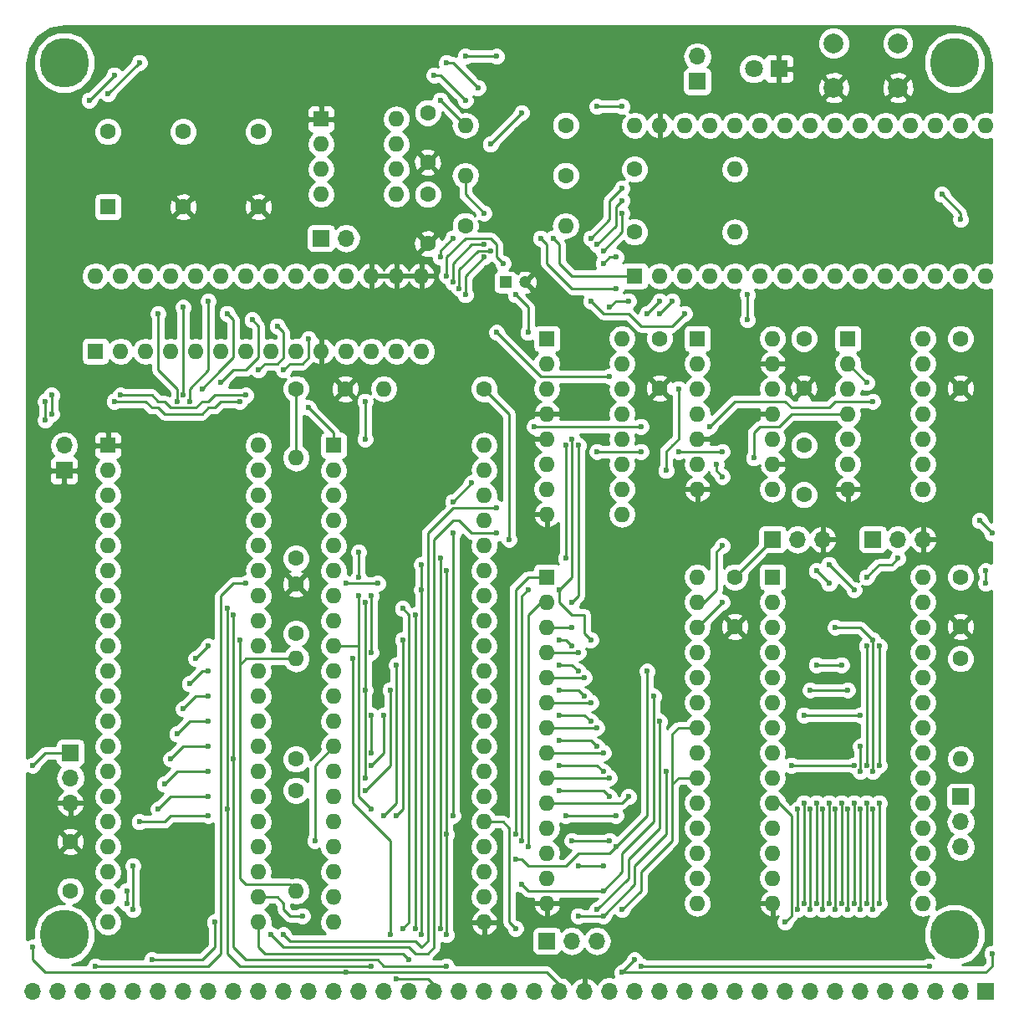
<source format=gbl>
G04 #@! TF.FileFunction,Copper,L2,Bot,Signal*
%FSLAX46Y46*%
G04 Gerber Fmt 4.6, Leading zero omitted, Abs format (unit mm)*
G04 Created by KiCad (PCBNEW 4.0.7) date 06/23/19 20:07:49*
%MOMM*%
%LPD*%
G01*
G04 APERTURE LIST*
%ADD10C,0.100000*%
%ADD11R,1.600000X1.600000*%
%ADD12O,1.600000X1.600000*%
%ADD13C,1.600000*%
%ADD14R,1.700000X1.700000*%
%ADD15O,1.700000X1.700000*%
%ADD16C,2.000000*%
%ADD17R,1.200000X1.200000*%
%ADD18C,1.200000*%
%ADD19C,5.000000*%
%ADD20R,1.800000X1.800000*%
%ADD21C,1.800000*%
%ADD22C,0.600000*%
%ADD23C,0.250000*%
%ADD24C,0.254000*%
G04 APERTURE END LIST*
D10*
D11*
X147955000Y-82550000D03*
D12*
X163195000Y-130810000D03*
X147955000Y-85090000D03*
X163195000Y-128270000D03*
X147955000Y-87630000D03*
X163195000Y-125730000D03*
X147955000Y-90170000D03*
X163195000Y-123190000D03*
X147955000Y-92710000D03*
X163195000Y-120650000D03*
X147955000Y-95250000D03*
X163195000Y-118110000D03*
X147955000Y-97790000D03*
X163195000Y-115570000D03*
X147955000Y-100330000D03*
X163195000Y-113030000D03*
X147955000Y-102870000D03*
X163195000Y-110490000D03*
X147955000Y-105410000D03*
X163195000Y-107950000D03*
X147955000Y-107950000D03*
X163195000Y-105410000D03*
X147955000Y-110490000D03*
X163195000Y-102870000D03*
X147955000Y-113030000D03*
X163195000Y-100330000D03*
X147955000Y-115570000D03*
X163195000Y-97790000D03*
X147955000Y-118110000D03*
X163195000Y-95250000D03*
X147955000Y-120650000D03*
X163195000Y-92710000D03*
X147955000Y-123190000D03*
X163195000Y-90170000D03*
X147955000Y-125730000D03*
X163195000Y-87630000D03*
X147955000Y-128270000D03*
X163195000Y-85090000D03*
X147955000Y-130810000D03*
X163195000Y-82550000D03*
D13*
X144145000Y-101600000D03*
X144145000Y-96600000D03*
X188595000Y-95885000D03*
X188595000Y-100885000D03*
X211455000Y-95885000D03*
X211455000Y-100885000D03*
X211455000Y-71755000D03*
X211455000Y-76755000D03*
X157480000Y-57150000D03*
X157480000Y-62150000D03*
X195580000Y-71755000D03*
X195580000Y-76755000D03*
X121285000Y-127635000D03*
X121285000Y-122635000D03*
X144145000Y-76835000D03*
X149145000Y-76835000D03*
X157480000Y-48895000D03*
X157480000Y-53895000D03*
D11*
X178435000Y-65405000D03*
D12*
X211455000Y-50165000D03*
X180975000Y-65405000D03*
X208915000Y-50165000D03*
X183515000Y-65405000D03*
X206375000Y-50165000D03*
X186055000Y-65405000D03*
X203835000Y-50165000D03*
X188595000Y-65405000D03*
X201295000Y-50165000D03*
X191135000Y-65405000D03*
X198755000Y-50165000D03*
X193675000Y-65405000D03*
X196215000Y-50165000D03*
X196215000Y-65405000D03*
X193675000Y-50165000D03*
X198755000Y-65405000D03*
X191135000Y-50165000D03*
X201295000Y-65405000D03*
X188595000Y-50165000D03*
X203835000Y-65405000D03*
X186055000Y-50165000D03*
X206375000Y-65405000D03*
X183515000Y-50165000D03*
X208915000Y-65405000D03*
X180975000Y-50165000D03*
X211455000Y-65405000D03*
X178435000Y-50165000D03*
X213995000Y-65405000D03*
X213995000Y-50165000D03*
D14*
X213995000Y-137795000D03*
D15*
X211455000Y-137795000D03*
X208915000Y-137795000D03*
X206375000Y-137795000D03*
X203835000Y-137795000D03*
X201295000Y-137795000D03*
X198755000Y-137795000D03*
X196215000Y-137795000D03*
X193675000Y-137795000D03*
X191135000Y-137795000D03*
X188595000Y-137795000D03*
X186055000Y-137795000D03*
X183515000Y-137795000D03*
X180975000Y-137795000D03*
X178435000Y-137795000D03*
X175895000Y-137795000D03*
X173355000Y-137795000D03*
X170815000Y-137795000D03*
X168275000Y-137795000D03*
X165735000Y-137795000D03*
X163195000Y-137795000D03*
X160655000Y-137795000D03*
X158115000Y-137795000D03*
X155575000Y-137795000D03*
X153035000Y-137795000D03*
X150495000Y-137795000D03*
X147955000Y-137795000D03*
X145415000Y-137795000D03*
X142875000Y-137795000D03*
X140335000Y-137795000D03*
X137795000Y-137795000D03*
X135255000Y-137795000D03*
X132715000Y-137795000D03*
X130175000Y-137795000D03*
X127635000Y-137795000D03*
X125095000Y-137795000D03*
X122555000Y-137795000D03*
X120015000Y-137795000D03*
X117475000Y-137795000D03*
D13*
X211455000Y-104140000D03*
D12*
X211455000Y-114300000D03*
D13*
X171450000Y-50165000D03*
D12*
X161290000Y-50165000D03*
D13*
X171450000Y-55245000D03*
D12*
X161290000Y-55245000D03*
D13*
X161290000Y-60325000D03*
D12*
X171450000Y-60325000D03*
D13*
X178435000Y-54610000D03*
D12*
X188595000Y-54610000D03*
D13*
X144145000Y-117475000D03*
D12*
X144145000Y-127635000D03*
D13*
X144145000Y-114300000D03*
D12*
X144145000Y-104140000D03*
D13*
X144145000Y-93980000D03*
D12*
X144145000Y-83820000D03*
D13*
X178435000Y-60960000D03*
D12*
X188595000Y-60960000D03*
D16*
X205105000Y-41855000D03*
X205105000Y-46355000D03*
X198605000Y-41855000D03*
X198605000Y-46355000D03*
D11*
X169545000Y-95885000D03*
D12*
X184785000Y-128905000D03*
X169545000Y-98425000D03*
X184785000Y-126365000D03*
X169545000Y-100965000D03*
X184785000Y-123825000D03*
X169545000Y-103505000D03*
X184785000Y-121285000D03*
X169545000Y-106045000D03*
X184785000Y-118745000D03*
X169545000Y-108585000D03*
X184785000Y-116205000D03*
X169545000Y-111125000D03*
X184785000Y-113665000D03*
X169545000Y-113665000D03*
X184785000Y-111125000D03*
X169545000Y-116205000D03*
X184785000Y-108585000D03*
X169545000Y-118745000D03*
X184785000Y-106045000D03*
X169545000Y-121285000D03*
X184785000Y-103505000D03*
X169545000Y-123825000D03*
X184785000Y-100965000D03*
X169545000Y-126365000D03*
X184785000Y-98425000D03*
X169545000Y-128905000D03*
X184785000Y-95885000D03*
D11*
X200025000Y-71755000D03*
D12*
X207645000Y-86995000D03*
X200025000Y-74295000D03*
X207645000Y-84455000D03*
X200025000Y-76835000D03*
X207645000Y-81915000D03*
X200025000Y-79375000D03*
X207645000Y-79375000D03*
X200025000Y-81915000D03*
X207645000Y-76835000D03*
X200025000Y-84455000D03*
X207645000Y-74295000D03*
X200025000Y-86995000D03*
X207645000Y-71755000D03*
D11*
X184785000Y-71755000D03*
D12*
X192405000Y-86995000D03*
X184785000Y-74295000D03*
X192405000Y-84455000D03*
X184785000Y-76835000D03*
X192405000Y-81915000D03*
X184785000Y-79375000D03*
X192405000Y-79375000D03*
X184785000Y-81915000D03*
X192405000Y-76835000D03*
X184785000Y-84455000D03*
X192405000Y-74295000D03*
X184785000Y-86995000D03*
X192405000Y-71755000D03*
D11*
X125095000Y-82550000D03*
D12*
X140335000Y-130810000D03*
X125095000Y-85090000D03*
X140335000Y-128270000D03*
X125095000Y-87630000D03*
X140335000Y-125730000D03*
X125095000Y-90170000D03*
X140335000Y-123190000D03*
X125095000Y-92710000D03*
X140335000Y-120650000D03*
X125095000Y-95250000D03*
X140335000Y-118110000D03*
X125095000Y-97790000D03*
X140335000Y-115570000D03*
X125095000Y-100330000D03*
X140335000Y-113030000D03*
X125095000Y-102870000D03*
X140335000Y-110490000D03*
X125095000Y-105410000D03*
X140335000Y-107950000D03*
X125095000Y-107950000D03*
X140335000Y-105410000D03*
X125095000Y-110490000D03*
X140335000Y-102870000D03*
X125095000Y-113030000D03*
X140335000Y-100330000D03*
X125095000Y-115570000D03*
X140335000Y-97790000D03*
X125095000Y-118110000D03*
X140335000Y-95250000D03*
X125095000Y-120650000D03*
X140335000Y-92710000D03*
X125095000Y-123190000D03*
X140335000Y-90170000D03*
X125095000Y-125730000D03*
X140335000Y-87630000D03*
X125095000Y-128270000D03*
X140335000Y-85090000D03*
X125095000Y-130810000D03*
X140335000Y-82550000D03*
D11*
X123825000Y-73025000D03*
D12*
X156845000Y-65405000D03*
X126365000Y-73025000D03*
X154305000Y-65405000D03*
X128905000Y-73025000D03*
X151765000Y-65405000D03*
X131445000Y-73025000D03*
X149225000Y-65405000D03*
X133985000Y-73025000D03*
X146685000Y-65405000D03*
X136525000Y-73025000D03*
X144145000Y-65405000D03*
X139065000Y-73025000D03*
X141605000Y-65405000D03*
X141605000Y-73025000D03*
X139065000Y-65405000D03*
X144145000Y-73025000D03*
X136525000Y-65405000D03*
X146685000Y-73025000D03*
X133985000Y-65405000D03*
X149225000Y-73025000D03*
X131445000Y-65405000D03*
X151765000Y-73025000D03*
X128905000Y-65405000D03*
X154305000Y-73025000D03*
X126365000Y-65405000D03*
X156845000Y-73025000D03*
X123825000Y-65405000D03*
D11*
X169545000Y-71755000D03*
D12*
X177165000Y-89535000D03*
X169545000Y-74295000D03*
X177165000Y-86995000D03*
X169545000Y-76835000D03*
X177165000Y-84455000D03*
X169545000Y-79375000D03*
X177165000Y-81915000D03*
X169545000Y-81915000D03*
X177165000Y-79375000D03*
X169545000Y-84455000D03*
X177165000Y-76835000D03*
X169545000Y-86995000D03*
X177165000Y-74295000D03*
X169545000Y-89535000D03*
X177165000Y-71755000D03*
D11*
X192405000Y-95885000D03*
D12*
X207645000Y-128905000D03*
X192405000Y-98425000D03*
X207645000Y-126365000D03*
X192405000Y-100965000D03*
X207645000Y-123825000D03*
X192405000Y-103505000D03*
X207645000Y-121285000D03*
X192405000Y-106045000D03*
X207645000Y-118745000D03*
X192405000Y-108585000D03*
X207645000Y-116205000D03*
X192405000Y-111125000D03*
X207645000Y-113665000D03*
X192405000Y-113665000D03*
X207645000Y-111125000D03*
X192405000Y-116205000D03*
X207645000Y-108585000D03*
X192405000Y-118745000D03*
X207645000Y-106045000D03*
X192405000Y-121285000D03*
X207645000Y-103505000D03*
X192405000Y-123825000D03*
X207645000Y-100965000D03*
X192405000Y-126365000D03*
X207645000Y-98425000D03*
X192405000Y-128905000D03*
X207645000Y-95885000D03*
D11*
X146685000Y-49530000D03*
D12*
X154305000Y-57150000D03*
X146685000Y-52070000D03*
X154305000Y-54610000D03*
X146685000Y-54610000D03*
X154305000Y-52070000D03*
X146685000Y-57150000D03*
X154305000Y-49530000D03*
D13*
X180975000Y-71755000D03*
X180975000Y-76755000D03*
D17*
X165354000Y-66040000D03*
D18*
X167354000Y-66040000D03*
D13*
X195580000Y-82550000D03*
X195580000Y-87550000D03*
D19*
X210820000Y-132080000D03*
X120650000Y-132080000D03*
X210820000Y-43815000D03*
X120650000Y-43815000D03*
D14*
X120650000Y-85090000D03*
D15*
X120650000Y-82550000D03*
D20*
X193040000Y-44450000D03*
D21*
X190500000Y-44450000D03*
D14*
X184785000Y-45720000D03*
D15*
X184785000Y-43180000D03*
D14*
X192405000Y-92075000D03*
D15*
X194945000Y-92075000D03*
X197485000Y-92075000D03*
D14*
X202565000Y-92075000D03*
D15*
X205105000Y-92075000D03*
X207645000Y-92075000D03*
D13*
X163195000Y-76835000D03*
D12*
X153035000Y-76835000D03*
D13*
X132715000Y-58420000D03*
X132715000Y-50800000D03*
D11*
X125095000Y-58420000D03*
D13*
X125095000Y-50800000D03*
X140335000Y-50800000D03*
X140335000Y-58420000D03*
D14*
X211455000Y-118110000D03*
D15*
X211455000Y-120650000D03*
X211455000Y-123190000D03*
D14*
X169545000Y-132715000D03*
D15*
X172085000Y-132715000D03*
X174625000Y-132715000D03*
D14*
X121285000Y-113665000D03*
D15*
X121285000Y-116205000D03*
X121285000Y-118745000D03*
D14*
X146685000Y-61595000D03*
D15*
X149225000Y-61595000D03*
D22*
X173990000Y-67945000D03*
X183515000Y-69215000D03*
X189865000Y-69850000D03*
X189865000Y-67310000D03*
X161290000Y-43180000D03*
X164465000Y-43180000D03*
X117475000Y-114935000D03*
X139065000Y-77470000D03*
X126365000Y-77470000D03*
X149225000Y-135890000D03*
X178435000Y-134620000D03*
X214630000Y-91440000D03*
X213360000Y-90170000D03*
X138430000Y-102235000D03*
X214630000Y-133985000D03*
X177165000Y-135890000D03*
X117475000Y-133350000D03*
X138430000Y-78105000D03*
X145415000Y-78740000D03*
X125730000Y-78105000D03*
X119380000Y-79375000D03*
X119380000Y-77470000D03*
X127635000Y-129540000D03*
X127635000Y-125095000D03*
X162560000Y-46355000D03*
X159385000Y-43815000D03*
X128270000Y-43815000D03*
X125095000Y-46990000D03*
X170180000Y-61595000D03*
X118745000Y-80010000D03*
X118745000Y-78105000D03*
X127000000Y-128905000D03*
X127000000Y-127635000D03*
X161290000Y-47625000D03*
X158115000Y-45085000D03*
X125730000Y-45085000D03*
X123190000Y-47625000D03*
X168910000Y-61595000D03*
X176530000Y-66675000D03*
X182245000Y-67945000D03*
X180975000Y-69215000D03*
X180975000Y-67945000D03*
X179705000Y-69215000D03*
X177800000Y-67945000D03*
X175895000Y-68580000D03*
X158750000Y-63500000D03*
X160020000Y-61595000D03*
X163830000Y-52070000D03*
X167005000Y-48895000D03*
X174625000Y-48260000D03*
X177165000Y-48260000D03*
X175260000Y-64135000D03*
X176530000Y-63500000D03*
X159385000Y-65405000D03*
X165100000Y-64135000D03*
X160655000Y-66675000D03*
X163830000Y-62865000D03*
X177165000Y-57785000D03*
X174625000Y-62230000D03*
X211455000Y-59690000D03*
X209550000Y-57150000D03*
X175260000Y-62865000D03*
X177165000Y-59055000D03*
X163195000Y-63500000D03*
X161290000Y-67310000D03*
X160020000Y-66040000D03*
X163195000Y-62230000D03*
X177165000Y-56515000D03*
X173990000Y-61595000D03*
X166370000Y-131445000D03*
X179070000Y-135255000D03*
X208280000Y-135255000D03*
X160020000Y-120015000D03*
X160020000Y-91440000D03*
X160020000Y-88265000D03*
X161925000Y-86360000D03*
X198120000Y-96520000D03*
X196850000Y-95250000D03*
X203200000Y-118745000D03*
X203200000Y-114935000D03*
X203200000Y-128905000D03*
X203200000Y-102870000D03*
X171450000Y-82550000D03*
X171450000Y-93980000D03*
X166370000Y-121920000D03*
X202565000Y-119380000D03*
X202565000Y-115570000D03*
X202565000Y-129540000D03*
X202565000Y-102235000D03*
X187325000Y-98425000D03*
X198755000Y-100965000D03*
X173990000Y-102235000D03*
X172085000Y-81915000D03*
X170815000Y-97155000D03*
X167005000Y-122555000D03*
X167640000Y-97155000D03*
X201930000Y-118745000D03*
X201930000Y-114935000D03*
X201930000Y-128905000D03*
X201930000Y-102870000D03*
X172720000Y-82550000D03*
X172085000Y-98425000D03*
X167640000Y-123190000D03*
X201295000Y-113030000D03*
X201295000Y-115570000D03*
X201295000Y-119380000D03*
X201295000Y-129540000D03*
X174625000Y-129540000D03*
X180975000Y-110490000D03*
X201295000Y-109855000D03*
X195580000Y-109855000D03*
X200660000Y-118745000D03*
X200660000Y-128905000D03*
X172720000Y-130175000D03*
X175260000Y-130175000D03*
X181610000Y-115570000D03*
X200660000Y-114935000D03*
X194310000Y-114935000D03*
X200025000Y-119380000D03*
X200025000Y-129540000D03*
X175260000Y-127635000D03*
X180340000Y-107950000D03*
X167005000Y-127000000D03*
X196215000Y-107315000D03*
X200025000Y-107315000D03*
X199390000Y-118745000D03*
X199390000Y-128905000D03*
X176530000Y-123190000D03*
X179705000Y-105410000D03*
X166370000Y-124460000D03*
X196850000Y-104775000D03*
X199390000Y-104775000D03*
X198755000Y-119380000D03*
X198755000Y-129540000D03*
X172085000Y-100965000D03*
X154305000Y-120015000D03*
X154940000Y-102235000D03*
X198120000Y-128905000D03*
X198120000Y-118745000D03*
X153035000Y-120015000D03*
X154305000Y-104775000D03*
X172720000Y-103505000D03*
X197485000Y-119380000D03*
X197485000Y-129540000D03*
X151130000Y-117475000D03*
X153670000Y-107315000D03*
X173355000Y-106045000D03*
X146050000Y-122555000D03*
X144780000Y-130175000D03*
X196850000Y-118745000D03*
X196850000Y-128905000D03*
X151765000Y-114935000D03*
X153035000Y-109855000D03*
X173990000Y-108585000D03*
X196215000Y-119380000D03*
X196215000Y-129540000D03*
X174625000Y-111125000D03*
X195580000Y-118745000D03*
X195580000Y-128905000D03*
X151765000Y-109855000D03*
X151765000Y-113665000D03*
X175260000Y-113665000D03*
X194945000Y-119380000D03*
X194945000Y-129540000D03*
X151130000Y-98425000D03*
X151130000Y-107315000D03*
X151130000Y-116205000D03*
X175895000Y-116205000D03*
X193675000Y-130810000D03*
X150495000Y-95885000D03*
X150495000Y-93345000D03*
X150495000Y-97790000D03*
X151765000Y-119380000D03*
X177800000Y-118110000D03*
X186055000Y-80645000D03*
X179070000Y-83185000D03*
X174625000Y-83185000D03*
X202565000Y-78105000D03*
X159385000Y-95250000D03*
X159385000Y-121920000D03*
X159385000Y-132080000D03*
X167640000Y-71120000D03*
X166370000Y-67310000D03*
X179070000Y-80645000D03*
X168275000Y-80645000D03*
X152400000Y-96520000D03*
X149225000Y-96520000D03*
X158750000Y-131445000D03*
X158750000Y-93980000D03*
X151130000Y-78105000D03*
X156845000Y-94615000D03*
X151130000Y-81915000D03*
X156845000Y-132080000D03*
X156845000Y-97155000D03*
X137795000Y-114300000D03*
X159385000Y-135255000D03*
X137795000Y-99695000D03*
X156210000Y-99695000D03*
X156210000Y-131445000D03*
X155575000Y-134620000D03*
X137160000Y-119380000D03*
X151765000Y-135255000D03*
X137160000Y-99060000D03*
X154940000Y-99060000D03*
X154940000Y-131445000D03*
X171450000Y-120015000D03*
X176530000Y-120015000D03*
X170815000Y-102235000D03*
X172085000Y-102870000D03*
X172085000Y-122555000D03*
X175895000Y-122555000D03*
X133985000Y-104140000D03*
X135255000Y-102870000D03*
X172720000Y-125095000D03*
X175260000Y-125095000D03*
X172720000Y-105410000D03*
X170815000Y-104775000D03*
X133350000Y-106680000D03*
X135255000Y-105410000D03*
X170815000Y-107315000D03*
X173355000Y-107950000D03*
X132715000Y-109220000D03*
X135255000Y-107950000D03*
X173990000Y-110490000D03*
X170815000Y-109855000D03*
X132080000Y-111760000D03*
X135255000Y-110490000D03*
X174625000Y-113030000D03*
X170815000Y-112395000D03*
X135255000Y-113030000D03*
X131445000Y-114300000D03*
X175260000Y-115570000D03*
X170815000Y-114935000D03*
X130810000Y-116840000D03*
X135255000Y-115570000D03*
X170815000Y-117475000D03*
X175895000Y-118110000D03*
X130175000Y-119380000D03*
X135255000Y-118110000D03*
X139065000Y-96520000D03*
X123825000Y-135255000D03*
X200660000Y-97155000D03*
X198120000Y-94615000D03*
X201930000Y-95885000D03*
X205105000Y-93980000D03*
X142875000Y-132080000D03*
X164465000Y-88900000D03*
X213995000Y-96520000D03*
X213995000Y-95250000D03*
X201930000Y-76200000D03*
X130175000Y-69215000D03*
X132080000Y-78105000D03*
X132715000Y-68580000D03*
X132715000Y-77470000D03*
X135255000Y-67945000D03*
X133350000Y-78105000D03*
X137160000Y-69215000D03*
X134620000Y-76835000D03*
X139700000Y-69850000D03*
X136525000Y-76200000D03*
X142240000Y-70485000D03*
X140335000Y-74930000D03*
X142875000Y-74930000D03*
X145415000Y-71755000D03*
X187325000Y-92710000D03*
X190500000Y-83820000D03*
X187325000Y-83185000D03*
X182880000Y-83185000D03*
X175895000Y-75565000D03*
X164465000Y-71120000D03*
X182880000Y-76835000D03*
X181610000Y-85090000D03*
X141605000Y-132080000D03*
X135890000Y-130810000D03*
X129540000Y-134620000D03*
X164465000Y-91440000D03*
X158750000Y-47625000D03*
X163195000Y-59055000D03*
X187325000Y-85725000D03*
X186690000Y-84455000D03*
X165735000Y-92075000D03*
X177165000Y-129540000D03*
X128270000Y-120650000D03*
X135255000Y-120015000D03*
X153670000Y-132080000D03*
X154305000Y-136525000D03*
X151765000Y-97790000D03*
X151765000Y-103505000D03*
X149860000Y-104140000D03*
D23*
X175260000Y-69215000D02*
X173990000Y-67945000D01*
X177800000Y-69215000D02*
X175260000Y-69215000D01*
X179070000Y-70485000D02*
X177800000Y-69215000D01*
X182245000Y-70485000D02*
X179070000Y-70485000D01*
X183515000Y-69215000D02*
X182245000Y-70485000D01*
X189865000Y-69850000D02*
X189865000Y-67310000D01*
X138430000Y-104775000D02*
X138430000Y-126365000D01*
X143510000Y-127000000D02*
X144145000Y-127635000D01*
X139065000Y-127000000D02*
X143510000Y-127000000D01*
X138430000Y-126365000D02*
X139065000Y-127000000D01*
X164465000Y-43180000D02*
X161290000Y-43180000D01*
X121285000Y-113665000D02*
X118745000Y-113665000D01*
X118745000Y-113665000D02*
X117475000Y-114935000D01*
X133985000Y-78740000D02*
X131445000Y-78740000D01*
X139065000Y-77470000D02*
X135890000Y-77470000D01*
X135890000Y-77470000D02*
X135255000Y-78105000D01*
X135255000Y-78105000D02*
X134620000Y-78105000D01*
X134620000Y-78105000D02*
X133985000Y-78740000D01*
X129540000Y-77470000D02*
X126365000Y-77470000D01*
X130175000Y-78105000D02*
X129540000Y-77470000D01*
X130810000Y-78105000D02*
X130175000Y-78105000D01*
X131445000Y-78740000D02*
X130810000Y-78105000D01*
X178435000Y-134620000D02*
X177165000Y-135890000D01*
X212725000Y-135890000D02*
X213995000Y-135890000D01*
X214630000Y-135255000D02*
X214630000Y-133985000D01*
X213995000Y-135890000D02*
X214630000Y-135255000D01*
X144145000Y-76835000D02*
X144145000Y-80645000D01*
X144145000Y-81280000D02*
X144145000Y-80645000D01*
X144145000Y-81280000D02*
X144145000Y-83820000D01*
X192405000Y-92075000D02*
X188595000Y-95885000D01*
X213360000Y-90170000D02*
X214630000Y-91440000D01*
X144145000Y-104140000D02*
X139065000Y-104140000D01*
X139065000Y-104140000D02*
X138430000Y-104775000D01*
X138430000Y-104775000D02*
X138430000Y-102235000D01*
X189230000Y-135890000D02*
X212725000Y-135890000D01*
X177165000Y-135890000D02*
X189230000Y-135890000D01*
X170815000Y-137160000D02*
X169545000Y-135890000D01*
X169545000Y-135890000D02*
X149225000Y-135890000D01*
X149225000Y-135890000D02*
X118745000Y-135890000D01*
X117475000Y-134620000D02*
X117475000Y-133350000D01*
X118745000Y-135890000D02*
X117475000Y-134620000D01*
X135890000Y-78740000D02*
X136525000Y-78105000D01*
X136525000Y-78105000D02*
X138430000Y-78105000D01*
X134620000Y-79375000D02*
X130810000Y-79375000D01*
X147955000Y-81280000D02*
X145415000Y-78740000D01*
X147955000Y-82550000D02*
X147955000Y-81280000D01*
X135890000Y-78740000D02*
X135255000Y-78740000D01*
X135255000Y-78740000D02*
X134620000Y-79375000D01*
X128905000Y-78105000D02*
X125730000Y-78105000D01*
X129540000Y-78740000D02*
X128905000Y-78105000D01*
X130175000Y-78740000D02*
X129540000Y-78740000D01*
X130810000Y-79375000D02*
X130175000Y-78740000D01*
X119380000Y-79375000D02*
X119380000Y-77470000D01*
X127635000Y-129540000D02*
X127635000Y-125095000D01*
X162560000Y-46355000D02*
X160020000Y-43815000D01*
X160020000Y-43815000D02*
X159385000Y-43815000D01*
X172085000Y-65405000D02*
X178435000Y-65405000D01*
X125095000Y-46990000D02*
X128270000Y-43815000D01*
X170815000Y-64135000D02*
X172085000Y-65405000D01*
X170815000Y-62230000D02*
X170815000Y-64135000D01*
X170180000Y-61595000D02*
X170815000Y-62230000D01*
X118745000Y-80010000D02*
X118745000Y-78105000D01*
X127000000Y-128905000D02*
X127000000Y-127635000D01*
X161290000Y-47625000D02*
X158750000Y-45085000D01*
X158750000Y-45085000D02*
X158115000Y-45085000D01*
X123190000Y-47625000D02*
X125730000Y-45085000D01*
X169545000Y-64135000D02*
X172085000Y-66675000D01*
X169545000Y-62230000D02*
X169545000Y-64135000D01*
X168910000Y-61595000D02*
X169545000Y-62230000D01*
X176530000Y-66675000D02*
X172720000Y-66675000D01*
X172720000Y-66675000D02*
X172085000Y-66675000D01*
X180975000Y-69215000D02*
X182245000Y-67945000D01*
X179705000Y-69215000D02*
X180975000Y-67945000D01*
X176530000Y-67945000D02*
X177800000Y-67945000D01*
X175895000Y-68580000D02*
X176530000Y-67945000D01*
X158750000Y-63500000D02*
X158750000Y-62865000D01*
X159385000Y-62230000D02*
X160020000Y-61595000D01*
X159385000Y-62230000D02*
X158750000Y-62865000D01*
X167005000Y-48895000D02*
X163830000Y-52070000D01*
X177165000Y-48260000D02*
X174625000Y-48260000D01*
X175260000Y-64135000D02*
X175895000Y-63500000D01*
X175895000Y-63500000D02*
X176530000Y-63500000D01*
X161290000Y-61595000D02*
X162560000Y-61595000D01*
X159385000Y-63500000D02*
X161290000Y-61595000D01*
X159385000Y-65405000D02*
X159385000Y-63500000D01*
X162560000Y-61595000D02*
X163830000Y-61595000D01*
X164465000Y-62230000D02*
X163830000Y-61595000D01*
X164465000Y-63500000D02*
X164465000Y-62230000D01*
X165100000Y-64135000D02*
X164465000Y-63500000D01*
X160655000Y-66675000D02*
X160655000Y-64770000D01*
X160655000Y-64770000D02*
X162560000Y-62865000D01*
X162560000Y-62865000D02*
X163830000Y-62865000D01*
X176530000Y-58420000D02*
X177165000Y-57785000D01*
X176530000Y-60325000D02*
X176530000Y-58420000D01*
X174625000Y-62230000D02*
X176530000Y-60325000D01*
X211455000Y-59055000D02*
X211455000Y-59690000D01*
X209550000Y-57150000D02*
X211455000Y-59055000D01*
X175260000Y-62865000D02*
X177165000Y-60960000D01*
X177165000Y-60960000D02*
X177165000Y-59055000D01*
X163195000Y-63500000D02*
X163195000Y-63500000D01*
X161290000Y-65405000D02*
X163195000Y-63500000D01*
X161290000Y-67310000D02*
X161290000Y-65405000D01*
X160020000Y-66040000D02*
X160020000Y-64135000D01*
X160020000Y-64135000D02*
X161925000Y-62230000D01*
X161925000Y-62230000D02*
X163195000Y-62230000D01*
X175895000Y-57785000D02*
X177165000Y-56515000D01*
X175895000Y-59690000D02*
X175895000Y-57785000D01*
X173990000Y-61595000D02*
X175895000Y-59690000D01*
X163195000Y-120650000D02*
X165100000Y-120650000D01*
X165735000Y-130810000D02*
X166370000Y-131445000D01*
X165735000Y-121285000D02*
X165735000Y-130810000D01*
X165100000Y-120650000D02*
X165735000Y-121285000D01*
X179070000Y-135255000D02*
X208280000Y-135255000D01*
X160020000Y-120015000D02*
X160020000Y-92075000D01*
X160020000Y-91440000D02*
X160020000Y-92075000D01*
X161925000Y-86360000D02*
X160020000Y-88265000D01*
X198120000Y-96520000D02*
X196850000Y-95250000D01*
X203200000Y-102870000D02*
X203200000Y-114935000D01*
X203200000Y-118745000D02*
X203200000Y-128905000D01*
X171450000Y-82550000D02*
X171450000Y-93980000D01*
X166370000Y-121920000D02*
X166370000Y-97155000D01*
X166370000Y-97155000D02*
X167640000Y-95885000D01*
X167640000Y-95885000D02*
X169545000Y-95885000D01*
X202565000Y-102235000D02*
X202565000Y-115570000D01*
X202565000Y-119380000D02*
X202565000Y-129540000D01*
X198755000Y-100965000D02*
X201295000Y-100965000D01*
X201295000Y-100965000D02*
X202565000Y-102235000D01*
X187325000Y-98425000D02*
X184785000Y-100965000D01*
X173355000Y-99695000D02*
X172085000Y-99695000D01*
X173990000Y-102235000D02*
X173355000Y-101600000D01*
X173355000Y-101600000D02*
X173355000Y-99695000D01*
X170815000Y-98425000D02*
X170815000Y-97155000D01*
X172085000Y-99695000D02*
X170815000Y-98425000D01*
X172085000Y-95885000D02*
X170815000Y-97155000D01*
X172085000Y-81915000D02*
X172085000Y-95885000D01*
X167005000Y-122555000D02*
X167005000Y-98425000D01*
X167005000Y-97790000D02*
X167005000Y-98425000D01*
X167640000Y-97155000D02*
X167005000Y-97790000D01*
X201930000Y-118745000D02*
X201930000Y-128905000D01*
X201930000Y-110490000D02*
X201930000Y-114935000D01*
X201930000Y-102870000D02*
X201930000Y-110490000D01*
X172720000Y-97155000D02*
X172720000Y-97790000D01*
X172720000Y-82550000D02*
X172720000Y-97155000D01*
X172720000Y-97790000D02*
X172085000Y-98425000D01*
X167640000Y-99695000D02*
X168910000Y-98425000D01*
X167640000Y-123190000D02*
X167640000Y-99695000D01*
X168910000Y-98425000D02*
X169545000Y-98425000D01*
X201295000Y-113030000D02*
X201295000Y-115570000D01*
X201295000Y-119380000D02*
X201295000Y-129540000D01*
X177800000Y-124460000D02*
X177800000Y-126365000D01*
X180975000Y-121285000D02*
X177800000Y-124460000D01*
X180975000Y-110490000D02*
X180975000Y-121285000D01*
X174625000Y-129540000D02*
X177800000Y-126365000D01*
X195580000Y-109855000D02*
X201295000Y-109855000D01*
X200660000Y-118745000D02*
X200660000Y-128905000D01*
X147955000Y-128905000D02*
X147955000Y-128270000D01*
X172720000Y-130175000D02*
X175260000Y-130175000D01*
X175260000Y-130175000D02*
X178435000Y-127000000D01*
X181610000Y-115570000D02*
X181610000Y-121920000D01*
X181610000Y-121920000D02*
X178435000Y-125095000D01*
X178435000Y-125095000D02*
X178435000Y-127000000D01*
X194310000Y-114935000D02*
X200660000Y-114935000D01*
X200025000Y-119380000D02*
X200025000Y-129540000D01*
X167005000Y-127000000D02*
X167640000Y-127635000D01*
X172720000Y-127635000D02*
X175260000Y-127635000D01*
X177165000Y-123825000D02*
X177165000Y-125730000D01*
X180340000Y-120650000D02*
X177165000Y-123825000D01*
X180340000Y-107950000D02*
X180340000Y-120650000D01*
X177165000Y-125730000D02*
X175260000Y-127635000D01*
X167640000Y-127635000D02*
X172720000Y-127635000D01*
X167005000Y-127000000D02*
X167005000Y-127000000D01*
X196215000Y-107315000D02*
X200025000Y-107315000D01*
X199390000Y-128905000D02*
X199390000Y-118745000D01*
X166370000Y-124460000D02*
X167005000Y-124460000D01*
X175895000Y-123825000D02*
X176530000Y-123190000D01*
X172720000Y-123825000D02*
X175895000Y-123825000D01*
X171450000Y-125095000D02*
X172720000Y-123825000D01*
X179705000Y-120015000D02*
X176530000Y-123190000D01*
X179705000Y-105410000D02*
X179705000Y-120015000D01*
X167640000Y-125095000D02*
X171450000Y-125095000D01*
X167005000Y-124460000D02*
X167640000Y-125095000D01*
X166370000Y-124460000D02*
X166370000Y-124460000D01*
X196850000Y-104775000D02*
X199390000Y-104775000D01*
X198755000Y-128905000D02*
X198755000Y-129540000D01*
X198755000Y-128905000D02*
X198755000Y-119380000D01*
X169545000Y-100965000D02*
X172085000Y-100965000D01*
X154940000Y-119380000D02*
X154305000Y-120015000D01*
X154940000Y-118745000D02*
X154940000Y-119380000D01*
X154940000Y-102235000D02*
X154940000Y-118745000D01*
X198120000Y-128905000D02*
X198120000Y-118745000D01*
X154305000Y-118745000D02*
X153035000Y-120015000D01*
X154305000Y-104775000D02*
X154305000Y-118745000D01*
X169545000Y-103505000D02*
X172720000Y-103505000D01*
X197485000Y-119380000D02*
X197485000Y-128905000D01*
X197485000Y-129540000D02*
X197485000Y-128905000D01*
X151130000Y-117475000D02*
X153670000Y-114935000D01*
X153670000Y-114935000D02*
X153670000Y-107315000D01*
X169545000Y-106045000D02*
X173355000Y-106045000D01*
X142240000Y-128270000D02*
X142875000Y-128905000D01*
X140335000Y-128270000D02*
X142240000Y-128270000D01*
X146050000Y-114935000D02*
X147955000Y-113030000D01*
X146050000Y-114935000D02*
X146050000Y-121920000D01*
X146050000Y-121920000D02*
X146050000Y-122555000D01*
X143510000Y-130175000D02*
X144780000Y-130175000D01*
X142875000Y-129540000D02*
X143510000Y-130175000D01*
X142875000Y-128905000D02*
X142875000Y-129540000D01*
X196850000Y-118745000D02*
X196850000Y-128905000D01*
X151765000Y-114935000D02*
X153035000Y-113665000D01*
X153035000Y-113665000D02*
X153035000Y-109855000D01*
X169545000Y-108585000D02*
X173990000Y-108585000D01*
X196215000Y-119380000D02*
X196215000Y-128905000D01*
X196215000Y-129540000D02*
X196215000Y-128905000D01*
X169545000Y-111125000D02*
X174625000Y-111125000D01*
X195580000Y-128905000D02*
X195580000Y-118745000D01*
X151765000Y-109855000D02*
X151765000Y-113665000D01*
X169545000Y-113665000D02*
X175260000Y-113665000D01*
X194945000Y-129540000D02*
X194945000Y-128905000D01*
X194945000Y-119380000D02*
X194945000Y-128905000D01*
X151130000Y-98425000D02*
X151130000Y-107315000D01*
X151130000Y-107315000D02*
X151130000Y-116205000D01*
X169545000Y-116205000D02*
X175895000Y-116205000D01*
X149225000Y-102870000D02*
X150495000Y-102870000D01*
X194310000Y-128270000D02*
X194310000Y-130175000D01*
X194310000Y-128270000D02*
X194310000Y-120015000D01*
X194310000Y-120015000D02*
X193040000Y-118745000D01*
X194310000Y-130175000D02*
X193675000Y-130810000D01*
X150495000Y-95885000D02*
X150495000Y-93345000D01*
X150495000Y-97790000D02*
X150495000Y-102870000D01*
X150495000Y-102870000D02*
X150495000Y-104140000D01*
X151765000Y-119380000D02*
X150495000Y-118110000D01*
X150495000Y-118110000D02*
X150495000Y-104140000D01*
X147955000Y-102870000D02*
X149225000Y-102870000D01*
X169545000Y-118745000D02*
X177165000Y-118745000D01*
X177165000Y-118745000D02*
X177800000Y-118110000D01*
X193040000Y-118745000D02*
X192405000Y-118745000D01*
X198755000Y-78105000D02*
X198120000Y-78740000D01*
X194310000Y-78740000D02*
X193675000Y-78105000D01*
X198120000Y-78740000D02*
X194310000Y-78740000D01*
X188595000Y-78105000D02*
X193675000Y-78105000D01*
X186055000Y-80645000D02*
X188595000Y-78105000D01*
X174625000Y-83185000D02*
X179070000Y-83185000D01*
X198755000Y-78105000D02*
X202565000Y-78105000D01*
X159385000Y-95250000D02*
X159385000Y-96520000D01*
X159385000Y-121920000D02*
X159385000Y-96520000D01*
X159385000Y-132080000D02*
X159385000Y-121920000D01*
X167640000Y-70485000D02*
X167640000Y-68580000D01*
X167640000Y-71120000D02*
X167640000Y-70485000D01*
X167640000Y-68580000D02*
X166370000Y-67310000D01*
X168275000Y-80645000D02*
X179070000Y-80645000D01*
X149225000Y-96520000D02*
X152400000Y-96520000D01*
X158750000Y-94615000D02*
X158750000Y-93980000D01*
X158750000Y-131445000D02*
X158750000Y-96520000D01*
X158750000Y-96520000D02*
X158750000Y-94615000D01*
X151130000Y-78740000D02*
X151130000Y-78105000D01*
X156845000Y-94615000D02*
X156845000Y-97155000D01*
X151130000Y-78740000D02*
X151130000Y-81915000D01*
X156845000Y-132080000D02*
X156845000Y-97155000D01*
X137795000Y-113665000D02*
X137795000Y-114300000D01*
X137795000Y-114300000D02*
X137795000Y-124460000D01*
X159385000Y-135255000D02*
X153035000Y-135255000D01*
X153035000Y-135255000D02*
X152400000Y-134620000D01*
X152400000Y-134620000D02*
X139065000Y-134620000D01*
X139065000Y-134620000D02*
X137795000Y-133350000D01*
X137795000Y-133350000D02*
X137795000Y-124460000D01*
X137795000Y-113665000D02*
X137795000Y-99695000D01*
X140335000Y-130810000D02*
X140335000Y-133350000D01*
X140970000Y-133985000D02*
X143510000Y-133985000D01*
X140335000Y-133350000D02*
X140970000Y-133985000D01*
X156210000Y-131445000D02*
X156210000Y-99695000D01*
X153035000Y-133985000D02*
X154940000Y-133985000D01*
X143510000Y-133985000D02*
X153035000Y-133985000D01*
X154940000Y-133985000D02*
X155575000Y-134620000D01*
X137160000Y-120015000D02*
X137160000Y-119380000D01*
X151765000Y-135255000D02*
X138430000Y-135255000D01*
X138430000Y-135255000D02*
X137160000Y-133985000D01*
X137160000Y-133985000D02*
X137160000Y-120015000D01*
X137160000Y-119380000D02*
X137160000Y-118745000D01*
X137160000Y-118745000D02*
X137160000Y-99060000D01*
X154940000Y-99060000D02*
X155575000Y-99695000D01*
X155575000Y-99695000D02*
X155575000Y-130810000D01*
X155575000Y-130810000D02*
X154940000Y-131445000D01*
X176530000Y-120015000D02*
X171450000Y-120015000D01*
X171450000Y-102235000D02*
X170815000Y-102235000D01*
X172085000Y-102870000D02*
X171450000Y-102235000D01*
X175895000Y-122555000D02*
X172085000Y-122555000D01*
X133985000Y-104140000D02*
X135255000Y-102870000D01*
X175260000Y-125095000D02*
X172720000Y-125095000D01*
X172085000Y-104775000D02*
X172720000Y-105410000D01*
X170815000Y-104775000D02*
X172085000Y-104775000D01*
X133350000Y-106680000D02*
X134620000Y-105410000D01*
X134620000Y-105410000D02*
X135255000Y-105410000D01*
X173355000Y-107950000D02*
X172720000Y-107315000D01*
X170815000Y-107315000D02*
X172720000Y-107315000D01*
X132715000Y-109220000D02*
X133985000Y-107950000D01*
X133985000Y-107950000D02*
X135255000Y-107950000D01*
X173355000Y-109855000D02*
X173990000Y-110490000D01*
X172720000Y-109855000D02*
X173355000Y-109855000D01*
X170815000Y-109855000D02*
X172720000Y-109855000D01*
X132080000Y-111760000D02*
X133350000Y-110490000D01*
X133350000Y-110490000D02*
X135255000Y-110490000D01*
X173990000Y-112395000D02*
X174625000Y-113030000D01*
X170815000Y-112395000D02*
X173990000Y-112395000D01*
X132715000Y-113030000D02*
X135255000Y-113030000D01*
X131445000Y-114300000D02*
X132715000Y-113030000D01*
X174625000Y-114935000D02*
X175260000Y-115570000D01*
X170815000Y-114935000D02*
X174625000Y-114935000D01*
X130810000Y-116840000D02*
X132080000Y-115570000D01*
X132080000Y-115570000D02*
X135255000Y-115570000D01*
X170815000Y-117475000D02*
X175260000Y-117475000D01*
X175260000Y-117475000D02*
X175895000Y-118110000D01*
X131445000Y-118110000D02*
X135255000Y-118110000D01*
X130175000Y-119380000D02*
X131445000Y-118110000D01*
X137795000Y-96520000D02*
X139065000Y-96520000D01*
X136525000Y-97790000D02*
X137795000Y-96520000D01*
X136525000Y-133985000D02*
X136525000Y-97790000D01*
X135255000Y-135255000D02*
X136525000Y-133985000D01*
X123825000Y-135255000D02*
X135255000Y-135255000D01*
X200660000Y-97155000D02*
X198120000Y-94615000D01*
X201930000Y-95885000D02*
X202565000Y-95250000D01*
X204470000Y-94615000D02*
X205105000Y-93980000D01*
X203200000Y-94615000D02*
X204470000Y-94615000D01*
X202565000Y-95250000D02*
X203200000Y-94615000D01*
X143510000Y-132715000D02*
X146050000Y-132715000D01*
X142875000Y-132080000D02*
X143510000Y-132715000D01*
X157480000Y-91440000D02*
X160020000Y-88900000D01*
X160020000Y-88900000D02*
X164465000Y-88900000D01*
X157480000Y-92710000D02*
X157480000Y-95885000D01*
X156845000Y-133350000D02*
X157480000Y-132715000D01*
X157480000Y-132715000D02*
X157480000Y-131445000D01*
X156210000Y-132715000D02*
X156845000Y-133350000D01*
X146050000Y-132715000D02*
X156210000Y-132715000D01*
X157480000Y-95885000D02*
X157480000Y-131445000D01*
X157480000Y-92710000D02*
X157480000Y-91440000D01*
X213995000Y-96520000D02*
X213995000Y-95250000D01*
X201930000Y-76200000D02*
X200025000Y-74295000D01*
X132080000Y-76835000D02*
X130175000Y-74930000D01*
X130175000Y-74930000D02*
X130175000Y-71755000D01*
X130175000Y-71755000D02*
X130175000Y-69215000D01*
X132080000Y-78105000D02*
X132080000Y-76835000D01*
X132715000Y-71755000D02*
X132715000Y-70485000D01*
X132715000Y-70485000D02*
X132715000Y-68580000D01*
X132715000Y-74930000D02*
X132715000Y-71755000D01*
X132715000Y-77470000D02*
X132715000Y-74930000D01*
X135255000Y-71755000D02*
X135255000Y-69215000D01*
X133350000Y-76835000D02*
X135255000Y-74930000D01*
X135255000Y-74930000D02*
X135255000Y-71755000D01*
X135255000Y-69215000D02*
X135255000Y-67945000D01*
X133350000Y-78105000D02*
X133350000Y-76835000D01*
X136525000Y-74930000D02*
X134620000Y-76835000D01*
X136525000Y-74930000D02*
X137795000Y-73660000D01*
X137795000Y-70485000D02*
X137795000Y-69850000D01*
X137795000Y-69850000D02*
X137160000Y-69215000D01*
X137795000Y-73660000D02*
X137795000Y-71755000D01*
X137795000Y-71755000D02*
X137795000Y-70485000D01*
X137795000Y-74930000D02*
X136525000Y-76200000D01*
X140335000Y-71755000D02*
X140335000Y-70485000D01*
X137795000Y-74930000D02*
X139065000Y-74930000D01*
X139065000Y-74930000D02*
X140335000Y-73660000D01*
X140335000Y-73660000D02*
X140335000Y-71755000D01*
X140335000Y-70485000D02*
X139700000Y-69850000D01*
X142875000Y-71755000D02*
X142875000Y-71120000D01*
X140335000Y-74930000D02*
X140970000Y-74295000D01*
X140970000Y-74295000D02*
X142240000Y-74295000D01*
X142240000Y-74295000D02*
X142875000Y-73660000D01*
X142875000Y-73660000D02*
X142875000Y-71755000D01*
X142875000Y-71120000D02*
X142240000Y-70485000D01*
X145415000Y-73660000D02*
X145415000Y-71755000D01*
X144780000Y-74295000D02*
X145415000Y-73660000D01*
X143510000Y-74295000D02*
X144780000Y-74295000D01*
X142875000Y-74930000D02*
X143510000Y-74295000D01*
X184785000Y-98425000D02*
X185420000Y-98425000D01*
X185420000Y-98425000D02*
X186690000Y-97155000D01*
X186690000Y-97155000D02*
X186690000Y-93345000D01*
X186690000Y-93345000D02*
X187325000Y-92710000D01*
X190500000Y-81280000D02*
X190500000Y-83820000D01*
X191770000Y-80645000D02*
X193040000Y-80645000D01*
X193040000Y-80645000D02*
X194310000Y-79375000D01*
X200025000Y-79375000D02*
X194310000Y-79375000D01*
X191770000Y-80645000D02*
X191135000Y-80645000D01*
X191135000Y-80645000D02*
X190500000Y-81280000D01*
X187325000Y-83185000D02*
X182880000Y-83185000D01*
X175895000Y-75565000D02*
X168910000Y-75565000D01*
X168910000Y-75565000D02*
X164465000Y-71120000D01*
X181610000Y-83185000D02*
X182245000Y-82550000D01*
X182880000Y-81280000D02*
X182880000Y-81915000D01*
X182880000Y-81280000D02*
X182880000Y-78740000D01*
X182880000Y-78740000D02*
X182880000Y-76835000D01*
X182880000Y-81915000D02*
X182245000Y-82550000D01*
X181610000Y-85090000D02*
X181610000Y-83185000D01*
X141605000Y-132080000D02*
X142875000Y-133350000D01*
X142875000Y-133350000D02*
X145415000Y-133350000D01*
X135890000Y-133350000D02*
X135890000Y-130810000D01*
X134620000Y-134620000D02*
X135890000Y-133350000D01*
X129540000Y-134620000D02*
X134620000Y-134620000D01*
X161925000Y-91440000D02*
X164465000Y-91440000D01*
X158115000Y-92075000D02*
X160020000Y-90170000D01*
X160020000Y-90170000D02*
X160655000Y-90170000D01*
X160655000Y-90170000D02*
X161925000Y-91440000D01*
X158115000Y-92710000D02*
X158115000Y-96069998D01*
X157480000Y-133985000D02*
X158115000Y-133350000D01*
X158115000Y-133350000D02*
X158115000Y-131445000D01*
X145415000Y-133350000D02*
X155575000Y-133350000D01*
X156845000Y-133985000D02*
X157480000Y-133985000D01*
X156210000Y-133985000D02*
X156845000Y-133985000D01*
X155575000Y-133350000D02*
X156210000Y-133985000D01*
X158115000Y-131445000D02*
X158115000Y-96069998D01*
X158115000Y-92710000D02*
X158115000Y-92075000D01*
X158750000Y-47625000D02*
X161290000Y-50165000D01*
X163195000Y-59055000D02*
X161290000Y-57150000D01*
X161290000Y-57150000D02*
X161290000Y-55245000D01*
X186690000Y-85090000D02*
X187325000Y-85725000D01*
X186690000Y-84455000D02*
X186690000Y-85090000D01*
X165735000Y-79375000D02*
X163195000Y-76835000D01*
X165735000Y-92075000D02*
X165735000Y-79375000D01*
X184785000Y-116205000D02*
X182880000Y-116205000D01*
X182880000Y-116205000D02*
X182245000Y-116840000D01*
X182245000Y-116840000D02*
X182245000Y-111760000D01*
X182245000Y-122555000D02*
X182245000Y-116840000D01*
X179070000Y-125730000D02*
X182245000Y-122555000D01*
X179070000Y-127635000D02*
X179070000Y-125730000D01*
X177165000Y-129540000D02*
X179070000Y-127635000D01*
X182880000Y-111125000D02*
X183515000Y-111125000D01*
X182245000Y-111760000D02*
X182880000Y-111125000D01*
X183515000Y-111125000D02*
X184785000Y-111125000D01*
X128270000Y-120650000D02*
X130810000Y-120650000D01*
X131445000Y-120015000D02*
X130810000Y-120650000D01*
X135255000Y-120015000D02*
X131445000Y-120015000D01*
X149860000Y-104775000D02*
X149860000Y-104140000D01*
X153670000Y-130175000D02*
X153670000Y-122555000D01*
X153670000Y-132080000D02*
X153670000Y-130175000D01*
X157480000Y-136525000D02*
X154305000Y-136525000D01*
X158115000Y-137160000D02*
X157480000Y-136525000D01*
X153670000Y-122555000D02*
X149860000Y-118745000D01*
X149860000Y-104775000D02*
X149860000Y-118745000D01*
X151765000Y-97790000D02*
X151765000Y-103505000D01*
X158115000Y-137795000D02*
X158115000Y-137160000D01*
D24*
G36*
X212244001Y-40377161D02*
X213451209Y-41183791D01*
X214257839Y-42391001D01*
X214555000Y-43884931D01*
X214555000Y-48818369D01*
X214544151Y-48811120D01*
X213995000Y-48701887D01*
X213445849Y-48811120D01*
X212980302Y-49122189D01*
X212725000Y-49504275D01*
X212469698Y-49122189D01*
X212004151Y-48811120D01*
X211455000Y-48701887D01*
X210905849Y-48811120D01*
X210440302Y-49122189D01*
X210185000Y-49504275D01*
X209929698Y-49122189D01*
X209464151Y-48811120D01*
X208915000Y-48701887D01*
X208365849Y-48811120D01*
X207900302Y-49122189D01*
X207645000Y-49504275D01*
X207389698Y-49122189D01*
X206924151Y-48811120D01*
X206375000Y-48701887D01*
X205825849Y-48811120D01*
X205360302Y-49122189D01*
X205105000Y-49504275D01*
X204849698Y-49122189D01*
X204384151Y-48811120D01*
X203835000Y-48701887D01*
X203285849Y-48811120D01*
X202820302Y-49122189D01*
X202565000Y-49504275D01*
X202309698Y-49122189D01*
X201844151Y-48811120D01*
X201295000Y-48701887D01*
X200745849Y-48811120D01*
X200280302Y-49122189D01*
X200025000Y-49504275D01*
X199769698Y-49122189D01*
X199304151Y-48811120D01*
X198755000Y-48701887D01*
X198205849Y-48811120D01*
X197740302Y-49122189D01*
X197485000Y-49504275D01*
X197229698Y-49122189D01*
X196764151Y-48811120D01*
X196215000Y-48701887D01*
X195665849Y-48811120D01*
X195200302Y-49122189D01*
X194945000Y-49504275D01*
X194689698Y-49122189D01*
X194224151Y-48811120D01*
X193675000Y-48701887D01*
X193125849Y-48811120D01*
X192660302Y-49122189D01*
X192405000Y-49504275D01*
X192149698Y-49122189D01*
X191684151Y-48811120D01*
X191135000Y-48701887D01*
X190585849Y-48811120D01*
X190120302Y-49122189D01*
X189865000Y-49504275D01*
X189609698Y-49122189D01*
X189144151Y-48811120D01*
X188595000Y-48701887D01*
X188045849Y-48811120D01*
X187580302Y-49122189D01*
X187325000Y-49504275D01*
X187069698Y-49122189D01*
X186604151Y-48811120D01*
X186055000Y-48701887D01*
X185505849Y-48811120D01*
X185040302Y-49122189D01*
X184785000Y-49504275D01*
X184529698Y-49122189D01*
X184064151Y-48811120D01*
X183515000Y-48701887D01*
X182965849Y-48811120D01*
X182500302Y-49122189D01*
X182230014Y-49526703D01*
X182127389Y-49309866D01*
X181712423Y-48933959D01*
X181324039Y-48773096D01*
X181102000Y-48895085D01*
X181102000Y-50038000D01*
X181122000Y-50038000D01*
X181122000Y-50292000D01*
X181102000Y-50292000D01*
X181102000Y-51434915D01*
X181324039Y-51556904D01*
X181712423Y-51396041D01*
X182127389Y-51020134D01*
X182230014Y-50803297D01*
X182500302Y-51207811D01*
X182965849Y-51518880D01*
X183515000Y-51628113D01*
X184064151Y-51518880D01*
X184529698Y-51207811D01*
X184785000Y-50825725D01*
X185040302Y-51207811D01*
X185505849Y-51518880D01*
X186055000Y-51628113D01*
X186604151Y-51518880D01*
X187069698Y-51207811D01*
X187325000Y-50825725D01*
X187580302Y-51207811D01*
X188045849Y-51518880D01*
X188595000Y-51628113D01*
X189144151Y-51518880D01*
X189609698Y-51207811D01*
X189865000Y-50825725D01*
X190120302Y-51207811D01*
X190585849Y-51518880D01*
X191135000Y-51628113D01*
X191684151Y-51518880D01*
X192149698Y-51207811D01*
X192405000Y-50825725D01*
X192660302Y-51207811D01*
X193125849Y-51518880D01*
X193675000Y-51628113D01*
X194224151Y-51518880D01*
X194689698Y-51207811D01*
X194945000Y-50825725D01*
X195200302Y-51207811D01*
X195665849Y-51518880D01*
X196215000Y-51628113D01*
X196764151Y-51518880D01*
X197229698Y-51207811D01*
X197485000Y-50825725D01*
X197740302Y-51207811D01*
X198205849Y-51518880D01*
X198755000Y-51628113D01*
X199304151Y-51518880D01*
X199769698Y-51207811D01*
X200025000Y-50825725D01*
X200280302Y-51207811D01*
X200745849Y-51518880D01*
X201295000Y-51628113D01*
X201844151Y-51518880D01*
X202309698Y-51207811D01*
X202565000Y-50825725D01*
X202820302Y-51207811D01*
X203285849Y-51518880D01*
X203835000Y-51628113D01*
X204384151Y-51518880D01*
X204849698Y-51207811D01*
X205105000Y-50825725D01*
X205360302Y-51207811D01*
X205825849Y-51518880D01*
X206375000Y-51628113D01*
X206924151Y-51518880D01*
X207389698Y-51207811D01*
X207645000Y-50825725D01*
X207900302Y-51207811D01*
X208365849Y-51518880D01*
X208915000Y-51628113D01*
X209464151Y-51518880D01*
X209929698Y-51207811D01*
X210185000Y-50825725D01*
X210440302Y-51207811D01*
X210905849Y-51518880D01*
X211455000Y-51628113D01*
X212004151Y-51518880D01*
X212469698Y-51207811D01*
X212725000Y-50825725D01*
X212980302Y-51207811D01*
X213445849Y-51518880D01*
X213995000Y-51628113D01*
X214544151Y-51518880D01*
X214555000Y-51511631D01*
X214555000Y-64058369D01*
X214544151Y-64051120D01*
X213995000Y-63941887D01*
X213445849Y-64051120D01*
X212980302Y-64362189D01*
X212725000Y-64744275D01*
X212469698Y-64362189D01*
X212004151Y-64051120D01*
X211455000Y-63941887D01*
X210905849Y-64051120D01*
X210440302Y-64362189D01*
X210185000Y-64744275D01*
X209929698Y-64362189D01*
X209464151Y-64051120D01*
X208915000Y-63941887D01*
X208365849Y-64051120D01*
X207900302Y-64362189D01*
X207645000Y-64744275D01*
X207389698Y-64362189D01*
X206924151Y-64051120D01*
X206375000Y-63941887D01*
X205825849Y-64051120D01*
X205360302Y-64362189D01*
X205105000Y-64744275D01*
X204849698Y-64362189D01*
X204384151Y-64051120D01*
X203835000Y-63941887D01*
X203285849Y-64051120D01*
X202820302Y-64362189D01*
X202565000Y-64744275D01*
X202309698Y-64362189D01*
X201844151Y-64051120D01*
X201295000Y-63941887D01*
X200745849Y-64051120D01*
X200280302Y-64362189D01*
X200025000Y-64744275D01*
X199769698Y-64362189D01*
X199304151Y-64051120D01*
X198755000Y-63941887D01*
X198205849Y-64051120D01*
X197740302Y-64362189D01*
X197485000Y-64744275D01*
X197229698Y-64362189D01*
X196764151Y-64051120D01*
X196215000Y-63941887D01*
X195665849Y-64051120D01*
X195200302Y-64362189D01*
X194945000Y-64744275D01*
X194689698Y-64362189D01*
X194224151Y-64051120D01*
X193675000Y-63941887D01*
X193125849Y-64051120D01*
X192660302Y-64362189D01*
X192405000Y-64744275D01*
X192149698Y-64362189D01*
X191684151Y-64051120D01*
X191135000Y-63941887D01*
X190585849Y-64051120D01*
X190120302Y-64362189D01*
X189865000Y-64744275D01*
X189609698Y-64362189D01*
X189144151Y-64051120D01*
X188595000Y-63941887D01*
X188045849Y-64051120D01*
X187580302Y-64362189D01*
X187325000Y-64744275D01*
X187069698Y-64362189D01*
X186604151Y-64051120D01*
X186055000Y-63941887D01*
X185505849Y-64051120D01*
X185040302Y-64362189D01*
X184785000Y-64744275D01*
X184529698Y-64362189D01*
X184064151Y-64051120D01*
X183515000Y-63941887D01*
X182965849Y-64051120D01*
X182500302Y-64362189D01*
X182245000Y-64744275D01*
X181989698Y-64362189D01*
X181524151Y-64051120D01*
X180975000Y-63941887D01*
X180425849Y-64051120D01*
X179960302Y-64362189D01*
X179863899Y-64506465D01*
X179838162Y-64369683D01*
X179699090Y-64153559D01*
X179486890Y-64008569D01*
X179235000Y-63957560D01*
X177635000Y-63957560D01*
X177399683Y-64001838D01*
X177261942Y-64090472D01*
X177322192Y-64030327D01*
X177464838Y-63686799D01*
X177465162Y-63314833D01*
X177323117Y-62971057D01*
X177060327Y-62707808D01*
X176716799Y-62565162D01*
X176634712Y-62565090D01*
X177322788Y-61877014D01*
X177621077Y-62175824D01*
X178148309Y-62394750D01*
X178719187Y-62395248D01*
X179246800Y-62177243D01*
X179650824Y-61773923D01*
X179869750Y-61246691D01*
X179870000Y-60960000D01*
X187131887Y-60960000D01*
X187241120Y-61509151D01*
X187552189Y-61974698D01*
X188017736Y-62285767D01*
X188566887Y-62395000D01*
X188623113Y-62395000D01*
X189172264Y-62285767D01*
X189637811Y-61974698D01*
X189948880Y-61509151D01*
X190058113Y-60960000D01*
X189948880Y-60410849D01*
X189637811Y-59945302D01*
X189172264Y-59634233D01*
X188623113Y-59525000D01*
X188566887Y-59525000D01*
X188017736Y-59634233D01*
X187552189Y-59945302D01*
X187241120Y-60410849D01*
X187131887Y-60960000D01*
X179870000Y-60960000D01*
X179870248Y-60675813D01*
X179652243Y-60148200D01*
X179248923Y-59744176D01*
X178721691Y-59525250D01*
X178150813Y-59524752D01*
X177925000Y-59618056D01*
X177925000Y-59617463D01*
X177957192Y-59585327D01*
X178099838Y-59241799D01*
X178100162Y-58869833D01*
X177958117Y-58526057D01*
X177852290Y-58420046D01*
X177957192Y-58315327D01*
X178099838Y-57971799D01*
X178100162Y-57599833D01*
X177990805Y-57335167D01*
X208614838Y-57335167D01*
X208756883Y-57678943D01*
X209019673Y-57942192D01*
X209363201Y-58084838D01*
X209410077Y-58084879D01*
X210610600Y-59285402D01*
X210520162Y-59503201D01*
X210519838Y-59875167D01*
X210661883Y-60218943D01*
X210924673Y-60482192D01*
X211268201Y-60624838D01*
X211640167Y-60625162D01*
X211983943Y-60483117D01*
X212247192Y-60220327D01*
X212389838Y-59876799D01*
X212390162Y-59504833D01*
X212248117Y-59161057D01*
X212215000Y-59127882D01*
X212215000Y-59055000D01*
X212157148Y-58764161D01*
X211992401Y-58517599D01*
X210485122Y-57010320D01*
X210485162Y-56964833D01*
X210343117Y-56621057D01*
X210080327Y-56357808D01*
X209736799Y-56215162D01*
X209364833Y-56214838D01*
X209021057Y-56356883D01*
X208757808Y-56619673D01*
X208615162Y-56963201D01*
X208614838Y-57335167D01*
X177990805Y-57335167D01*
X177958117Y-57256057D01*
X177852290Y-57150046D01*
X177957192Y-57045327D01*
X178099838Y-56701799D01*
X178100162Y-56329833D01*
X177958117Y-55986057D01*
X177923537Y-55951416D01*
X178148309Y-56044750D01*
X178719187Y-56045248D01*
X179246800Y-55827243D01*
X179650824Y-55423923D01*
X179869750Y-54896691D01*
X179870000Y-54610000D01*
X187131887Y-54610000D01*
X187241120Y-55159151D01*
X187552189Y-55624698D01*
X188017736Y-55935767D01*
X188566887Y-56045000D01*
X188623113Y-56045000D01*
X189172264Y-55935767D01*
X189637811Y-55624698D01*
X189948880Y-55159151D01*
X190058113Y-54610000D01*
X189948880Y-54060849D01*
X189637811Y-53595302D01*
X189172264Y-53284233D01*
X188623113Y-53175000D01*
X188566887Y-53175000D01*
X188017736Y-53284233D01*
X187552189Y-53595302D01*
X187241120Y-54060849D01*
X187131887Y-54610000D01*
X179870000Y-54610000D01*
X179870248Y-54325813D01*
X179652243Y-53798200D01*
X179248923Y-53394176D01*
X178721691Y-53175250D01*
X178150813Y-53174752D01*
X177623200Y-53392757D01*
X177219176Y-53796077D01*
X177000250Y-54323309D01*
X176999752Y-54894187D01*
X177217757Y-55421800D01*
X177392866Y-55597215D01*
X177351799Y-55580162D01*
X176979833Y-55579838D01*
X176636057Y-55721883D01*
X176372808Y-55984673D01*
X176230162Y-56328201D01*
X176230121Y-56375077D01*
X175357599Y-57247599D01*
X175192852Y-57494161D01*
X175135000Y-57785000D01*
X175135000Y-59375198D01*
X173850320Y-60659878D01*
X173804833Y-60659838D01*
X173461057Y-60801883D01*
X173197808Y-61064673D01*
X173055162Y-61408201D01*
X173054838Y-61780167D01*
X173196883Y-62123943D01*
X173459673Y-62387192D01*
X173723554Y-62496765D01*
X173831883Y-62758943D01*
X174094673Y-63022192D01*
X174358554Y-63131765D01*
X174466883Y-63393943D01*
X174572710Y-63499954D01*
X174467808Y-63604673D01*
X174325162Y-63948201D01*
X174324838Y-64320167D01*
X174459056Y-64645000D01*
X172399802Y-64645000D01*
X171575000Y-63820198D01*
X171575000Y-62230000D01*
X171517148Y-61939161D01*
X171393689Y-61754391D01*
X171421887Y-61760000D01*
X171478113Y-61760000D01*
X172027264Y-61650767D01*
X172492811Y-61339698D01*
X172803880Y-60874151D01*
X172913113Y-60325000D01*
X172803880Y-59775849D01*
X172492811Y-59310302D01*
X172027264Y-58999233D01*
X171478113Y-58890000D01*
X171421887Y-58890000D01*
X170872736Y-58999233D01*
X170407189Y-59310302D01*
X170096120Y-59775849D01*
X169986887Y-60325000D01*
X170053501Y-60659889D01*
X169994833Y-60659838D01*
X169651057Y-60801883D01*
X169545046Y-60907710D01*
X169440327Y-60802808D01*
X169096799Y-60660162D01*
X168724833Y-60659838D01*
X168381057Y-60801883D01*
X168117808Y-61064673D01*
X167975162Y-61408201D01*
X167974838Y-61780167D01*
X168116883Y-62123943D01*
X168379673Y-62387192D01*
X168723201Y-62529838D01*
X168770077Y-62529879D01*
X168785000Y-62544802D01*
X168785000Y-64135000D01*
X168842852Y-64425839D01*
X169007599Y-64672401D01*
X171547599Y-67212401D01*
X171794160Y-67377148D01*
X171842414Y-67386746D01*
X172085000Y-67435000D01*
X173189367Y-67435000D01*
X173055162Y-67758201D01*
X173054838Y-68130167D01*
X173196883Y-68473943D01*
X173459673Y-68737192D01*
X173803201Y-68879838D01*
X173850077Y-68879879D01*
X174722599Y-69752401D01*
X174969160Y-69917148D01*
X175260000Y-69975000D01*
X177485198Y-69975000D01*
X178532599Y-71022401D01*
X178779160Y-71187148D01*
X179070000Y-71245000D01*
X179632976Y-71245000D01*
X179540250Y-71468309D01*
X179539752Y-72039187D01*
X179757757Y-72566800D01*
X180161077Y-72970824D01*
X180688309Y-73189750D01*
X181259187Y-73190248D01*
X181786800Y-72972243D01*
X182190824Y-72568923D01*
X182409750Y-72041691D01*
X182410248Y-71470813D01*
X182311480Y-71231776D01*
X182535839Y-71187148D01*
X182782401Y-71022401D01*
X183654680Y-70150122D01*
X183700167Y-70150162D01*
X184043943Y-70008117D01*
X184307192Y-69745327D01*
X184449838Y-69401799D01*
X184450162Y-69029833D01*
X184308117Y-68686057D01*
X184045327Y-68422808D01*
X183701799Y-68280162D01*
X183329833Y-68279838D01*
X183074570Y-68385310D01*
X183179838Y-68131799D01*
X183180162Y-67759833D01*
X183038117Y-67416057D01*
X182775327Y-67152808D01*
X182431799Y-67010162D01*
X182059833Y-67009838D01*
X181716057Y-67151883D01*
X181610046Y-67257710D01*
X181505327Y-67152808D01*
X181161799Y-67010162D01*
X180789833Y-67009838D01*
X180446057Y-67151883D01*
X180182808Y-67414673D01*
X180040162Y-67758201D01*
X180040121Y-67805077D01*
X179565320Y-68279878D01*
X179519833Y-68279838D01*
X179176057Y-68421883D01*
X178912808Y-68684673D01*
X178770162Y-69028201D01*
X178770090Y-69110288D01*
X178363461Y-68703659D01*
X178592192Y-68475327D01*
X178734838Y-68131799D01*
X178735162Y-67759833D01*
X178593117Y-67416057D01*
X178330327Y-67152808D01*
X177986799Y-67010162D01*
X177614833Y-67009838D01*
X177359570Y-67115310D01*
X177464838Y-66861799D01*
X177464876Y-66817989D01*
X177635000Y-66852440D01*
X179235000Y-66852440D01*
X179470317Y-66808162D01*
X179686441Y-66669090D01*
X179831431Y-66456890D01*
X179862815Y-66301911D01*
X179960302Y-66447811D01*
X180425849Y-66758880D01*
X180975000Y-66868113D01*
X181524151Y-66758880D01*
X181989698Y-66447811D01*
X182245000Y-66065725D01*
X182500302Y-66447811D01*
X182965849Y-66758880D01*
X183515000Y-66868113D01*
X184064151Y-66758880D01*
X184529698Y-66447811D01*
X184785000Y-66065725D01*
X185040302Y-66447811D01*
X185505849Y-66758880D01*
X186055000Y-66868113D01*
X186604151Y-66758880D01*
X187069698Y-66447811D01*
X187325000Y-66065725D01*
X187580302Y-66447811D01*
X188045849Y-66758880D01*
X188595000Y-66868113D01*
X189081067Y-66771428D01*
X189072808Y-66779673D01*
X188930162Y-67123201D01*
X188929838Y-67495167D01*
X189071883Y-67838943D01*
X189105000Y-67872118D01*
X189105000Y-69287537D01*
X189072808Y-69319673D01*
X188930162Y-69663201D01*
X188929838Y-70035167D01*
X189071883Y-70378943D01*
X189334673Y-70642192D01*
X189678201Y-70784838D01*
X190050167Y-70785162D01*
X190393943Y-70643117D01*
X190657192Y-70380327D01*
X190799838Y-70036799D01*
X190800162Y-69664833D01*
X190658117Y-69321057D01*
X190625000Y-69287882D01*
X190625000Y-67872463D01*
X190657192Y-67840327D01*
X190799838Y-67496799D01*
X190800162Y-67124833D01*
X190658117Y-66781057D01*
X190648399Y-66771322D01*
X191135000Y-66868113D01*
X191684151Y-66758880D01*
X192149698Y-66447811D01*
X192405000Y-66065725D01*
X192660302Y-66447811D01*
X193125849Y-66758880D01*
X193675000Y-66868113D01*
X194224151Y-66758880D01*
X194689698Y-66447811D01*
X194945000Y-66065725D01*
X195200302Y-66447811D01*
X195665849Y-66758880D01*
X196215000Y-66868113D01*
X196764151Y-66758880D01*
X197229698Y-66447811D01*
X197485000Y-66065725D01*
X197740302Y-66447811D01*
X198205849Y-66758880D01*
X198755000Y-66868113D01*
X199304151Y-66758880D01*
X199769698Y-66447811D01*
X200025000Y-66065725D01*
X200280302Y-66447811D01*
X200745849Y-66758880D01*
X201295000Y-66868113D01*
X201844151Y-66758880D01*
X202309698Y-66447811D01*
X202565000Y-66065725D01*
X202820302Y-66447811D01*
X203285849Y-66758880D01*
X203835000Y-66868113D01*
X204384151Y-66758880D01*
X204849698Y-66447811D01*
X205105000Y-66065725D01*
X205360302Y-66447811D01*
X205825849Y-66758880D01*
X206375000Y-66868113D01*
X206924151Y-66758880D01*
X207389698Y-66447811D01*
X207645000Y-66065725D01*
X207900302Y-66447811D01*
X208365849Y-66758880D01*
X208915000Y-66868113D01*
X209464151Y-66758880D01*
X209929698Y-66447811D01*
X210185000Y-66065725D01*
X210440302Y-66447811D01*
X210905849Y-66758880D01*
X211455000Y-66868113D01*
X212004151Y-66758880D01*
X212469698Y-66447811D01*
X212725000Y-66065725D01*
X212980302Y-66447811D01*
X213445849Y-66758880D01*
X213995000Y-66868113D01*
X214544151Y-66758880D01*
X214555000Y-66751631D01*
X214555000Y-90290198D01*
X214295122Y-90030320D01*
X214295162Y-89984833D01*
X214153117Y-89641057D01*
X213890327Y-89377808D01*
X213546799Y-89235162D01*
X213174833Y-89234838D01*
X212831057Y-89376883D01*
X212567808Y-89639673D01*
X212425162Y-89983201D01*
X212424838Y-90355167D01*
X212566883Y-90698943D01*
X212829673Y-90962192D01*
X213173201Y-91104838D01*
X213220077Y-91104879D01*
X213694878Y-91579680D01*
X213694838Y-91625167D01*
X213836883Y-91968943D01*
X214099673Y-92232192D01*
X214443201Y-92374838D01*
X214555000Y-92374935D01*
X214555000Y-94487533D01*
X214525327Y-94457808D01*
X214181799Y-94315162D01*
X213809833Y-94314838D01*
X213466057Y-94456883D01*
X213202808Y-94719673D01*
X213060162Y-95063201D01*
X213059838Y-95435167D01*
X213201883Y-95778943D01*
X213235000Y-95812118D01*
X213235000Y-95957537D01*
X213202808Y-95989673D01*
X213060162Y-96333201D01*
X213059838Y-96705167D01*
X213201883Y-97048943D01*
X213464673Y-97312192D01*
X213808201Y-97454838D01*
X214180167Y-97455162D01*
X214523943Y-97313117D01*
X214555000Y-97282114D01*
X214555000Y-133049934D01*
X214444833Y-133049838D01*
X214101057Y-133191883D01*
X213837808Y-133454673D01*
X213695162Y-133798201D01*
X213694838Y-134170167D01*
X213836883Y-134513943D01*
X213870000Y-134547118D01*
X213870000Y-134940198D01*
X213680198Y-135130000D01*
X211647884Y-135130000D01*
X212593515Y-134739273D01*
X213476174Y-133858153D01*
X213954454Y-132706326D01*
X213955543Y-131459146D01*
X213479273Y-130306485D01*
X212598153Y-129423826D01*
X211446326Y-128945546D01*
X210199146Y-128944457D01*
X209046485Y-129420727D01*
X208970590Y-129496489D01*
X208998880Y-129454151D01*
X209108113Y-128905000D01*
X208998880Y-128355849D01*
X208687811Y-127890302D01*
X208305725Y-127635000D01*
X208687811Y-127379698D01*
X208998880Y-126914151D01*
X209108113Y-126365000D01*
X208998880Y-125815849D01*
X208687811Y-125350302D01*
X208305725Y-125095000D01*
X208687811Y-124839698D01*
X208998880Y-124374151D01*
X209108113Y-123825000D01*
X208998880Y-123275849D01*
X208687811Y-122810302D01*
X208305725Y-122555000D01*
X208687811Y-122299698D01*
X208998880Y-121834151D01*
X209108113Y-121285000D01*
X208998880Y-120735849D01*
X208941518Y-120650000D01*
X209940907Y-120650000D01*
X210053946Y-121218285D01*
X210375853Y-121700054D01*
X210705026Y-121920000D01*
X210375853Y-122139946D01*
X210053946Y-122621715D01*
X209940907Y-123190000D01*
X210053946Y-123758285D01*
X210375853Y-124240054D01*
X210857622Y-124561961D01*
X211425907Y-124675000D01*
X211484093Y-124675000D01*
X212052378Y-124561961D01*
X212534147Y-124240054D01*
X212856054Y-123758285D01*
X212969093Y-123190000D01*
X212856054Y-122621715D01*
X212534147Y-122139946D01*
X212204974Y-121920000D01*
X212534147Y-121700054D01*
X212856054Y-121218285D01*
X212969093Y-120650000D01*
X212856054Y-120081715D01*
X212534147Y-119599946D01*
X212492548Y-119572150D01*
X212540317Y-119563162D01*
X212756441Y-119424090D01*
X212901431Y-119211890D01*
X212952440Y-118960000D01*
X212952440Y-117260000D01*
X212908162Y-117024683D01*
X212769090Y-116808559D01*
X212556890Y-116663569D01*
X212305000Y-116612560D01*
X210605000Y-116612560D01*
X210369683Y-116656838D01*
X210153559Y-116795910D01*
X210008569Y-117008110D01*
X209957560Y-117260000D01*
X209957560Y-118960000D01*
X210001838Y-119195317D01*
X210140910Y-119411441D01*
X210353110Y-119556431D01*
X210420541Y-119570086D01*
X210375853Y-119599946D01*
X210053946Y-120081715D01*
X209940907Y-120650000D01*
X208941518Y-120650000D01*
X208687811Y-120270302D01*
X208305725Y-120015000D01*
X208687811Y-119759698D01*
X208998880Y-119294151D01*
X209108113Y-118745000D01*
X208998880Y-118195849D01*
X208687811Y-117730302D01*
X208305725Y-117475000D01*
X208687811Y-117219698D01*
X208998880Y-116754151D01*
X209108113Y-116205000D01*
X208998880Y-115655849D01*
X208687811Y-115190302D01*
X208305725Y-114935000D01*
X208687811Y-114679698D01*
X208960301Y-114271887D01*
X210020000Y-114271887D01*
X210020000Y-114328113D01*
X210129233Y-114877264D01*
X210440302Y-115342811D01*
X210905849Y-115653880D01*
X211455000Y-115763113D01*
X212004151Y-115653880D01*
X212469698Y-115342811D01*
X212780767Y-114877264D01*
X212890000Y-114328113D01*
X212890000Y-114271887D01*
X212780767Y-113722736D01*
X212469698Y-113257189D01*
X212004151Y-112946120D01*
X211455000Y-112836887D01*
X210905849Y-112946120D01*
X210440302Y-113257189D01*
X210129233Y-113722736D01*
X210020000Y-114271887D01*
X208960301Y-114271887D01*
X208998880Y-114214151D01*
X209108113Y-113665000D01*
X208998880Y-113115849D01*
X208687811Y-112650302D01*
X208305725Y-112395000D01*
X208687811Y-112139698D01*
X208998880Y-111674151D01*
X209108113Y-111125000D01*
X208998880Y-110575849D01*
X208687811Y-110110302D01*
X208305725Y-109855000D01*
X208687811Y-109599698D01*
X208998880Y-109134151D01*
X209108113Y-108585000D01*
X208998880Y-108035849D01*
X208687811Y-107570302D01*
X208305725Y-107315000D01*
X208687811Y-107059698D01*
X208998880Y-106594151D01*
X209108113Y-106045000D01*
X208998880Y-105495849D01*
X208687811Y-105030302D01*
X208305725Y-104775000D01*
X208687811Y-104519698D01*
X208751629Y-104424187D01*
X210019752Y-104424187D01*
X210237757Y-104951800D01*
X210641077Y-105355824D01*
X211168309Y-105574750D01*
X211739187Y-105575248D01*
X212266800Y-105357243D01*
X212670824Y-104953923D01*
X212889750Y-104426691D01*
X212890248Y-103855813D01*
X212672243Y-103328200D01*
X212268923Y-102924176D01*
X211741691Y-102705250D01*
X211170813Y-102704752D01*
X210643200Y-102922757D01*
X210239176Y-103326077D01*
X210020250Y-103853309D01*
X210019752Y-104424187D01*
X208751629Y-104424187D01*
X208998880Y-104054151D01*
X209108113Y-103505000D01*
X208998880Y-102955849D01*
X208687811Y-102490302D01*
X208305725Y-102235000D01*
X208687811Y-101979698D01*
X208745911Y-101892745D01*
X210626861Y-101892745D01*
X210700995Y-102138864D01*
X211238223Y-102331965D01*
X211808454Y-102304778D01*
X212209005Y-102138864D01*
X212283139Y-101892745D01*
X211455000Y-101064605D01*
X210626861Y-101892745D01*
X208745911Y-101892745D01*
X208998880Y-101514151D01*
X209108113Y-100965000D01*
X209049081Y-100668223D01*
X210008035Y-100668223D01*
X210035222Y-101238454D01*
X210201136Y-101639005D01*
X210447255Y-101713139D01*
X211275395Y-100885000D01*
X211634605Y-100885000D01*
X212462745Y-101713139D01*
X212708864Y-101639005D01*
X212901965Y-101101777D01*
X212874778Y-100531546D01*
X212708864Y-100130995D01*
X212462745Y-100056861D01*
X211634605Y-100885000D01*
X211275395Y-100885000D01*
X210447255Y-100056861D01*
X210201136Y-100130995D01*
X210008035Y-100668223D01*
X209049081Y-100668223D01*
X208998880Y-100415849D01*
X208687811Y-99950302D01*
X208578489Y-99877255D01*
X210626861Y-99877255D01*
X211455000Y-100705395D01*
X212283139Y-99877255D01*
X212209005Y-99631136D01*
X211671777Y-99438035D01*
X211101546Y-99465222D01*
X210700995Y-99631136D01*
X210626861Y-99877255D01*
X208578489Y-99877255D01*
X208305725Y-99695000D01*
X208687811Y-99439698D01*
X208998880Y-98974151D01*
X209108113Y-98425000D01*
X208998880Y-97875849D01*
X208687811Y-97410302D01*
X208305725Y-97155000D01*
X208687811Y-96899698D01*
X208998880Y-96434151D01*
X209051584Y-96169187D01*
X210019752Y-96169187D01*
X210237757Y-96696800D01*
X210641077Y-97100824D01*
X211168309Y-97319750D01*
X211739187Y-97320248D01*
X212266800Y-97102243D01*
X212670824Y-96698923D01*
X212889750Y-96171691D01*
X212890248Y-95600813D01*
X212672243Y-95073200D01*
X212268923Y-94669176D01*
X211741691Y-94450250D01*
X211170813Y-94449752D01*
X210643200Y-94667757D01*
X210239176Y-95071077D01*
X210020250Y-95598309D01*
X210019752Y-96169187D01*
X209051584Y-96169187D01*
X209108113Y-95885000D01*
X208998880Y-95335849D01*
X208687811Y-94870302D01*
X208222264Y-94559233D01*
X207673113Y-94450000D01*
X207616887Y-94450000D01*
X207067736Y-94559233D01*
X206602189Y-94870302D01*
X206291120Y-95335849D01*
X206181887Y-95885000D01*
X206291120Y-96434151D01*
X206602189Y-96899698D01*
X206984275Y-97155000D01*
X206602189Y-97410302D01*
X206291120Y-97875849D01*
X206181887Y-98425000D01*
X206291120Y-98974151D01*
X206602189Y-99439698D01*
X206984275Y-99695000D01*
X206602189Y-99950302D01*
X206291120Y-100415849D01*
X206181887Y-100965000D01*
X206291120Y-101514151D01*
X206602189Y-101979698D01*
X206984275Y-102235000D01*
X206602189Y-102490302D01*
X206291120Y-102955849D01*
X206181887Y-103505000D01*
X206291120Y-104054151D01*
X206602189Y-104519698D01*
X206984275Y-104775000D01*
X206602189Y-105030302D01*
X206291120Y-105495849D01*
X206181887Y-106045000D01*
X206291120Y-106594151D01*
X206602189Y-107059698D01*
X206984275Y-107315000D01*
X206602189Y-107570302D01*
X206291120Y-108035849D01*
X206181887Y-108585000D01*
X206291120Y-109134151D01*
X206602189Y-109599698D01*
X206984275Y-109855000D01*
X206602189Y-110110302D01*
X206291120Y-110575849D01*
X206181887Y-111125000D01*
X206291120Y-111674151D01*
X206602189Y-112139698D01*
X206984275Y-112395000D01*
X206602189Y-112650302D01*
X206291120Y-113115849D01*
X206181887Y-113665000D01*
X206291120Y-114214151D01*
X206602189Y-114679698D01*
X206984275Y-114935000D01*
X206602189Y-115190302D01*
X206291120Y-115655849D01*
X206181887Y-116205000D01*
X206291120Y-116754151D01*
X206602189Y-117219698D01*
X206984275Y-117475000D01*
X206602189Y-117730302D01*
X206291120Y-118195849D01*
X206181887Y-118745000D01*
X206291120Y-119294151D01*
X206602189Y-119759698D01*
X206984275Y-120015000D01*
X206602189Y-120270302D01*
X206291120Y-120735849D01*
X206181887Y-121285000D01*
X206291120Y-121834151D01*
X206602189Y-122299698D01*
X206984275Y-122555000D01*
X206602189Y-122810302D01*
X206291120Y-123275849D01*
X206181887Y-123825000D01*
X206291120Y-124374151D01*
X206602189Y-124839698D01*
X206984275Y-125095000D01*
X206602189Y-125350302D01*
X206291120Y-125815849D01*
X206181887Y-126365000D01*
X206291120Y-126914151D01*
X206602189Y-127379698D01*
X206984275Y-127635000D01*
X206602189Y-127890302D01*
X206291120Y-128355849D01*
X206181887Y-128905000D01*
X206291120Y-129454151D01*
X206602189Y-129919698D01*
X207067736Y-130230767D01*
X207616887Y-130340000D01*
X207673113Y-130340000D01*
X208222264Y-130230767D01*
X208260873Y-130204969D01*
X208163826Y-130301847D01*
X207685546Y-131453674D01*
X207684457Y-132700854D01*
X208160727Y-133853515D01*
X208739669Y-134433468D01*
X208466799Y-134320162D01*
X208094833Y-134319838D01*
X207751057Y-134461883D01*
X207717882Y-134495000D01*
X179632463Y-134495000D01*
X179600327Y-134462808D01*
X179336446Y-134353235D01*
X179228117Y-134091057D01*
X178965327Y-133827808D01*
X178621799Y-133685162D01*
X178249833Y-133684838D01*
X177906057Y-133826883D01*
X177642808Y-134089673D01*
X177500162Y-134433201D01*
X177500121Y-134480077D01*
X177025320Y-134954878D01*
X176979833Y-134954838D01*
X176636057Y-135096883D01*
X176372808Y-135359673D01*
X176230162Y-135703201D01*
X176229838Y-136075167D01*
X176352445Y-136371898D01*
X175895000Y-136280907D01*
X175326715Y-136393946D01*
X174844946Y-136715853D01*
X174617298Y-137056553D01*
X174550183Y-136913642D01*
X174121924Y-136523355D01*
X173711890Y-136353524D01*
X173482000Y-136474845D01*
X173482000Y-137668000D01*
X173502000Y-137668000D01*
X173502000Y-137922000D01*
X173482000Y-137922000D01*
X173482000Y-137942000D01*
X173228000Y-137942000D01*
X173228000Y-137922000D01*
X173208000Y-137922000D01*
X173208000Y-137668000D01*
X173228000Y-137668000D01*
X173228000Y-136474845D01*
X172998110Y-136353524D01*
X172588076Y-136523355D01*
X172159817Y-136913642D01*
X172092702Y-137056553D01*
X171865054Y-136715853D01*
X171383285Y-136393946D01*
X171059304Y-136329502D01*
X170082401Y-135352599D01*
X169835839Y-135187852D01*
X169545000Y-135130000D01*
X160320110Y-135130000D01*
X160320162Y-135069833D01*
X160178117Y-134726057D01*
X159915327Y-134462808D01*
X159571799Y-134320162D01*
X159199833Y-134319838D01*
X158856057Y-134461883D01*
X158822882Y-134495000D01*
X158044802Y-134495000D01*
X158652401Y-133887401D01*
X158817148Y-133640839D01*
X158875000Y-133350000D01*
X158875000Y-132880633D01*
X159198201Y-133014838D01*
X159570167Y-133015162D01*
X159913943Y-132873117D01*
X160177192Y-132610327D01*
X160319838Y-132266799D01*
X160320162Y-131894833D01*
X160178117Y-131551057D01*
X160145000Y-131517882D01*
X160145000Y-131159039D01*
X161803096Y-131159039D01*
X161963959Y-131547423D01*
X162339866Y-131962389D01*
X162845959Y-132201914D01*
X163068000Y-132080629D01*
X163068000Y-130937000D01*
X163322000Y-130937000D01*
X163322000Y-132080629D01*
X163544041Y-132201914D01*
X164050134Y-131962389D01*
X164426041Y-131547423D01*
X164586904Y-131159039D01*
X164464915Y-130937000D01*
X163322000Y-130937000D01*
X163068000Y-130937000D01*
X161925085Y-130937000D01*
X161803096Y-131159039D01*
X160145000Y-131159039D01*
X160145000Y-122482463D01*
X160177192Y-122450327D01*
X160319838Y-122106799D01*
X160320162Y-121734833D01*
X160178117Y-121391057D01*
X160145000Y-121357882D01*
X160145000Y-120950110D01*
X160205167Y-120950162D01*
X160548943Y-120808117D01*
X160812192Y-120545327D01*
X160954838Y-120201799D01*
X160955162Y-119829833D01*
X160813117Y-119486057D01*
X160780000Y-119452882D01*
X160780000Y-92002463D01*
X160812192Y-91970327D01*
X160954838Y-91626799D01*
X160954910Y-91544712D01*
X161387599Y-91977401D01*
X161634160Y-92142148D01*
X161836821Y-92182460D01*
X161731887Y-92710000D01*
X161841120Y-93259151D01*
X162152189Y-93724698D01*
X162534275Y-93980000D01*
X162152189Y-94235302D01*
X161841120Y-94700849D01*
X161731887Y-95250000D01*
X161841120Y-95799151D01*
X162152189Y-96264698D01*
X162534275Y-96520000D01*
X162152189Y-96775302D01*
X161841120Y-97240849D01*
X161731887Y-97790000D01*
X161841120Y-98339151D01*
X162152189Y-98804698D01*
X162534275Y-99060000D01*
X162152189Y-99315302D01*
X161841120Y-99780849D01*
X161731887Y-100330000D01*
X161841120Y-100879151D01*
X162152189Y-101344698D01*
X162534275Y-101600000D01*
X162152189Y-101855302D01*
X161841120Y-102320849D01*
X161731887Y-102870000D01*
X161841120Y-103419151D01*
X162152189Y-103884698D01*
X162534275Y-104140000D01*
X162152189Y-104395302D01*
X161841120Y-104860849D01*
X161731887Y-105410000D01*
X161841120Y-105959151D01*
X162152189Y-106424698D01*
X162534275Y-106680000D01*
X162152189Y-106935302D01*
X161841120Y-107400849D01*
X161731887Y-107950000D01*
X161841120Y-108499151D01*
X162152189Y-108964698D01*
X162534275Y-109220000D01*
X162152189Y-109475302D01*
X161841120Y-109940849D01*
X161731887Y-110490000D01*
X161841120Y-111039151D01*
X162152189Y-111504698D01*
X162534275Y-111760000D01*
X162152189Y-112015302D01*
X161841120Y-112480849D01*
X161731887Y-113030000D01*
X161841120Y-113579151D01*
X162152189Y-114044698D01*
X162534275Y-114300000D01*
X162152189Y-114555302D01*
X161841120Y-115020849D01*
X161731887Y-115570000D01*
X161841120Y-116119151D01*
X162152189Y-116584698D01*
X162534275Y-116840000D01*
X162152189Y-117095302D01*
X161841120Y-117560849D01*
X161731887Y-118110000D01*
X161841120Y-118659151D01*
X162152189Y-119124698D01*
X162534275Y-119380000D01*
X162152189Y-119635302D01*
X161841120Y-120100849D01*
X161731887Y-120650000D01*
X161841120Y-121199151D01*
X162152189Y-121664698D01*
X162534275Y-121920000D01*
X162152189Y-122175302D01*
X161841120Y-122640849D01*
X161731887Y-123190000D01*
X161841120Y-123739151D01*
X162152189Y-124204698D01*
X162534275Y-124460000D01*
X162152189Y-124715302D01*
X161841120Y-125180849D01*
X161731887Y-125730000D01*
X161841120Y-126279151D01*
X162152189Y-126744698D01*
X162534275Y-127000000D01*
X162152189Y-127255302D01*
X161841120Y-127720849D01*
X161731887Y-128270000D01*
X161841120Y-128819151D01*
X162152189Y-129284698D01*
X162556703Y-129554986D01*
X162339866Y-129657611D01*
X161963959Y-130072577D01*
X161803096Y-130460961D01*
X161925085Y-130683000D01*
X163068000Y-130683000D01*
X163068000Y-130663000D01*
X163322000Y-130663000D01*
X163322000Y-130683000D01*
X164464915Y-130683000D01*
X164586904Y-130460961D01*
X164426041Y-130072577D01*
X164050134Y-129657611D01*
X163833297Y-129554986D01*
X164237811Y-129284698D01*
X164548880Y-128819151D01*
X164658113Y-128270000D01*
X164548880Y-127720849D01*
X164237811Y-127255302D01*
X163855725Y-127000000D01*
X164237811Y-126744698D01*
X164548880Y-126279151D01*
X164658113Y-125730000D01*
X164548880Y-125180849D01*
X164237811Y-124715302D01*
X163855725Y-124460000D01*
X164237811Y-124204698D01*
X164548880Y-123739151D01*
X164658113Y-123190000D01*
X164548880Y-122640849D01*
X164237811Y-122175302D01*
X163855725Y-121920000D01*
X164237811Y-121664698D01*
X164407995Y-121410000D01*
X164785198Y-121410000D01*
X164975000Y-121599802D01*
X164975000Y-130810000D01*
X165032852Y-131100839D01*
X165197599Y-131347401D01*
X165434878Y-131584680D01*
X165434838Y-131630167D01*
X165576883Y-131973943D01*
X165839673Y-132237192D01*
X166183201Y-132379838D01*
X166555167Y-132380162D01*
X166898943Y-132238117D01*
X167162192Y-131975327D01*
X167208004Y-131865000D01*
X168047560Y-131865000D01*
X168047560Y-133565000D01*
X168091838Y-133800317D01*
X168230910Y-134016441D01*
X168443110Y-134161431D01*
X168695000Y-134212440D01*
X170395000Y-134212440D01*
X170630317Y-134168162D01*
X170846441Y-134029090D01*
X170991431Y-133816890D01*
X171005086Y-133749459D01*
X171034946Y-133794147D01*
X171516715Y-134116054D01*
X172085000Y-134229093D01*
X172653285Y-134116054D01*
X173135054Y-133794147D01*
X173355000Y-133464974D01*
X173574946Y-133794147D01*
X174056715Y-134116054D01*
X174625000Y-134229093D01*
X175193285Y-134116054D01*
X175675054Y-133794147D01*
X175996961Y-133312378D01*
X176110000Y-132744093D01*
X176110000Y-132685907D01*
X175996961Y-132117622D01*
X175675054Y-131635853D01*
X175193285Y-131313946D01*
X174625000Y-131200907D01*
X174056715Y-131313946D01*
X173574946Y-131635853D01*
X173355000Y-131965026D01*
X173135054Y-131635853D01*
X172653285Y-131313946D01*
X172085000Y-131200907D01*
X171516715Y-131313946D01*
X171034946Y-131635853D01*
X171007150Y-131677452D01*
X170998162Y-131629683D01*
X170859090Y-131413559D01*
X170646890Y-131268569D01*
X170395000Y-131217560D01*
X168695000Y-131217560D01*
X168459683Y-131261838D01*
X168243559Y-131400910D01*
X168098569Y-131613110D01*
X168047560Y-131865000D01*
X167208004Y-131865000D01*
X167304838Y-131631799D01*
X167305162Y-131259833D01*
X167163117Y-130916057D01*
X166900327Y-130652808D01*
X166556799Y-130510162D01*
X166509923Y-130510121D01*
X166495000Y-130495198D01*
X166495000Y-129254039D01*
X168153096Y-129254039D01*
X168313959Y-129642423D01*
X168689866Y-130057389D01*
X169195959Y-130296914D01*
X169418000Y-130175629D01*
X169418000Y-129032000D01*
X169672000Y-129032000D01*
X169672000Y-130175629D01*
X169894041Y-130296914D01*
X170400134Y-130057389D01*
X170776041Y-129642423D01*
X170936904Y-129254039D01*
X170814915Y-129032000D01*
X169672000Y-129032000D01*
X169418000Y-129032000D01*
X168275085Y-129032000D01*
X168153096Y-129254039D01*
X166495000Y-129254039D01*
X166495000Y-127800633D01*
X166818201Y-127934838D01*
X166865077Y-127934879D01*
X167102599Y-128172401D01*
X167349161Y-128337148D01*
X167640000Y-128395000D01*
X168219764Y-128395000D01*
X168153096Y-128555961D01*
X168275085Y-128778000D01*
X169418000Y-128778000D01*
X169418000Y-128758000D01*
X169672000Y-128758000D01*
X169672000Y-128778000D01*
X170814915Y-128778000D01*
X170936904Y-128555961D01*
X170870236Y-128395000D01*
X174695198Y-128395000D01*
X174485320Y-128604878D01*
X174439833Y-128604838D01*
X174096057Y-128746883D01*
X173832808Y-129009673D01*
X173690162Y-129353201D01*
X173690108Y-129415000D01*
X173282463Y-129415000D01*
X173250327Y-129382808D01*
X172906799Y-129240162D01*
X172534833Y-129239838D01*
X172191057Y-129381883D01*
X171927808Y-129644673D01*
X171785162Y-129988201D01*
X171784838Y-130360167D01*
X171926883Y-130703943D01*
X172189673Y-130967192D01*
X172533201Y-131109838D01*
X172905167Y-131110162D01*
X173248943Y-130968117D01*
X173282118Y-130935000D01*
X174697537Y-130935000D01*
X174729673Y-130967192D01*
X175073201Y-131109838D01*
X175445167Y-131110162D01*
X175788943Y-130968117D01*
X176052192Y-130705327D01*
X176194838Y-130361799D01*
X176194879Y-130314923D01*
X176406341Y-130103461D01*
X176634673Y-130332192D01*
X176978201Y-130474838D01*
X177350167Y-130475162D01*
X177693943Y-130333117D01*
X177957192Y-130070327D01*
X178099838Y-129726799D01*
X178099879Y-129679923D01*
X179607401Y-128172401D01*
X179772148Y-127925839D01*
X179830000Y-127635000D01*
X179830000Y-126044802D01*
X182782401Y-123092401D01*
X182947148Y-122845839D01*
X183005000Y-122555000D01*
X183005000Y-117154802D01*
X183194802Y-116965000D01*
X183572005Y-116965000D01*
X183742189Y-117219698D01*
X184124275Y-117475000D01*
X183742189Y-117730302D01*
X183431120Y-118195849D01*
X183321887Y-118745000D01*
X183431120Y-119294151D01*
X183742189Y-119759698D01*
X184124275Y-120015000D01*
X183742189Y-120270302D01*
X183431120Y-120735849D01*
X183321887Y-121285000D01*
X183431120Y-121834151D01*
X183742189Y-122299698D01*
X184124275Y-122555000D01*
X183742189Y-122810302D01*
X183431120Y-123275849D01*
X183321887Y-123825000D01*
X183431120Y-124374151D01*
X183742189Y-124839698D01*
X184124275Y-125095000D01*
X183742189Y-125350302D01*
X183431120Y-125815849D01*
X183321887Y-126365000D01*
X183431120Y-126914151D01*
X183742189Y-127379698D01*
X184124275Y-127635000D01*
X183742189Y-127890302D01*
X183431120Y-128355849D01*
X183321887Y-128905000D01*
X183431120Y-129454151D01*
X183742189Y-129919698D01*
X184207736Y-130230767D01*
X184756887Y-130340000D01*
X184813113Y-130340000D01*
X185362264Y-130230767D01*
X185827811Y-129919698D01*
X186138880Y-129454151D01*
X186178684Y-129254039D01*
X191013096Y-129254039D01*
X191173959Y-129642423D01*
X191549866Y-130057389D01*
X192055959Y-130296914D01*
X192278000Y-130175629D01*
X192278000Y-129032000D01*
X191135085Y-129032000D01*
X191013096Y-129254039D01*
X186178684Y-129254039D01*
X186248113Y-128905000D01*
X186138880Y-128355849D01*
X185827811Y-127890302D01*
X185445725Y-127635000D01*
X185827811Y-127379698D01*
X186138880Y-126914151D01*
X186248113Y-126365000D01*
X186138880Y-125815849D01*
X185827811Y-125350302D01*
X185445725Y-125095000D01*
X185827811Y-124839698D01*
X186138880Y-124374151D01*
X186248113Y-123825000D01*
X186138880Y-123275849D01*
X185827811Y-122810302D01*
X185445725Y-122555000D01*
X185827811Y-122299698D01*
X186138880Y-121834151D01*
X186248113Y-121285000D01*
X186138880Y-120735849D01*
X185827811Y-120270302D01*
X185445725Y-120015000D01*
X185827811Y-119759698D01*
X186138880Y-119294151D01*
X186248113Y-118745000D01*
X186138880Y-118195849D01*
X185827811Y-117730302D01*
X185445725Y-117475000D01*
X185827811Y-117219698D01*
X186138880Y-116754151D01*
X186248113Y-116205000D01*
X186138880Y-115655849D01*
X185827811Y-115190302D01*
X185445725Y-114935000D01*
X185827811Y-114679698D01*
X186138880Y-114214151D01*
X186248113Y-113665000D01*
X186138880Y-113115849D01*
X185827811Y-112650302D01*
X185445725Y-112395000D01*
X185827811Y-112139698D01*
X186138880Y-111674151D01*
X186248113Y-111125000D01*
X186138880Y-110575849D01*
X185827811Y-110110302D01*
X185445725Y-109855000D01*
X185827811Y-109599698D01*
X186138880Y-109134151D01*
X186248113Y-108585000D01*
X186138880Y-108035849D01*
X185827811Y-107570302D01*
X185445725Y-107315000D01*
X185827811Y-107059698D01*
X186138880Y-106594151D01*
X186248113Y-106045000D01*
X186138880Y-105495849D01*
X185827811Y-105030302D01*
X185445725Y-104775000D01*
X185827811Y-104519698D01*
X186138880Y-104054151D01*
X186248113Y-103505000D01*
X186138880Y-102955849D01*
X185827811Y-102490302D01*
X185445725Y-102235000D01*
X185827811Y-101979698D01*
X185885911Y-101892745D01*
X187766861Y-101892745D01*
X187840995Y-102138864D01*
X188378223Y-102331965D01*
X188948454Y-102304778D01*
X189349005Y-102138864D01*
X189423139Y-101892745D01*
X188595000Y-101064605D01*
X187766861Y-101892745D01*
X185885911Y-101892745D01*
X186138880Y-101514151D01*
X186248113Y-100965000D01*
X186189081Y-100668223D01*
X187148035Y-100668223D01*
X187175222Y-101238454D01*
X187341136Y-101639005D01*
X187587255Y-101713139D01*
X188415395Y-100885000D01*
X188774605Y-100885000D01*
X189602745Y-101713139D01*
X189848864Y-101639005D01*
X190041965Y-101101777D01*
X190014778Y-100531546D01*
X189848864Y-100130995D01*
X189602745Y-100056861D01*
X188774605Y-100885000D01*
X188415395Y-100885000D01*
X187587255Y-100056861D01*
X187341136Y-100130995D01*
X187148035Y-100668223D01*
X186189081Y-100668223D01*
X186183688Y-100641114D01*
X186947547Y-99877255D01*
X187766861Y-99877255D01*
X188595000Y-100705395D01*
X189423139Y-99877255D01*
X189349005Y-99631136D01*
X188811777Y-99438035D01*
X188241546Y-99465222D01*
X187840995Y-99631136D01*
X187766861Y-99877255D01*
X186947547Y-99877255D01*
X187464680Y-99360122D01*
X187510167Y-99360162D01*
X187853943Y-99218117D01*
X188117192Y-98955327D01*
X188259838Y-98611799D01*
X188260000Y-98425000D01*
X190941887Y-98425000D01*
X191051120Y-98974151D01*
X191362189Y-99439698D01*
X191744275Y-99695000D01*
X191362189Y-99950302D01*
X191051120Y-100415849D01*
X190941887Y-100965000D01*
X191051120Y-101514151D01*
X191362189Y-101979698D01*
X191744275Y-102235000D01*
X191362189Y-102490302D01*
X191051120Y-102955849D01*
X190941887Y-103505000D01*
X191051120Y-104054151D01*
X191362189Y-104519698D01*
X191744275Y-104775000D01*
X191362189Y-105030302D01*
X191051120Y-105495849D01*
X190941887Y-106045000D01*
X191051120Y-106594151D01*
X191362189Y-107059698D01*
X191744275Y-107315000D01*
X191362189Y-107570302D01*
X191051120Y-108035849D01*
X190941887Y-108585000D01*
X191051120Y-109134151D01*
X191362189Y-109599698D01*
X191744275Y-109855000D01*
X191362189Y-110110302D01*
X191051120Y-110575849D01*
X190941887Y-111125000D01*
X191051120Y-111674151D01*
X191362189Y-112139698D01*
X191744275Y-112395000D01*
X191362189Y-112650302D01*
X191051120Y-113115849D01*
X190941887Y-113665000D01*
X191051120Y-114214151D01*
X191362189Y-114679698D01*
X191744275Y-114935000D01*
X191362189Y-115190302D01*
X191051120Y-115655849D01*
X190941887Y-116205000D01*
X191051120Y-116754151D01*
X191362189Y-117219698D01*
X191744275Y-117475000D01*
X191362189Y-117730302D01*
X191051120Y-118195849D01*
X190941887Y-118745000D01*
X191051120Y-119294151D01*
X191362189Y-119759698D01*
X191744275Y-120015000D01*
X191362189Y-120270302D01*
X191051120Y-120735849D01*
X190941887Y-121285000D01*
X191051120Y-121834151D01*
X191362189Y-122299698D01*
X191744275Y-122555000D01*
X191362189Y-122810302D01*
X191051120Y-123275849D01*
X190941887Y-123825000D01*
X191051120Y-124374151D01*
X191362189Y-124839698D01*
X191744275Y-125095000D01*
X191362189Y-125350302D01*
X191051120Y-125815849D01*
X190941887Y-126365000D01*
X191051120Y-126914151D01*
X191362189Y-127379698D01*
X191766703Y-127649986D01*
X191549866Y-127752611D01*
X191173959Y-128167577D01*
X191013096Y-128555961D01*
X191135085Y-128778000D01*
X192278000Y-128778000D01*
X192278000Y-128758000D01*
X192532000Y-128758000D01*
X192532000Y-128778000D01*
X192552000Y-128778000D01*
X192552000Y-129032000D01*
X192532000Y-129032000D01*
X192532000Y-130175629D01*
X192754041Y-130296914D01*
X192966054Y-130196572D01*
X192882808Y-130279673D01*
X192740162Y-130623201D01*
X192739838Y-130995167D01*
X192881883Y-131338943D01*
X193144673Y-131602192D01*
X193488201Y-131744838D01*
X193860167Y-131745162D01*
X194203943Y-131603117D01*
X194467192Y-131340327D01*
X194609838Y-130996799D01*
X194609879Y-130949923D01*
X194847401Y-130712401D01*
X195005991Y-130475054D01*
X195130167Y-130475162D01*
X195473943Y-130333117D01*
X195579954Y-130227290D01*
X195684673Y-130332192D01*
X196028201Y-130474838D01*
X196400167Y-130475162D01*
X196743943Y-130333117D01*
X196849954Y-130227290D01*
X196954673Y-130332192D01*
X197298201Y-130474838D01*
X197670167Y-130475162D01*
X198013943Y-130333117D01*
X198119954Y-130227290D01*
X198224673Y-130332192D01*
X198568201Y-130474838D01*
X198940167Y-130475162D01*
X199283943Y-130333117D01*
X199389954Y-130227290D01*
X199494673Y-130332192D01*
X199838201Y-130474838D01*
X200210167Y-130475162D01*
X200553943Y-130333117D01*
X200659954Y-130227290D01*
X200764673Y-130332192D01*
X201108201Y-130474838D01*
X201480167Y-130475162D01*
X201823943Y-130333117D01*
X201929954Y-130227290D01*
X202034673Y-130332192D01*
X202378201Y-130474838D01*
X202750167Y-130475162D01*
X203093943Y-130333117D01*
X203357192Y-130070327D01*
X203466765Y-129806446D01*
X203728943Y-129698117D01*
X203992192Y-129435327D01*
X204134838Y-129091799D01*
X204135162Y-128719833D01*
X203993117Y-128376057D01*
X203960000Y-128342882D01*
X203960000Y-119307463D01*
X203992192Y-119275327D01*
X204134838Y-118931799D01*
X204135162Y-118559833D01*
X203993117Y-118216057D01*
X203730327Y-117952808D01*
X203386799Y-117810162D01*
X203014833Y-117809838D01*
X202671057Y-117951883D01*
X202565046Y-118057710D01*
X202460327Y-117952808D01*
X202116799Y-117810162D01*
X201744833Y-117809838D01*
X201401057Y-117951883D01*
X201295046Y-118057710D01*
X201190327Y-117952808D01*
X200846799Y-117810162D01*
X200474833Y-117809838D01*
X200131057Y-117951883D01*
X200025046Y-118057710D01*
X199920327Y-117952808D01*
X199576799Y-117810162D01*
X199204833Y-117809838D01*
X198861057Y-117951883D01*
X198755046Y-118057710D01*
X198650327Y-117952808D01*
X198306799Y-117810162D01*
X197934833Y-117809838D01*
X197591057Y-117951883D01*
X197485046Y-118057710D01*
X197380327Y-117952808D01*
X197036799Y-117810162D01*
X196664833Y-117809838D01*
X196321057Y-117951883D01*
X196215046Y-118057710D01*
X196110327Y-117952808D01*
X195766799Y-117810162D01*
X195394833Y-117809838D01*
X195051057Y-117951883D01*
X194787808Y-118214673D01*
X194678235Y-118478554D01*
X194416057Y-118586883D01*
X194186171Y-118816369D01*
X193806859Y-118437057D01*
X193758880Y-118195849D01*
X193447811Y-117730302D01*
X193065725Y-117475000D01*
X193447811Y-117219698D01*
X193758880Y-116754151D01*
X193868113Y-116205000D01*
X193771428Y-115718933D01*
X193779673Y-115727192D01*
X194123201Y-115869838D01*
X194495167Y-115870162D01*
X194838943Y-115728117D01*
X194872118Y-115695000D01*
X200097537Y-115695000D01*
X200129673Y-115727192D01*
X200393554Y-115836765D01*
X200501883Y-116098943D01*
X200764673Y-116362192D01*
X201108201Y-116504838D01*
X201480167Y-116505162D01*
X201823943Y-116363117D01*
X201929954Y-116257290D01*
X202034673Y-116362192D01*
X202378201Y-116504838D01*
X202750167Y-116505162D01*
X203093943Y-116363117D01*
X203357192Y-116100327D01*
X203466765Y-115836446D01*
X203728943Y-115728117D01*
X203992192Y-115465327D01*
X204134838Y-115121799D01*
X204135162Y-114749833D01*
X203993117Y-114406057D01*
X203960000Y-114372882D01*
X203960000Y-103432463D01*
X203992192Y-103400327D01*
X204134838Y-103056799D01*
X204135162Y-102684833D01*
X203993117Y-102341057D01*
X203730327Y-102077808D01*
X203466446Y-101968235D01*
X203358117Y-101706057D01*
X203095327Y-101442808D01*
X202751799Y-101300162D01*
X202704923Y-101300121D01*
X201832401Y-100427599D01*
X201585839Y-100262852D01*
X201295000Y-100205000D01*
X199317463Y-100205000D01*
X199285327Y-100172808D01*
X198941799Y-100030162D01*
X198569833Y-100029838D01*
X198226057Y-100171883D01*
X197962808Y-100434673D01*
X197820162Y-100778201D01*
X197819838Y-101150167D01*
X197961883Y-101493943D01*
X198224673Y-101757192D01*
X198568201Y-101899838D01*
X198940167Y-101900162D01*
X199283943Y-101758117D01*
X199317118Y-101725000D01*
X200980198Y-101725000D01*
X201366539Y-102111341D01*
X201137808Y-102339673D01*
X200995162Y-102683201D01*
X200994838Y-103055167D01*
X201136883Y-103398943D01*
X201170000Y-103432118D01*
X201170000Y-108919890D01*
X201109833Y-108919838D01*
X200766057Y-109061883D01*
X200732882Y-109095000D01*
X196142463Y-109095000D01*
X196110327Y-109062808D01*
X195766799Y-108920162D01*
X195394833Y-108919838D01*
X195051057Y-109061883D01*
X194787808Y-109324673D01*
X194645162Y-109668201D01*
X194644838Y-110040167D01*
X194786883Y-110383943D01*
X195049673Y-110647192D01*
X195393201Y-110789838D01*
X195765167Y-110790162D01*
X196108943Y-110648117D01*
X196142118Y-110615000D01*
X200732537Y-110615000D01*
X200764673Y-110647192D01*
X201108201Y-110789838D01*
X201170000Y-110789892D01*
X201170000Y-112094890D01*
X201109833Y-112094838D01*
X200766057Y-112236883D01*
X200502808Y-112499673D01*
X200360162Y-112843201D01*
X200359838Y-113215167D01*
X200501883Y-113558943D01*
X200535000Y-113592118D01*
X200535000Y-113999890D01*
X200474833Y-113999838D01*
X200131057Y-114141883D01*
X200097882Y-114175000D01*
X194872463Y-114175000D01*
X194840327Y-114142808D01*
X194496799Y-114000162D01*
X194124833Y-113999838D01*
X193781057Y-114141883D01*
X193771322Y-114151601D01*
X193868113Y-113665000D01*
X193758880Y-113115849D01*
X193447811Y-112650302D01*
X193065725Y-112395000D01*
X193447811Y-112139698D01*
X193758880Y-111674151D01*
X193868113Y-111125000D01*
X193758880Y-110575849D01*
X193447811Y-110110302D01*
X193065725Y-109855000D01*
X193447811Y-109599698D01*
X193758880Y-109134151D01*
X193868113Y-108585000D01*
X193758880Y-108035849D01*
X193447811Y-107570302D01*
X193342847Y-107500167D01*
X195279838Y-107500167D01*
X195421883Y-107843943D01*
X195684673Y-108107192D01*
X196028201Y-108249838D01*
X196400167Y-108250162D01*
X196743943Y-108108117D01*
X196777118Y-108075000D01*
X199462537Y-108075000D01*
X199494673Y-108107192D01*
X199838201Y-108249838D01*
X200210167Y-108250162D01*
X200553943Y-108108117D01*
X200817192Y-107845327D01*
X200959838Y-107501799D01*
X200960162Y-107129833D01*
X200818117Y-106786057D01*
X200555327Y-106522808D01*
X200211799Y-106380162D01*
X199839833Y-106379838D01*
X199496057Y-106521883D01*
X199462882Y-106555000D01*
X196777463Y-106555000D01*
X196745327Y-106522808D01*
X196401799Y-106380162D01*
X196029833Y-106379838D01*
X195686057Y-106521883D01*
X195422808Y-106784673D01*
X195280162Y-107128201D01*
X195279838Y-107500167D01*
X193342847Y-107500167D01*
X193065725Y-107315000D01*
X193447811Y-107059698D01*
X193758880Y-106594151D01*
X193868113Y-106045000D01*
X193758880Y-105495849D01*
X193447811Y-105030302D01*
X193342847Y-104960167D01*
X195914838Y-104960167D01*
X196056883Y-105303943D01*
X196319673Y-105567192D01*
X196663201Y-105709838D01*
X197035167Y-105710162D01*
X197378943Y-105568117D01*
X197412118Y-105535000D01*
X198827537Y-105535000D01*
X198859673Y-105567192D01*
X199203201Y-105709838D01*
X199575167Y-105710162D01*
X199918943Y-105568117D01*
X200182192Y-105305327D01*
X200324838Y-104961799D01*
X200325162Y-104589833D01*
X200183117Y-104246057D01*
X199920327Y-103982808D01*
X199576799Y-103840162D01*
X199204833Y-103839838D01*
X198861057Y-103981883D01*
X198827882Y-104015000D01*
X197412463Y-104015000D01*
X197380327Y-103982808D01*
X197036799Y-103840162D01*
X196664833Y-103839838D01*
X196321057Y-103981883D01*
X196057808Y-104244673D01*
X195915162Y-104588201D01*
X195914838Y-104960167D01*
X193342847Y-104960167D01*
X193065725Y-104775000D01*
X193447811Y-104519698D01*
X193758880Y-104054151D01*
X193868113Y-103505000D01*
X193758880Y-102955849D01*
X193447811Y-102490302D01*
X193065725Y-102235000D01*
X193447811Y-101979698D01*
X193758880Y-101514151D01*
X193868113Y-100965000D01*
X193758880Y-100415849D01*
X193447811Y-99950302D01*
X193065725Y-99695000D01*
X193447811Y-99439698D01*
X193758880Y-98974151D01*
X193868113Y-98425000D01*
X193758880Y-97875849D01*
X193447811Y-97410302D01*
X193303535Y-97313899D01*
X193440317Y-97288162D01*
X193656441Y-97149090D01*
X193801431Y-96936890D01*
X193852440Y-96685000D01*
X193852440Y-95435167D01*
X195914838Y-95435167D01*
X196056883Y-95778943D01*
X196319673Y-96042192D01*
X196663201Y-96184838D01*
X196710077Y-96184879D01*
X197184878Y-96659680D01*
X197184838Y-96705167D01*
X197326883Y-97048943D01*
X197589673Y-97312192D01*
X197933201Y-97454838D01*
X198305167Y-97455162D01*
X198648943Y-97313117D01*
X198912192Y-97050327D01*
X199054838Y-96706799D01*
X199054910Y-96624712D01*
X199724878Y-97294680D01*
X199724838Y-97340167D01*
X199866883Y-97683943D01*
X200129673Y-97947192D01*
X200473201Y-98089838D01*
X200845167Y-98090162D01*
X201188943Y-97948117D01*
X201452192Y-97685327D01*
X201594838Y-97341799D01*
X201595162Y-96969833D01*
X201489690Y-96714570D01*
X201743201Y-96819838D01*
X202115167Y-96820162D01*
X202458943Y-96678117D01*
X202722192Y-96415327D01*
X202864838Y-96071799D01*
X202864879Y-96024923D01*
X203514802Y-95375000D01*
X204470000Y-95375000D01*
X204760839Y-95317148D01*
X205007401Y-95152401D01*
X205244680Y-94915122D01*
X205290167Y-94915162D01*
X205633943Y-94773117D01*
X205897192Y-94510327D01*
X206039838Y-94166799D01*
X206040162Y-93794833D01*
X205898117Y-93451057D01*
X205823125Y-93375934D01*
X206155054Y-93154147D01*
X206382702Y-92813447D01*
X206449817Y-92956358D01*
X206878076Y-93346645D01*
X207288110Y-93516476D01*
X207518000Y-93395155D01*
X207518000Y-92202000D01*
X207772000Y-92202000D01*
X207772000Y-93395155D01*
X208001890Y-93516476D01*
X208411924Y-93346645D01*
X208840183Y-92956358D01*
X209086486Y-92431892D01*
X208965819Y-92202000D01*
X207772000Y-92202000D01*
X207518000Y-92202000D01*
X207498000Y-92202000D01*
X207498000Y-91948000D01*
X207518000Y-91948000D01*
X207518000Y-90754845D01*
X207772000Y-90754845D01*
X207772000Y-91948000D01*
X208965819Y-91948000D01*
X209086486Y-91718108D01*
X208840183Y-91193642D01*
X208411924Y-90803355D01*
X208001890Y-90633524D01*
X207772000Y-90754845D01*
X207518000Y-90754845D01*
X207288110Y-90633524D01*
X206878076Y-90803355D01*
X206449817Y-91193642D01*
X206382702Y-91336553D01*
X206155054Y-90995853D01*
X205673285Y-90673946D01*
X205105000Y-90560907D01*
X204536715Y-90673946D01*
X204054946Y-90995853D01*
X204027150Y-91037452D01*
X204018162Y-90989683D01*
X203879090Y-90773559D01*
X203666890Y-90628569D01*
X203415000Y-90577560D01*
X201715000Y-90577560D01*
X201479683Y-90621838D01*
X201263559Y-90760910D01*
X201118569Y-90973110D01*
X201067560Y-91225000D01*
X201067560Y-92925000D01*
X201111838Y-93160317D01*
X201250910Y-93376441D01*
X201463110Y-93521431D01*
X201715000Y-93572440D01*
X203415000Y-93572440D01*
X203650317Y-93528162D01*
X203866441Y-93389090D01*
X204011431Y-93176890D01*
X204025086Y-93109459D01*
X204054946Y-93154147D01*
X204386755Y-93375854D01*
X204312808Y-93449673D01*
X204170162Y-93793201D01*
X204170121Y-93840077D01*
X204155198Y-93855000D01*
X203200000Y-93855000D01*
X202909161Y-93912852D01*
X202662599Y-94077599D01*
X201790320Y-94949878D01*
X201744833Y-94949838D01*
X201401057Y-95091883D01*
X201137808Y-95354673D01*
X200995162Y-95698201D01*
X200994838Y-96070167D01*
X201100310Y-96325430D01*
X200846799Y-96220162D01*
X200799923Y-96220121D01*
X199055122Y-94475320D01*
X199055162Y-94429833D01*
X198913117Y-94086057D01*
X198650327Y-93822808D01*
X198306799Y-93680162D01*
X197934833Y-93679838D01*
X197591057Y-93821883D01*
X197327808Y-94084673D01*
X197203378Y-94384332D01*
X197036799Y-94315162D01*
X196664833Y-94314838D01*
X196321057Y-94456883D01*
X196057808Y-94719673D01*
X195915162Y-95063201D01*
X195914838Y-95435167D01*
X193852440Y-95435167D01*
X193852440Y-95085000D01*
X193808162Y-94849683D01*
X193669090Y-94633559D01*
X193456890Y-94488569D01*
X193205000Y-94437560D01*
X191605000Y-94437560D01*
X191369683Y-94481838D01*
X191153559Y-94620910D01*
X191008569Y-94833110D01*
X190957560Y-95085000D01*
X190957560Y-96685000D01*
X191001838Y-96920317D01*
X191140910Y-97136441D01*
X191353110Y-97281431D01*
X191508089Y-97312815D01*
X191362189Y-97410302D01*
X191051120Y-97875849D01*
X190941887Y-98425000D01*
X188260000Y-98425000D01*
X188260162Y-98239833D01*
X188118117Y-97896057D01*
X187855327Y-97632808D01*
X187511799Y-97490162D01*
X187362620Y-97490032D01*
X187392148Y-97445840D01*
X187450000Y-97155000D01*
X187450000Y-96769169D01*
X187781077Y-97100824D01*
X188308309Y-97319750D01*
X188879187Y-97320248D01*
X189406800Y-97102243D01*
X189810824Y-96698923D01*
X190029750Y-96171691D01*
X190030248Y-95600813D01*
X190007951Y-95546851D01*
X191982362Y-93572440D01*
X193255000Y-93572440D01*
X193490317Y-93528162D01*
X193706441Y-93389090D01*
X193851431Y-93176890D01*
X193865086Y-93109459D01*
X193894946Y-93154147D01*
X194376715Y-93476054D01*
X194945000Y-93589093D01*
X195513285Y-93476054D01*
X195995054Y-93154147D01*
X196222702Y-92813447D01*
X196289817Y-92956358D01*
X196718076Y-93346645D01*
X197128110Y-93516476D01*
X197358000Y-93395155D01*
X197358000Y-92202000D01*
X197612000Y-92202000D01*
X197612000Y-93395155D01*
X197841890Y-93516476D01*
X198251924Y-93346645D01*
X198680183Y-92956358D01*
X198926486Y-92431892D01*
X198805819Y-92202000D01*
X197612000Y-92202000D01*
X197358000Y-92202000D01*
X197338000Y-92202000D01*
X197338000Y-91948000D01*
X197358000Y-91948000D01*
X197358000Y-90754845D01*
X197612000Y-90754845D01*
X197612000Y-91948000D01*
X198805819Y-91948000D01*
X198926486Y-91718108D01*
X198680183Y-91193642D01*
X198251924Y-90803355D01*
X197841890Y-90633524D01*
X197612000Y-90754845D01*
X197358000Y-90754845D01*
X197128110Y-90633524D01*
X196718076Y-90803355D01*
X196289817Y-91193642D01*
X196222702Y-91336553D01*
X195995054Y-90995853D01*
X195513285Y-90673946D01*
X194945000Y-90560907D01*
X194376715Y-90673946D01*
X193894946Y-90995853D01*
X193867150Y-91037452D01*
X193858162Y-90989683D01*
X193719090Y-90773559D01*
X193506890Y-90628569D01*
X193255000Y-90577560D01*
X191555000Y-90577560D01*
X191319683Y-90621838D01*
X191103559Y-90760910D01*
X190958569Y-90973110D01*
X190907560Y-91225000D01*
X190907560Y-92497638D01*
X188933454Y-94471744D01*
X188881691Y-94450250D01*
X188310813Y-94449752D01*
X187783200Y-94667757D01*
X187450000Y-95000376D01*
X187450000Y-93659802D01*
X187464680Y-93645122D01*
X187510167Y-93645162D01*
X187853943Y-93503117D01*
X188117192Y-93240327D01*
X188259838Y-92896799D01*
X188260162Y-92524833D01*
X188118117Y-92181057D01*
X187855327Y-91917808D01*
X187511799Y-91775162D01*
X187139833Y-91774838D01*
X186796057Y-91916883D01*
X186532808Y-92179673D01*
X186390162Y-92523201D01*
X186390121Y-92570077D01*
X186152599Y-92807599D01*
X185987852Y-93054161D01*
X185930000Y-93345000D01*
X185930000Y-95023238D01*
X185827811Y-94870302D01*
X185362264Y-94559233D01*
X184813113Y-94450000D01*
X184756887Y-94450000D01*
X184207736Y-94559233D01*
X183742189Y-94870302D01*
X183431120Y-95335849D01*
X183321887Y-95885000D01*
X183431120Y-96434151D01*
X183742189Y-96899698D01*
X184124275Y-97155000D01*
X183742189Y-97410302D01*
X183431120Y-97875849D01*
X183321887Y-98425000D01*
X183431120Y-98974151D01*
X183742189Y-99439698D01*
X184124275Y-99695000D01*
X183742189Y-99950302D01*
X183431120Y-100415849D01*
X183321887Y-100965000D01*
X183431120Y-101514151D01*
X183742189Y-101979698D01*
X184124275Y-102235000D01*
X183742189Y-102490302D01*
X183431120Y-102955849D01*
X183321887Y-103505000D01*
X183431120Y-104054151D01*
X183742189Y-104519698D01*
X184124275Y-104775000D01*
X183742189Y-105030302D01*
X183431120Y-105495849D01*
X183321887Y-106045000D01*
X183431120Y-106594151D01*
X183742189Y-107059698D01*
X184124275Y-107315000D01*
X183742189Y-107570302D01*
X183431120Y-108035849D01*
X183321887Y-108585000D01*
X183431120Y-109134151D01*
X183742189Y-109599698D01*
X184124275Y-109855000D01*
X183742189Y-110110302D01*
X183572005Y-110365000D01*
X182880000Y-110365000D01*
X182589161Y-110422852D01*
X182342599Y-110587599D01*
X181735000Y-111195198D01*
X181735000Y-111052463D01*
X181767192Y-111020327D01*
X181909838Y-110676799D01*
X181910162Y-110304833D01*
X181768117Y-109961057D01*
X181505327Y-109697808D01*
X181161799Y-109555162D01*
X181100000Y-109555108D01*
X181100000Y-108512463D01*
X181132192Y-108480327D01*
X181274838Y-108136799D01*
X181275162Y-107764833D01*
X181133117Y-107421057D01*
X180870327Y-107157808D01*
X180526799Y-107015162D01*
X180465000Y-107015108D01*
X180465000Y-105972463D01*
X180497192Y-105940327D01*
X180639838Y-105596799D01*
X180640162Y-105224833D01*
X180498117Y-104881057D01*
X180235327Y-104617808D01*
X179891799Y-104475162D01*
X179519833Y-104474838D01*
X179176057Y-104616883D01*
X178912808Y-104879673D01*
X178770162Y-105223201D01*
X178769838Y-105595167D01*
X178911883Y-105938943D01*
X178945000Y-105972118D01*
X178945000Y-119700198D01*
X176653659Y-121991539D01*
X176425327Y-121762808D01*
X176081799Y-121620162D01*
X175709833Y-121619838D01*
X175366057Y-121761883D01*
X175332882Y-121795000D01*
X172647463Y-121795000D01*
X172615327Y-121762808D01*
X172271799Y-121620162D01*
X171899833Y-121619838D01*
X171556057Y-121761883D01*
X171292808Y-122024673D01*
X171150162Y-122368201D01*
X171149838Y-122740167D01*
X171291883Y-123083943D01*
X171554673Y-123347192D01*
X171898201Y-123489838D01*
X171980288Y-123489910D01*
X171135198Y-124335000D01*
X170906668Y-124335000D01*
X171008113Y-123825000D01*
X170898880Y-123275849D01*
X170587811Y-122810302D01*
X170205725Y-122555000D01*
X170587811Y-122299698D01*
X170898880Y-121834151D01*
X171008113Y-121285000D01*
X170911428Y-120798933D01*
X170919673Y-120807192D01*
X171263201Y-120949838D01*
X171635167Y-120950162D01*
X171978943Y-120808117D01*
X172012118Y-120775000D01*
X175967537Y-120775000D01*
X175999673Y-120807192D01*
X176343201Y-120949838D01*
X176715167Y-120950162D01*
X177058943Y-120808117D01*
X177322192Y-120545327D01*
X177464838Y-120201799D01*
X177465162Y-119829833D01*
X177323117Y-119486057D01*
X177312699Y-119475621D01*
X177455839Y-119447148D01*
X177702401Y-119282401D01*
X177939680Y-119045122D01*
X177985167Y-119045162D01*
X178328943Y-118903117D01*
X178592192Y-118640327D01*
X178734838Y-118296799D01*
X178735162Y-117924833D01*
X178593117Y-117581057D01*
X178330327Y-117317808D01*
X177986799Y-117175162D01*
X177614833Y-117174838D01*
X177271057Y-117316883D01*
X177007808Y-117579673D01*
X176865162Y-117923201D01*
X176865121Y-117970077D01*
X176850198Y-117985000D01*
X176830110Y-117985000D01*
X176830162Y-117924833D01*
X176688117Y-117581057D01*
X176425327Y-117317808D01*
X176081799Y-117175162D01*
X176034923Y-117175121D01*
X175999894Y-117140092D01*
X176080167Y-117140162D01*
X176423943Y-116998117D01*
X176687192Y-116735327D01*
X176829838Y-116391799D01*
X176830162Y-116019833D01*
X176688117Y-115676057D01*
X176425327Y-115412808D01*
X176161446Y-115303235D01*
X176053117Y-115041057D01*
X175790327Y-114777808D01*
X175446799Y-114635162D01*
X175399923Y-114635121D01*
X175364894Y-114600092D01*
X175445167Y-114600162D01*
X175788943Y-114458117D01*
X176052192Y-114195327D01*
X176194838Y-113851799D01*
X176195162Y-113479833D01*
X176053117Y-113136057D01*
X175790327Y-112872808D01*
X175526446Y-112763235D01*
X175418117Y-112501057D01*
X175155327Y-112237808D01*
X174811799Y-112095162D01*
X174764923Y-112095121D01*
X174729894Y-112060092D01*
X174810167Y-112060162D01*
X175153943Y-111918117D01*
X175417192Y-111655327D01*
X175559838Y-111311799D01*
X175560162Y-110939833D01*
X175418117Y-110596057D01*
X175155327Y-110332808D01*
X174891446Y-110223235D01*
X174783117Y-109961057D01*
X174520327Y-109697808D01*
X174176799Y-109555162D01*
X174129923Y-109555121D01*
X174094894Y-109520092D01*
X174175167Y-109520162D01*
X174518943Y-109378117D01*
X174782192Y-109115327D01*
X174924838Y-108771799D01*
X174925162Y-108399833D01*
X174783117Y-108056057D01*
X174520327Y-107792808D01*
X174256446Y-107683235D01*
X174148117Y-107421057D01*
X173885327Y-107157808D01*
X173541799Y-107015162D01*
X173494923Y-107015121D01*
X173459894Y-106980092D01*
X173540167Y-106980162D01*
X173883943Y-106838117D01*
X174147192Y-106575327D01*
X174289838Y-106231799D01*
X174290162Y-105859833D01*
X174148117Y-105516057D01*
X173885327Y-105252808D01*
X173621446Y-105143235D01*
X173513117Y-104881057D01*
X173250327Y-104617808D01*
X172906799Y-104475162D01*
X172859923Y-104475121D01*
X172824894Y-104440092D01*
X172905167Y-104440162D01*
X173248943Y-104298117D01*
X173512192Y-104035327D01*
X173654838Y-103691799D01*
X173655162Y-103319833D01*
X173549690Y-103064570D01*
X173803201Y-103169838D01*
X174175167Y-103170162D01*
X174518943Y-103028117D01*
X174782192Y-102765327D01*
X174924838Y-102421799D01*
X174925162Y-102049833D01*
X174783117Y-101706057D01*
X174520327Y-101442808D01*
X174176799Y-101300162D01*
X174129923Y-101300121D01*
X174115000Y-101285198D01*
X174115000Y-99695000D01*
X174057148Y-99404161D01*
X173892401Y-99157599D01*
X173645839Y-98992852D01*
X173355000Y-98935000D01*
X172885633Y-98935000D01*
X173019838Y-98611799D01*
X173019879Y-98564923D01*
X173257401Y-98327401D01*
X173422148Y-98080839D01*
X173480000Y-97790000D01*
X173480000Y-83112463D01*
X173512192Y-83080327D01*
X173654838Y-82736799D01*
X173655162Y-82364833D01*
X173513117Y-82021057D01*
X173250327Y-81757808D01*
X172986446Y-81648235D01*
X172885944Y-81405000D01*
X175803332Y-81405000D01*
X175701887Y-81915000D01*
X175803332Y-82425000D01*
X175187463Y-82425000D01*
X175155327Y-82392808D01*
X174811799Y-82250162D01*
X174439833Y-82249838D01*
X174096057Y-82391883D01*
X173832808Y-82654673D01*
X173690162Y-82998201D01*
X173689838Y-83370167D01*
X173831883Y-83713943D01*
X174094673Y-83977192D01*
X174438201Y-84119838D01*
X174810167Y-84120162D01*
X175153943Y-83978117D01*
X175187118Y-83945000D01*
X175803332Y-83945000D01*
X175701887Y-84455000D01*
X175811120Y-85004151D01*
X176122189Y-85469698D01*
X176504275Y-85725000D01*
X176122189Y-85980302D01*
X175811120Y-86445849D01*
X175701887Y-86995000D01*
X175811120Y-87544151D01*
X176122189Y-88009698D01*
X176504275Y-88265000D01*
X176122189Y-88520302D01*
X175811120Y-88985849D01*
X175701887Y-89535000D01*
X175811120Y-90084151D01*
X176122189Y-90549698D01*
X176587736Y-90860767D01*
X177136887Y-90970000D01*
X177193113Y-90970000D01*
X177742264Y-90860767D01*
X178207811Y-90549698D01*
X178518880Y-90084151D01*
X178628113Y-89535000D01*
X178518880Y-88985849D01*
X178207811Y-88520302D01*
X177825725Y-88265000D01*
X178207811Y-88009698D01*
X178518880Y-87544151D01*
X178558684Y-87344039D01*
X183393096Y-87344039D01*
X183553959Y-87732423D01*
X183929866Y-88147389D01*
X184435959Y-88386914D01*
X184658000Y-88265629D01*
X184658000Y-87122000D01*
X184912000Y-87122000D01*
X184912000Y-88265629D01*
X185134041Y-88386914D01*
X185640134Y-88147389D01*
X186016041Y-87732423D01*
X186176904Y-87344039D01*
X186054915Y-87122000D01*
X184912000Y-87122000D01*
X184658000Y-87122000D01*
X183515085Y-87122000D01*
X183393096Y-87344039D01*
X178558684Y-87344039D01*
X178628113Y-86995000D01*
X178518880Y-86445849D01*
X178207811Y-85980302D01*
X177825725Y-85725000D01*
X178207811Y-85469698D01*
X178337792Y-85275167D01*
X180674838Y-85275167D01*
X180816883Y-85618943D01*
X181079673Y-85882192D01*
X181423201Y-86024838D01*
X181795167Y-86025162D01*
X182138943Y-85883117D01*
X182402192Y-85620327D01*
X182544838Y-85276799D01*
X182545162Y-84904833D01*
X182403117Y-84561057D01*
X182370000Y-84527882D01*
X182370000Y-83985633D01*
X182693201Y-84119838D01*
X183065167Y-84120162D01*
X183408943Y-83978117D01*
X183418678Y-83968399D01*
X183321887Y-84455000D01*
X183431120Y-85004151D01*
X183742189Y-85469698D01*
X184146703Y-85739986D01*
X183929866Y-85842611D01*
X183553959Y-86257577D01*
X183393096Y-86645961D01*
X183515085Y-86868000D01*
X184658000Y-86868000D01*
X184658000Y-86848000D01*
X184912000Y-86848000D01*
X184912000Y-86868000D01*
X186054915Y-86868000D01*
X186176904Y-86645961D01*
X186016041Y-86257577D01*
X185640134Y-85842611D01*
X185423297Y-85739986D01*
X185827811Y-85469698D01*
X185964759Y-85264742D01*
X185987852Y-85380839D01*
X186152599Y-85627401D01*
X186389878Y-85864680D01*
X186389838Y-85910167D01*
X186531883Y-86253943D01*
X186794673Y-86517192D01*
X187138201Y-86659838D01*
X187510167Y-86660162D01*
X187853943Y-86518117D01*
X188117192Y-86255327D01*
X188259838Y-85911799D01*
X188260162Y-85539833D01*
X188118117Y-85196057D01*
X187855327Y-84932808D01*
X187555668Y-84808378D01*
X187624838Y-84641799D01*
X187625162Y-84269833D01*
X187555568Y-84101403D01*
X187853943Y-83978117D01*
X188117192Y-83715327D01*
X188259838Y-83371799D01*
X188260162Y-82999833D01*
X188118117Y-82656057D01*
X187855327Y-82392808D01*
X187511799Y-82250162D01*
X187139833Y-82249838D01*
X186796057Y-82391883D01*
X186762882Y-82425000D01*
X186110236Y-82425000D01*
X186176904Y-82264039D01*
X186054915Y-82042000D01*
X184912000Y-82042000D01*
X184912000Y-82062000D01*
X184658000Y-82062000D01*
X184658000Y-82042000D01*
X184638000Y-82042000D01*
X184638000Y-81788000D01*
X184658000Y-81788000D01*
X184658000Y-81768000D01*
X184912000Y-81768000D01*
X184912000Y-81788000D01*
X186054915Y-81788000D01*
X186169136Y-81580100D01*
X186240167Y-81580162D01*
X186583943Y-81438117D01*
X186847192Y-81175327D01*
X186989838Y-80831799D01*
X186989879Y-80784923D01*
X188909802Y-78865000D01*
X191079764Y-78865000D01*
X191013096Y-79025961D01*
X191135085Y-79248000D01*
X192278000Y-79248000D01*
X192278000Y-79228000D01*
X192532000Y-79228000D01*
X192532000Y-79248000D01*
X192552000Y-79248000D01*
X192552000Y-79502000D01*
X192532000Y-79502000D01*
X192532000Y-79522000D01*
X192278000Y-79522000D01*
X192278000Y-79502000D01*
X191135085Y-79502000D01*
X191013096Y-79724039D01*
X191083968Y-79895151D01*
X190844161Y-79942852D01*
X190597599Y-80107599D01*
X189962599Y-80742599D01*
X189797852Y-80989161D01*
X189740000Y-81280000D01*
X189740000Y-83257537D01*
X189707808Y-83289673D01*
X189565162Y-83633201D01*
X189564838Y-84005167D01*
X189706883Y-84348943D01*
X189969673Y-84612192D01*
X190313201Y-84754838D01*
X190685167Y-84755162D01*
X191028943Y-84613117D01*
X191060112Y-84582002D01*
X191135084Y-84582002D01*
X191013096Y-84804039D01*
X191173959Y-85192423D01*
X191549866Y-85607389D01*
X191766703Y-85710014D01*
X191362189Y-85980302D01*
X191051120Y-86445849D01*
X190941887Y-86995000D01*
X191051120Y-87544151D01*
X191362189Y-88009698D01*
X191827736Y-88320767D01*
X192376887Y-88430000D01*
X192433113Y-88430000D01*
X192982264Y-88320767D01*
X193447811Y-88009698D01*
X193565083Y-87834187D01*
X194144752Y-87834187D01*
X194362757Y-88361800D01*
X194766077Y-88765824D01*
X195293309Y-88984750D01*
X195864187Y-88985248D01*
X196391800Y-88767243D01*
X196795824Y-88363923D01*
X197014750Y-87836691D01*
X197015179Y-87344039D01*
X198633096Y-87344039D01*
X198793959Y-87732423D01*
X199169866Y-88147389D01*
X199675959Y-88386914D01*
X199898000Y-88265629D01*
X199898000Y-87122000D01*
X200152000Y-87122000D01*
X200152000Y-88265629D01*
X200374041Y-88386914D01*
X200880134Y-88147389D01*
X201256041Y-87732423D01*
X201416904Y-87344039D01*
X201294915Y-87122000D01*
X200152000Y-87122000D01*
X199898000Y-87122000D01*
X198755085Y-87122000D01*
X198633096Y-87344039D01*
X197015179Y-87344039D01*
X197015248Y-87265813D01*
X196797243Y-86738200D01*
X196393923Y-86334176D01*
X195866691Y-86115250D01*
X195295813Y-86114752D01*
X194768200Y-86332757D01*
X194364176Y-86736077D01*
X194145250Y-87263309D01*
X194144752Y-87834187D01*
X193565083Y-87834187D01*
X193758880Y-87544151D01*
X193868113Y-86995000D01*
X193758880Y-86445849D01*
X193447811Y-85980302D01*
X193043297Y-85710014D01*
X193260134Y-85607389D01*
X193636041Y-85192423D01*
X193796904Y-84804039D01*
X193674915Y-84582000D01*
X192532000Y-84582000D01*
X192532000Y-84602000D01*
X192278000Y-84602000D01*
X192278000Y-84582000D01*
X192258000Y-84582000D01*
X192258000Y-84328000D01*
X192278000Y-84328000D01*
X192278000Y-84308000D01*
X192532000Y-84308000D01*
X192532000Y-84328000D01*
X193674915Y-84328000D01*
X193796904Y-84105961D01*
X193636041Y-83717577D01*
X193260134Y-83302611D01*
X193043297Y-83199986D01*
X193447811Y-82929698D01*
X193511629Y-82834187D01*
X194144752Y-82834187D01*
X194362757Y-83361800D01*
X194766077Y-83765824D01*
X195293309Y-83984750D01*
X195864187Y-83985248D01*
X196391800Y-83767243D01*
X196795824Y-83363923D01*
X197014750Y-82836691D01*
X197015248Y-82265813D01*
X196797243Y-81738200D01*
X196393923Y-81334176D01*
X195866691Y-81115250D01*
X195295813Y-81114752D01*
X194768200Y-81332757D01*
X194364176Y-81736077D01*
X194145250Y-82263309D01*
X194144752Y-82834187D01*
X193511629Y-82834187D01*
X193758880Y-82464151D01*
X193868113Y-81915000D01*
X193758880Y-81365849D01*
X193612711Y-81147091D01*
X194624802Y-80135000D01*
X198812005Y-80135000D01*
X198982189Y-80389698D01*
X199364275Y-80645000D01*
X198982189Y-80900302D01*
X198671120Y-81365849D01*
X198561887Y-81915000D01*
X198671120Y-82464151D01*
X198982189Y-82929698D01*
X199364275Y-83185000D01*
X198982189Y-83440302D01*
X198671120Y-83905849D01*
X198561887Y-84455000D01*
X198671120Y-85004151D01*
X198982189Y-85469698D01*
X199386703Y-85739986D01*
X199169866Y-85842611D01*
X198793959Y-86257577D01*
X198633096Y-86645961D01*
X198755085Y-86868000D01*
X199898000Y-86868000D01*
X199898000Y-86848000D01*
X200152000Y-86848000D01*
X200152000Y-86868000D01*
X201294915Y-86868000D01*
X201416904Y-86645961D01*
X201256041Y-86257577D01*
X200880134Y-85842611D01*
X200663297Y-85739986D01*
X201067811Y-85469698D01*
X201378880Y-85004151D01*
X201488113Y-84455000D01*
X201378880Y-83905849D01*
X201067811Y-83440302D01*
X200685725Y-83185000D01*
X201067811Y-82929698D01*
X201378880Y-82464151D01*
X201488113Y-81915000D01*
X201378880Y-81365849D01*
X201067811Y-80900302D01*
X200685725Y-80645000D01*
X201067811Y-80389698D01*
X201378880Y-79924151D01*
X201488113Y-79375000D01*
X201386668Y-78865000D01*
X202002537Y-78865000D01*
X202034673Y-78897192D01*
X202378201Y-79039838D01*
X202750167Y-79040162D01*
X203093943Y-78898117D01*
X203357192Y-78635327D01*
X203499838Y-78291799D01*
X203500162Y-77919833D01*
X203358117Y-77576057D01*
X203095327Y-77312808D01*
X202751799Y-77170162D01*
X202379833Y-77169838D01*
X202036057Y-77311883D01*
X202002882Y-77345000D01*
X201386668Y-77345000D01*
X201452484Y-77014121D01*
X201743201Y-77134838D01*
X202115167Y-77135162D01*
X202458943Y-76993117D01*
X202722192Y-76730327D01*
X202864838Y-76386799D01*
X202865162Y-76014833D01*
X202723117Y-75671057D01*
X202460327Y-75407808D01*
X202116799Y-75265162D01*
X202069923Y-75265121D01*
X201423688Y-74618886D01*
X201488113Y-74295000D01*
X201378880Y-73745849D01*
X201067811Y-73280302D01*
X200923535Y-73183899D01*
X201060317Y-73158162D01*
X201276441Y-73019090D01*
X201421431Y-72806890D01*
X201472440Y-72555000D01*
X201472440Y-71755000D01*
X206181887Y-71755000D01*
X206291120Y-72304151D01*
X206602189Y-72769698D01*
X206984275Y-73025000D01*
X206602189Y-73280302D01*
X206291120Y-73745849D01*
X206181887Y-74295000D01*
X206291120Y-74844151D01*
X206602189Y-75309698D01*
X206984275Y-75565000D01*
X206602189Y-75820302D01*
X206291120Y-76285849D01*
X206181887Y-76835000D01*
X206291120Y-77384151D01*
X206602189Y-77849698D01*
X206984275Y-78105000D01*
X206602189Y-78360302D01*
X206291120Y-78825849D01*
X206181887Y-79375000D01*
X206291120Y-79924151D01*
X206602189Y-80389698D01*
X206984275Y-80645000D01*
X206602189Y-80900302D01*
X206291120Y-81365849D01*
X206181887Y-81915000D01*
X206291120Y-82464151D01*
X206602189Y-82929698D01*
X206984275Y-83185000D01*
X206602189Y-83440302D01*
X206291120Y-83905849D01*
X206181887Y-84455000D01*
X206291120Y-85004151D01*
X206602189Y-85469698D01*
X206984275Y-85725000D01*
X206602189Y-85980302D01*
X206291120Y-86445849D01*
X206181887Y-86995000D01*
X206291120Y-87544151D01*
X206602189Y-88009698D01*
X207067736Y-88320767D01*
X207616887Y-88430000D01*
X207673113Y-88430000D01*
X208222264Y-88320767D01*
X208687811Y-88009698D01*
X208998880Y-87544151D01*
X209108113Y-86995000D01*
X208998880Y-86445849D01*
X208687811Y-85980302D01*
X208305725Y-85725000D01*
X208687811Y-85469698D01*
X208998880Y-85004151D01*
X209108113Y-84455000D01*
X208998880Y-83905849D01*
X208687811Y-83440302D01*
X208305725Y-83185000D01*
X208687811Y-82929698D01*
X208998880Y-82464151D01*
X209108113Y-81915000D01*
X208998880Y-81365849D01*
X208687811Y-80900302D01*
X208305725Y-80645000D01*
X208687811Y-80389698D01*
X208998880Y-79924151D01*
X209108113Y-79375000D01*
X208998880Y-78825849D01*
X208687811Y-78360302D01*
X208305725Y-78105000D01*
X208687811Y-77849698D01*
X208745911Y-77762745D01*
X210626861Y-77762745D01*
X210700995Y-78008864D01*
X211238223Y-78201965D01*
X211808454Y-78174778D01*
X212209005Y-78008864D01*
X212283139Y-77762745D01*
X211455000Y-76934605D01*
X210626861Y-77762745D01*
X208745911Y-77762745D01*
X208998880Y-77384151D01*
X209108113Y-76835000D01*
X209049081Y-76538223D01*
X210008035Y-76538223D01*
X210035222Y-77108454D01*
X210201136Y-77509005D01*
X210447255Y-77583139D01*
X211275395Y-76755000D01*
X211634605Y-76755000D01*
X212462745Y-77583139D01*
X212708864Y-77509005D01*
X212901965Y-76971777D01*
X212874778Y-76401546D01*
X212708864Y-76000995D01*
X212462745Y-75926861D01*
X211634605Y-76755000D01*
X211275395Y-76755000D01*
X210447255Y-75926861D01*
X210201136Y-76000995D01*
X210008035Y-76538223D01*
X209049081Y-76538223D01*
X208998880Y-76285849D01*
X208687811Y-75820302D01*
X208578489Y-75747255D01*
X210626861Y-75747255D01*
X211455000Y-76575395D01*
X212283139Y-75747255D01*
X212209005Y-75501136D01*
X211671777Y-75308035D01*
X211101546Y-75335222D01*
X210700995Y-75501136D01*
X210626861Y-75747255D01*
X208578489Y-75747255D01*
X208305725Y-75565000D01*
X208687811Y-75309698D01*
X208998880Y-74844151D01*
X209108113Y-74295000D01*
X208998880Y-73745849D01*
X208687811Y-73280302D01*
X208305725Y-73025000D01*
X208687811Y-72769698D01*
X208998880Y-72304151D01*
X209051584Y-72039187D01*
X210019752Y-72039187D01*
X210237757Y-72566800D01*
X210641077Y-72970824D01*
X211168309Y-73189750D01*
X211739187Y-73190248D01*
X212266800Y-72972243D01*
X212670824Y-72568923D01*
X212889750Y-72041691D01*
X212890248Y-71470813D01*
X212672243Y-70943200D01*
X212268923Y-70539176D01*
X211741691Y-70320250D01*
X211170813Y-70319752D01*
X210643200Y-70537757D01*
X210239176Y-70941077D01*
X210020250Y-71468309D01*
X210019752Y-72039187D01*
X209051584Y-72039187D01*
X209108113Y-71755000D01*
X208998880Y-71205849D01*
X208687811Y-70740302D01*
X208222264Y-70429233D01*
X207673113Y-70320000D01*
X207616887Y-70320000D01*
X207067736Y-70429233D01*
X206602189Y-70740302D01*
X206291120Y-71205849D01*
X206181887Y-71755000D01*
X201472440Y-71755000D01*
X201472440Y-70955000D01*
X201428162Y-70719683D01*
X201289090Y-70503559D01*
X201076890Y-70358569D01*
X200825000Y-70307560D01*
X199225000Y-70307560D01*
X198989683Y-70351838D01*
X198773559Y-70490910D01*
X198628569Y-70703110D01*
X198577560Y-70955000D01*
X198577560Y-72555000D01*
X198621838Y-72790317D01*
X198760910Y-73006441D01*
X198973110Y-73151431D01*
X199128089Y-73182815D01*
X198982189Y-73280302D01*
X198671120Y-73745849D01*
X198561887Y-74295000D01*
X198671120Y-74844151D01*
X198982189Y-75309698D01*
X199364275Y-75565000D01*
X198982189Y-75820302D01*
X198671120Y-76285849D01*
X198561887Y-76835000D01*
X198666821Y-77362540D01*
X198464161Y-77402852D01*
X198217599Y-77567599D01*
X197805198Y-77980000D01*
X196342699Y-77980000D01*
X196408139Y-77762745D01*
X195580000Y-76934605D01*
X194751861Y-77762745D01*
X194817301Y-77980000D01*
X194624802Y-77980000D01*
X194212401Y-77567599D01*
X193965839Y-77402852D01*
X193763179Y-77362540D01*
X193868113Y-76835000D01*
X193809081Y-76538223D01*
X194133035Y-76538223D01*
X194160222Y-77108454D01*
X194326136Y-77509005D01*
X194572255Y-77583139D01*
X195400395Y-76755000D01*
X195759605Y-76755000D01*
X196587745Y-77583139D01*
X196833864Y-77509005D01*
X197026965Y-76971777D01*
X196999778Y-76401546D01*
X196833864Y-76000995D01*
X196587745Y-75926861D01*
X195759605Y-76755000D01*
X195400395Y-76755000D01*
X194572255Y-75926861D01*
X194326136Y-76000995D01*
X194133035Y-76538223D01*
X193809081Y-76538223D01*
X193758880Y-76285849D01*
X193447811Y-75820302D01*
X193338489Y-75747255D01*
X194751861Y-75747255D01*
X195580000Y-76575395D01*
X196408139Y-75747255D01*
X196334005Y-75501136D01*
X195796777Y-75308035D01*
X195226546Y-75335222D01*
X194825995Y-75501136D01*
X194751861Y-75747255D01*
X193338489Y-75747255D01*
X193043297Y-75550014D01*
X193260134Y-75447389D01*
X193636041Y-75032423D01*
X193796904Y-74644039D01*
X193674915Y-74422000D01*
X192532000Y-74422000D01*
X192532000Y-74442000D01*
X192278000Y-74442000D01*
X192278000Y-74422000D01*
X191135085Y-74422000D01*
X191013096Y-74644039D01*
X191173959Y-75032423D01*
X191549866Y-75447389D01*
X191766703Y-75550014D01*
X191362189Y-75820302D01*
X191051120Y-76285849D01*
X190941887Y-76835000D01*
X191043332Y-77345000D01*
X188595000Y-77345000D01*
X188352414Y-77393254D01*
X188304160Y-77402852D01*
X188057599Y-77567599D01*
X186247595Y-79377603D01*
X186248113Y-79375000D01*
X186138880Y-78825849D01*
X185827811Y-78360302D01*
X185445725Y-78105000D01*
X185827811Y-77849698D01*
X186138880Y-77384151D01*
X186248113Y-76835000D01*
X186138880Y-76285849D01*
X185827811Y-75820302D01*
X185445725Y-75565000D01*
X185827811Y-75309698D01*
X186138880Y-74844151D01*
X186248113Y-74295000D01*
X186138880Y-73745849D01*
X185827811Y-73280302D01*
X185683535Y-73183899D01*
X185820317Y-73158162D01*
X186036441Y-73019090D01*
X186181431Y-72806890D01*
X186232440Y-72555000D01*
X186232440Y-71755000D01*
X190941887Y-71755000D01*
X191051120Y-72304151D01*
X191362189Y-72769698D01*
X191766703Y-73039986D01*
X191549866Y-73142611D01*
X191173959Y-73557577D01*
X191013096Y-73945961D01*
X191135085Y-74168000D01*
X192278000Y-74168000D01*
X192278000Y-74148000D01*
X192532000Y-74148000D01*
X192532000Y-74168000D01*
X193674915Y-74168000D01*
X193796904Y-73945961D01*
X193636041Y-73557577D01*
X193260134Y-73142611D01*
X193043297Y-73039986D01*
X193447811Y-72769698D01*
X193758880Y-72304151D01*
X193811584Y-72039187D01*
X194144752Y-72039187D01*
X194362757Y-72566800D01*
X194766077Y-72970824D01*
X195293309Y-73189750D01*
X195864187Y-73190248D01*
X196391800Y-72972243D01*
X196795824Y-72568923D01*
X197014750Y-72041691D01*
X197015248Y-71470813D01*
X196797243Y-70943200D01*
X196393923Y-70539176D01*
X195866691Y-70320250D01*
X195295813Y-70319752D01*
X194768200Y-70537757D01*
X194364176Y-70941077D01*
X194145250Y-71468309D01*
X194144752Y-72039187D01*
X193811584Y-72039187D01*
X193868113Y-71755000D01*
X193758880Y-71205849D01*
X193447811Y-70740302D01*
X192982264Y-70429233D01*
X192433113Y-70320000D01*
X192376887Y-70320000D01*
X191827736Y-70429233D01*
X191362189Y-70740302D01*
X191051120Y-71205849D01*
X190941887Y-71755000D01*
X186232440Y-71755000D01*
X186232440Y-70955000D01*
X186188162Y-70719683D01*
X186049090Y-70503559D01*
X185836890Y-70358569D01*
X185585000Y-70307560D01*
X183985000Y-70307560D01*
X183749683Y-70351838D01*
X183533559Y-70490910D01*
X183388569Y-70703110D01*
X183337560Y-70955000D01*
X183337560Y-72555000D01*
X183381838Y-72790317D01*
X183520910Y-73006441D01*
X183733110Y-73151431D01*
X183888089Y-73182815D01*
X183742189Y-73280302D01*
X183431120Y-73745849D01*
X183321887Y-74295000D01*
X183431120Y-74844151D01*
X183742189Y-75309698D01*
X184124275Y-75565000D01*
X183742189Y-75820302D01*
X183520063Y-76152736D01*
X183410327Y-76042808D01*
X183066799Y-75900162D01*
X182694833Y-75899838D01*
X182351057Y-76041883D01*
X182276591Y-76116219D01*
X182228864Y-76000995D01*
X181982745Y-75926861D01*
X181154605Y-76755000D01*
X181982745Y-77583139D01*
X182120000Y-77541796D01*
X182120000Y-81600198D01*
X181072599Y-82647599D01*
X180907852Y-82894161D01*
X180850000Y-83185000D01*
X180850000Y-84527537D01*
X180817808Y-84559673D01*
X180675162Y-84903201D01*
X180674838Y-85275167D01*
X178337792Y-85275167D01*
X178518880Y-85004151D01*
X178628113Y-84455000D01*
X178531428Y-83968933D01*
X178539673Y-83977192D01*
X178883201Y-84119838D01*
X179255167Y-84120162D01*
X179598943Y-83978117D01*
X179862192Y-83715327D01*
X180004838Y-83371799D01*
X180005162Y-82999833D01*
X179863117Y-82656057D01*
X179600327Y-82392808D01*
X179256799Y-82250162D01*
X178884833Y-82249838D01*
X178541057Y-82391883D01*
X178531322Y-82401601D01*
X178628113Y-81915000D01*
X178531428Y-81428933D01*
X178539673Y-81437192D01*
X178883201Y-81579838D01*
X179255167Y-81580162D01*
X179598943Y-81438117D01*
X179862192Y-81175327D01*
X180004838Y-80831799D01*
X180005162Y-80459833D01*
X179863117Y-80116057D01*
X179600327Y-79852808D01*
X179256799Y-79710162D01*
X178884833Y-79709838D01*
X178541057Y-79851883D01*
X178531322Y-79861601D01*
X178628113Y-79375000D01*
X178518880Y-78825849D01*
X178207811Y-78360302D01*
X177825725Y-78105000D01*
X178207811Y-77849698D01*
X178265911Y-77762745D01*
X180146861Y-77762745D01*
X180220995Y-78008864D01*
X180758223Y-78201965D01*
X181328454Y-78174778D01*
X181729005Y-78008864D01*
X181803139Y-77762745D01*
X180975000Y-76934605D01*
X180146861Y-77762745D01*
X178265911Y-77762745D01*
X178518880Y-77384151D01*
X178628113Y-76835000D01*
X178569081Y-76538223D01*
X179528035Y-76538223D01*
X179555222Y-77108454D01*
X179721136Y-77509005D01*
X179967255Y-77583139D01*
X180795395Y-76755000D01*
X179967255Y-75926861D01*
X179721136Y-76000995D01*
X179528035Y-76538223D01*
X178569081Y-76538223D01*
X178518880Y-76285849D01*
X178207811Y-75820302D01*
X178098489Y-75747255D01*
X180146861Y-75747255D01*
X180975000Y-76575395D01*
X181803139Y-75747255D01*
X181729005Y-75501136D01*
X181191777Y-75308035D01*
X180621546Y-75335222D01*
X180220995Y-75501136D01*
X180146861Y-75747255D01*
X178098489Y-75747255D01*
X177825725Y-75565000D01*
X178207811Y-75309698D01*
X178518880Y-74844151D01*
X178628113Y-74295000D01*
X178518880Y-73745849D01*
X178207811Y-73280302D01*
X177825725Y-73025000D01*
X178207811Y-72769698D01*
X178518880Y-72304151D01*
X178628113Y-71755000D01*
X178518880Y-71205849D01*
X178207811Y-70740302D01*
X177742264Y-70429233D01*
X177193113Y-70320000D01*
X177136887Y-70320000D01*
X176587736Y-70429233D01*
X176122189Y-70740302D01*
X175811120Y-71205849D01*
X175701887Y-71755000D01*
X175811120Y-72304151D01*
X176122189Y-72769698D01*
X176504275Y-73025000D01*
X176122189Y-73280302D01*
X175811120Y-73745849D01*
X175701887Y-74295000D01*
X175768501Y-74629889D01*
X175709833Y-74629838D01*
X175366057Y-74771883D01*
X175332882Y-74805000D01*
X170906668Y-74805000D01*
X171008113Y-74295000D01*
X170898880Y-73745849D01*
X170587811Y-73280302D01*
X170443535Y-73183899D01*
X170580317Y-73158162D01*
X170796441Y-73019090D01*
X170941431Y-72806890D01*
X170992440Y-72555000D01*
X170992440Y-70955000D01*
X170948162Y-70719683D01*
X170809090Y-70503559D01*
X170596890Y-70358569D01*
X170345000Y-70307560D01*
X168745000Y-70307560D01*
X168509683Y-70351838D01*
X168400000Y-70422417D01*
X168400000Y-68580000D01*
X168342148Y-68289161D01*
X168342148Y-68289160D01*
X168177401Y-68042599D01*
X167408773Y-67273971D01*
X167675413Y-67257482D01*
X167987617Y-67128164D01*
X168037130Y-66902735D01*
X167354000Y-66219605D01*
X167339858Y-66233748D01*
X167160253Y-66054143D01*
X167174395Y-66040000D01*
X167533605Y-66040000D01*
X168216735Y-66723130D01*
X168442164Y-66673617D01*
X168601807Y-66208964D01*
X168571482Y-65718587D01*
X168442164Y-65406383D01*
X168216735Y-65356870D01*
X167533605Y-66040000D01*
X167174395Y-66040000D01*
X167160253Y-66025858D01*
X167339858Y-65846253D01*
X167354000Y-65860395D01*
X168037130Y-65177265D01*
X167987617Y-64951836D01*
X167522964Y-64792193D01*
X167032587Y-64822518D01*
X166720383Y-64951836D01*
X166670871Y-65177263D01*
X166555178Y-65061570D01*
X166500351Y-65116397D01*
X166418090Y-64988559D01*
X166205890Y-64843569D01*
X165954000Y-64792560D01*
X165764737Y-64792560D01*
X165892192Y-64665327D01*
X166034838Y-64321799D01*
X166035162Y-63949833D01*
X165893117Y-63606057D01*
X165630327Y-63342808D01*
X165286799Y-63200162D01*
X165239923Y-63200121D01*
X165225000Y-63185198D01*
X165225000Y-62230000D01*
X165167148Y-61939161D01*
X165002401Y-61692599D01*
X164367401Y-61057599D01*
X164120839Y-60892852D01*
X163830000Y-60835000D01*
X162632024Y-60835000D01*
X162724750Y-60611691D01*
X162725248Y-60040813D01*
X162631525Y-59813986D01*
X162664673Y-59847192D01*
X163008201Y-59989838D01*
X163380167Y-59990162D01*
X163723943Y-59848117D01*
X163987192Y-59585327D01*
X164129838Y-59241799D01*
X164130162Y-58869833D01*
X163988117Y-58526057D01*
X163725327Y-58262808D01*
X163381799Y-58120162D01*
X163334923Y-58120121D01*
X162050000Y-56835198D01*
X162050000Y-56448667D01*
X162332811Y-56259698D01*
X162643880Y-55794151D01*
X162696584Y-55529187D01*
X170014752Y-55529187D01*
X170232757Y-56056800D01*
X170636077Y-56460824D01*
X171163309Y-56679750D01*
X171734187Y-56680248D01*
X172261800Y-56462243D01*
X172665824Y-56058923D01*
X172884750Y-55531691D01*
X172885248Y-54960813D01*
X172667243Y-54433200D01*
X172263923Y-54029176D01*
X171736691Y-53810250D01*
X171165813Y-53809752D01*
X170638200Y-54027757D01*
X170234176Y-54431077D01*
X170015250Y-54958309D01*
X170014752Y-55529187D01*
X162696584Y-55529187D01*
X162753113Y-55245000D01*
X162643880Y-54695849D01*
X162332811Y-54230302D01*
X161867264Y-53919233D01*
X161318113Y-53810000D01*
X161261887Y-53810000D01*
X160712736Y-53919233D01*
X160247189Y-54230302D01*
X159936120Y-54695849D01*
X159826887Y-55245000D01*
X159936120Y-55794151D01*
X160247189Y-56259698D01*
X160530000Y-56448667D01*
X160530000Y-57150000D01*
X160587852Y-57440839D01*
X160752599Y-57687401D01*
X162259878Y-59194680D01*
X162259838Y-59240167D01*
X162277601Y-59283157D01*
X162103923Y-59109176D01*
X161576691Y-58890250D01*
X161005813Y-58889752D01*
X160478200Y-59107757D01*
X160074176Y-59511077D01*
X159855250Y-60038309D01*
X159854752Y-60609187D01*
X159875695Y-60659874D01*
X159834833Y-60659838D01*
X159491057Y-60801883D01*
X159227808Y-61064673D01*
X159085162Y-61408201D01*
X159085121Y-61455077D01*
X158854050Y-61686148D01*
X158733864Y-61395995D01*
X158487745Y-61321861D01*
X157659605Y-62150000D01*
X157673748Y-62164143D01*
X157494142Y-62343748D01*
X157480000Y-62329605D01*
X156651861Y-63157745D01*
X156725995Y-63403864D01*
X157263223Y-63596965D01*
X157814938Y-63570661D01*
X157814838Y-63685167D01*
X157956883Y-64028943D01*
X158219673Y-64292192D01*
X158563201Y-64434838D01*
X158625000Y-64434892D01*
X158625000Y-64842537D01*
X158592808Y-64874673D01*
X158450162Y-65218201D01*
X158449838Y-65590167D01*
X158591883Y-65933943D01*
X158854673Y-66197192D01*
X159118554Y-66306765D01*
X159226883Y-66568943D01*
X159489673Y-66832192D01*
X159753554Y-66941765D01*
X159861883Y-67203943D01*
X160124673Y-67467192D01*
X160388554Y-67576765D01*
X160496883Y-67838943D01*
X160759673Y-68102192D01*
X161103201Y-68244838D01*
X161475167Y-68245162D01*
X161818943Y-68103117D01*
X162082192Y-67840327D01*
X162224838Y-67496799D01*
X162225162Y-67124833D01*
X162083117Y-66781057D01*
X162050000Y-66747882D01*
X162050000Y-65719802D01*
X163334680Y-64435122D01*
X163380167Y-64435162D01*
X163723943Y-64293117D01*
X163953829Y-64063631D01*
X164164878Y-64274680D01*
X164164838Y-64320167D01*
X164306883Y-64663943D01*
X164494811Y-64852199D01*
X164302559Y-64975910D01*
X164157569Y-65188110D01*
X164106560Y-65440000D01*
X164106560Y-66640000D01*
X164150838Y-66875317D01*
X164289910Y-67091441D01*
X164502110Y-67236431D01*
X164754000Y-67287440D01*
X165435019Y-67287440D01*
X165434838Y-67495167D01*
X165576883Y-67838943D01*
X165839673Y-68102192D01*
X166183201Y-68244838D01*
X166230077Y-68244879D01*
X166880000Y-68894802D01*
X166880000Y-70557537D01*
X166847808Y-70589673D01*
X166705162Y-70933201D01*
X166704838Y-71305167D01*
X166846883Y-71648943D01*
X167109673Y-71912192D01*
X167453201Y-72054838D01*
X167825167Y-72055162D01*
X168097560Y-71942612D01*
X168097560Y-72555000D01*
X168141838Y-72790317D01*
X168280910Y-73006441D01*
X168493110Y-73151431D01*
X168648089Y-73182815D01*
X168502189Y-73280302D01*
X168191120Y-73745849D01*
X168186894Y-73767092D01*
X165400122Y-70980320D01*
X165400162Y-70934833D01*
X165258117Y-70591057D01*
X164995327Y-70327808D01*
X164651799Y-70185162D01*
X164279833Y-70184838D01*
X163936057Y-70326883D01*
X163672808Y-70589673D01*
X163530162Y-70933201D01*
X163529838Y-71305167D01*
X163671883Y-71648943D01*
X163934673Y-71912192D01*
X164278201Y-72054838D01*
X164325077Y-72054879D01*
X168337289Y-76067091D01*
X168191120Y-76285849D01*
X168081887Y-76835000D01*
X168191120Y-77384151D01*
X168502189Y-77849698D01*
X168906703Y-78119986D01*
X168689866Y-78222611D01*
X168313959Y-78637577D01*
X168153096Y-79025961D01*
X168275085Y-79248000D01*
X169418000Y-79248000D01*
X169418000Y-79228000D01*
X169672000Y-79228000D01*
X169672000Y-79248000D01*
X170814915Y-79248000D01*
X170936904Y-79025961D01*
X170776041Y-78637577D01*
X170400134Y-78222611D01*
X170183297Y-78119986D01*
X170587811Y-77849698D01*
X170898880Y-77384151D01*
X171008113Y-76835000D01*
X170906668Y-76325000D01*
X175332537Y-76325000D01*
X175364673Y-76357192D01*
X175708201Y-76499838D01*
X175768544Y-76499891D01*
X175701887Y-76835000D01*
X175811120Y-77384151D01*
X176122189Y-77849698D01*
X176504275Y-78105000D01*
X176122189Y-78360302D01*
X175811120Y-78825849D01*
X175701887Y-79375000D01*
X175803332Y-79885000D01*
X170870236Y-79885000D01*
X170936904Y-79724039D01*
X170814915Y-79502000D01*
X169672000Y-79502000D01*
X169672000Y-79522000D01*
X169418000Y-79522000D01*
X169418000Y-79502000D01*
X168275085Y-79502000D01*
X168160864Y-79709900D01*
X168089833Y-79709838D01*
X167746057Y-79851883D01*
X167482808Y-80114673D01*
X167340162Y-80458201D01*
X167339838Y-80830167D01*
X167481883Y-81173943D01*
X167744673Y-81437192D01*
X168088201Y-81579838D01*
X168160755Y-81579901D01*
X168275085Y-81788000D01*
X169418000Y-81788000D01*
X169418000Y-81768000D01*
X169672000Y-81768000D01*
X169672000Y-81788000D01*
X169692000Y-81788000D01*
X169692000Y-82042000D01*
X169672000Y-82042000D01*
X169672000Y-82062000D01*
X169418000Y-82062000D01*
X169418000Y-82042000D01*
X168275085Y-82042000D01*
X168153096Y-82264039D01*
X168313959Y-82652423D01*
X168689866Y-83067389D01*
X168906703Y-83170014D01*
X168502189Y-83440302D01*
X168191120Y-83905849D01*
X168081887Y-84455000D01*
X168191120Y-85004151D01*
X168502189Y-85469698D01*
X168884275Y-85725000D01*
X168502189Y-85980302D01*
X168191120Y-86445849D01*
X168081887Y-86995000D01*
X168191120Y-87544151D01*
X168502189Y-88009698D01*
X168906703Y-88279986D01*
X168689866Y-88382611D01*
X168313959Y-88797577D01*
X168153096Y-89185961D01*
X168275085Y-89408000D01*
X169418000Y-89408000D01*
X169418000Y-89388000D01*
X169672000Y-89388000D01*
X169672000Y-89408000D01*
X169692000Y-89408000D01*
X169692000Y-89662000D01*
X169672000Y-89662000D01*
X169672000Y-90805629D01*
X169894041Y-90926914D01*
X170400134Y-90687389D01*
X170690000Y-90367404D01*
X170690000Y-93417537D01*
X170657808Y-93449673D01*
X170515162Y-93793201D01*
X170514838Y-94165167D01*
X170656883Y-94508943D01*
X170721621Y-94573794D01*
X170596890Y-94488569D01*
X170345000Y-94437560D01*
X168745000Y-94437560D01*
X168509683Y-94481838D01*
X168293559Y-94620910D01*
X168148569Y-94833110D01*
X168097560Y-95085000D01*
X168097560Y-95125000D01*
X167640000Y-95125000D01*
X167349160Y-95182852D01*
X167102599Y-95347599D01*
X165832599Y-96617599D01*
X165667852Y-96864161D01*
X165610000Y-97155000D01*
X165610000Y-120094290D01*
X165390839Y-119947852D01*
X165100000Y-119890000D01*
X164407995Y-119890000D01*
X164237811Y-119635302D01*
X163855725Y-119380000D01*
X164237811Y-119124698D01*
X164548880Y-118659151D01*
X164658113Y-118110000D01*
X164548880Y-117560849D01*
X164237811Y-117095302D01*
X163855725Y-116840000D01*
X164237811Y-116584698D01*
X164548880Y-116119151D01*
X164658113Y-115570000D01*
X164548880Y-115020849D01*
X164237811Y-114555302D01*
X163855725Y-114300000D01*
X164237811Y-114044698D01*
X164548880Y-113579151D01*
X164658113Y-113030000D01*
X164548880Y-112480849D01*
X164237811Y-112015302D01*
X163855725Y-111760000D01*
X164237811Y-111504698D01*
X164548880Y-111039151D01*
X164658113Y-110490000D01*
X164548880Y-109940849D01*
X164237811Y-109475302D01*
X163855725Y-109220000D01*
X164237811Y-108964698D01*
X164548880Y-108499151D01*
X164658113Y-107950000D01*
X164548880Y-107400849D01*
X164237811Y-106935302D01*
X163855725Y-106680000D01*
X164237811Y-106424698D01*
X164548880Y-105959151D01*
X164658113Y-105410000D01*
X164548880Y-104860849D01*
X164237811Y-104395302D01*
X163855725Y-104140000D01*
X164237811Y-103884698D01*
X164548880Y-103419151D01*
X164658113Y-102870000D01*
X164548880Y-102320849D01*
X164237811Y-101855302D01*
X163855725Y-101600000D01*
X164237811Y-101344698D01*
X164548880Y-100879151D01*
X164658113Y-100330000D01*
X164548880Y-99780849D01*
X164237811Y-99315302D01*
X163855725Y-99060000D01*
X164237811Y-98804698D01*
X164548880Y-98339151D01*
X164658113Y-97790000D01*
X164548880Y-97240849D01*
X164237811Y-96775302D01*
X163855725Y-96520000D01*
X164237811Y-96264698D01*
X164548880Y-95799151D01*
X164658113Y-95250000D01*
X164548880Y-94700849D01*
X164237811Y-94235302D01*
X163855725Y-93980000D01*
X164237811Y-93724698D01*
X164548880Y-93259151D01*
X164658113Y-92710000D01*
X164591499Y-92375111D01*
X164650167Y-92375162D01*
X164818597Y-92305568D01*
X164941883Y-92603943D01*
X165204673Y-92867192D01*
X165548201Y-93009838D01*
X165920167Y-93010162D01*
X166263943Y-92868117D01*
X166527192Y-92605327D01*
X166669838Y-92261799D01*
X166670162Y-91889833D01*
X166528117Y-91546057D01*
X166495000Y-91512882D01*
X166495000Y-89884039D01*
X168153096Y-89884039D01*
X168313959Y-90272423D01*
X168689866Y-90687389D01*
X169195959Y-90926914D01*
X169418000Y-90805629D01*
X169418000Y-89662000D01*
X168275085Y-89662000D01*
X168153096Y-89884039D01*
X166495000Y-89884039D01*
X166495000Y-79375000D01*
X166437148Y-79084161D01*
X166437148Y-79084160D01*
X166272401Y-78837599D01*
X164608256Y-77173454D01*
X164629750Y-77121691D01*
X164630248Y-76550813D01*
X164412243Y-76023200D01*
X164008923Y-75619176D01*
X163481691Y-75400250D01*
X162910813Y-75399752D01*
X162383200Y-75617757D01*
X161979176Y-76021077D01*
X161760250Y-76548309D01*
X161759752Y-77119187D01*
X161977757Y-77646800D01*
X162381077Y-78050824D01*
X162908309Y-78269750D01*
X163479187Y-78270248D01*
X163533149Y-78247951D01*
X164975000Y-79689802D01*
X164975000Y-88099367D01*
X164651799Y-87965162D01*
X164591456Y-87965109D01*
X164658113Y-87630000D01*
X164548880Y-87080849D01*
X164237811Y-86615302D01*
X163855725Y-86360000D01*
X164237811Y-86104698D01*
X164548880Y-85639151D01*
X164658113Y-85090000D01*
X164548880Y-84540849D01*
X164237811Y-84075302D01*
X163855725Y-83820000D01*
X164237811Y-83564698D01*
X164548880Y-83099151D01*
X164658113Y-82550000D01*
X164548880Y-82000849D01*
X164237811Y-81535302D01*
X163772264Y-81224233D01*
X163223113Y-81115000D01*
X163166887Y-81115000D01*
X162617736Y-81224233D01*
X162152189Y-81535302D01*
X161841120Y-82000849D01*
X161731887Y-82550000D01*
X161841120Y-83099151D01*
X162152189Y-83564698D01*
X162534275Y-83820000D01*
X162152189Y-84075302D01*
X161841120Y-84540849D01*
X161731887Y-85090000D01*
X161798501Y-85424889D01*
X161739833Y-85424838D01*
X161396057Y-85566883D01*
X161132808Y-85829673D01*
X160990162Y-86173201D01*
X160990121Y-86220077D01*
X159880320Y-87329878D01*
X159834833Y-87329838D01*
X159491057Y-87471883D01*
X159227808Y-87734673D01*
X159085162Y-88078201D01*
X159084838Y-88450167D01*
X159175533Y-88669665D01*
X156942599Y-90902599D01*
X156777852Y-91149161D01*
X156720000Y-91440000D01*
X156720000Y-93679890D01*
X156659833Y-93679838D01*
X156316057Y-93821883D01*
X156052808Y-94084673D01*
X155910162Y-94428201D01*
X155909838Y-94800167D01*
X156051883Y-95143943D01*
X156085000Y-95177118D01*
X156085000Y-96592537D01*
X156052808Y-96624673D01*
X155910162Y-96968201D01*
X155909838Y-97340167D01*
X156051883Y-97683943D01*
X156085000Y-97717118D01*
X156085000Y-98759890D01*
X156024833Y-98759838D01*
X155856403Y-98829432D01*
X155733117Y-98531057D01*
X155470327Y-98267808D01*
X155126799Y-98125162D01*
X154754833Y-98124838D01*
X154411057Y-98266883D01*
X154147808Y-98529673D01*
X154005162Y-98873201D01*
X154004838Y-99245167D01*
X154146883Y-99588943D01*
X154409673Y-99852192D01*
X154753201Y-99994838D01*
X154800077Y-99994879D01*
X154815000Y-100009802D01*
X154815000Y-101299890D01*
X154754833Y-101299838D01*
X154411057Y-101441883D01*
X154147808Y-101704673D01*
X154005162Y-102048201D01*
X154004838Y-102420167D01*
X154146883Y-102763943D01*
X154180000Y-102797118D01*
X154180000Y-103839890D01*
X154119833Y-103839838D01*
X153776057Y-103981883D01*
X153512808Y-104244673D01*
X153370162Y-104588201D01*
X153369838Y-104960167D01*
X153511883Y-105303943D01*
X153545000Y-105337118D01*
X153545000Y-106379890D01*
X153484833Y-106379838D01*
X153141057Y-106521883D01*
X152877808Y-106784673D01*
X152735162Y-107128201D01*
X152734838Y-107500167D01*
X152876883Y-107843943D01*
X152910000Y-107877118D01*
X152910000Y-108919890D01*
X152849833Y-108919838D01*
X152506057Y-109061883D01*
X152400046Y-109167710D01*
X152295327Y-109062808D01*
X151951799Y-108920162D01*
X151890000Y-108920108D01*
X151890000Y-107877463D01*
X151922192Y-107845327D01*
X152064838Y-107501799D01*
X152065162Y-107129833D01*
X151923117Y-106786057D01*
X151890000Y-106752882D01*
X151890000Y-104440110D01*
X151950167Y-104440162D01*
X152293943Y-104298117D01*
X152557192Y-104035327D01*
X152699838Y-103691799D01*
X152700162Y-103319833D01*
X152558117Y-102976057D01*
X152525000Y-102942882D01*
X152525000Y-98352463D01*
X152557192Y-98320327D01*
X152699838Y-97976799D01*
X152700162Y-97604833D01*
X152630568Y-97436403D01*
X152928943Y-97313117D01*
X153192192Y-97050327D01*
X153334838Y-96706799D01*
X153335162Y-96334833D01*
X153193117Y-95991057D01*
X152930327Y-95727808D01*
X152586799Y-95585162D01*
X152214833Y-95584838D01*
X151871057Y-95726883D01*
X151837882Y-95760000D01*
X151430110Y-95760000D01*
X151430162Y-95699833D01*
X151288117Y-95356057D01*
X151255000Y-95322882D01*
X151255000Y-93907463D01*
X151287192Y-93875327D01*
X151429838Y-93531799D01*
X151430162Y-93159833D01*
X151288117Y-92816057D01*
X151025327Y-92552808D01*
X150681799Y-92410162D01*
X150309833Y-92409838D01*
X149966057Y-92551883D01*
X149702808Y-92814673D01*
X149560162Y-93158201D01*
X149559838Y-93530167D01*
X149701883Y-93873943D01*
X149735000Y-93907118D01*
X149735000Y-95322537D01*
X149702808Y-95354673D01*
X149578378Y-95654332D01*
X149411799Y-95585162D01*
X149351456Y-95585109D01*
X149418113Y-95250000D01*
X149308880Y-94700849D01*
X148997811Y-94235302D01*
X148615725Y-93980000D01*
X148997811Y-93724698D01*
X149308880Y-93259151D01*
X149418113Y-92710000D01*
X149308880Y-92160849D01*
X148997811Y-91695302D01*
X148615725Y-91440000D01*
X148997811Y-91184698D01*
X149308880Y-90719151D01*
X149418113Y-90170000D01*
X149308880Y-89620849D01*
X148997811Y-89155302D01*
X148615725Y-88900000D01*
X148997811Y-88644698D01*
X149308880Y-88179151D01*
X149418113Y-87630000D01*
X149308880Y-87080849D01*
X148997811Y-86615302D01*
X148615725Y-86360000D01*
X148997811Y-86104698D01*
X149308880Y-85639151D01*
X149418113Y-85090000D01*
X149308880Y-84540849D01*
X148997811Y-84075302D01*
X148853535Y-83978899D01*
X148990317Y-83953162D01*
X149206441Y-83814090D01*
X149351431Y-83601890D01*
X149402440Y-83350000D01*
X149402440Y-81750000D01*
X149358162Y-81514683D01*
X149219090Y-81298559D01*
X149006890Y-81153569D01*
X148755000Y-81102560D01*
X148679705Y-81102560D01*
X148657148Y-80989161D01*
X148657148Y-80989160D01*
X148492401Y-80742599D01*
X146350122Y-78600320D01*
X146350162Y-78554833D01*
X146208117Y-78211057D01*
X145945327Y-77947808D01*
X145692309Y-77842745D01*
X148316861Y-77842745D01*
X148390995Y-78088864D01*
X148928223Y-78281965D01*
X149498454Y-78254778D01*
X149899005Y-78088864D01*
X149973139Y-77842745D01*
X149145000Y-77014605D01*
X148316861Y-77842745D01*
X145692309Y-77842745D01*
X145601799Y-77805162D01*
X145229833Y-77804838D01*
X145186843Y-77822601D01*
X145360824Y-77648923D01*
X145579750Y-77121691D01*
X145580189Y-76618223D01*
X147698035Y-76618223D01*
X147725222Y-77188454D01*
X147891136Y-77589005D01*
X148137255Y-77663139D01*
X148965395Y-76835000D01*
X149324605Y-76835000D01*
X150152745Y-77663139D01*
X150322278Y-77612074D01*
X150195162Y-77918201D01*
X150194838Y-78290167D01*
X150336883Y-78633943D01*
X150370000Y-78667118D01*
X150370000Y-81352537D01*
X150337808Y-81384673D01*
X150195162Y-81728201D01*
X150194838Y-82100167D01*
X150336883Y-82443943D01*
X150599673Y-82707192D01*
X150943201Y-82849838D01*
X151315167Y-82850162D01*
X151658943Y-82708117D01*
X151922192Y-82445327D01*
X152064838Y-82101799D01*
X152065162Y-81729833D01*
X151923117Y-81386057D01*
X151890000Y-81352882D01*
X151890000Y-78667463D01*
X151922192Y-78635327D01*
X152064838Y-78291799D01*
X152065162Y-77919833D01*
X152052961Y-77890305D01*
X152457736Y-78160767D01*
X153006887Y-78270000D01*
X153063113Y-78270000D01*
X153612264Y-78160767D01*
X154077811Y-77849698D01*
X154388880Y-77384151D01*
X154498113Y-76835000D01*
X154388880Y-76285849D01*
X154077811Y-75820302D01*
X153612264Y-75509233D01*
X153063113Y-75400000D01*
X153006887Y-75400000D01*
X152457736Y-75509233D01*
X151992189Y-75820302D01*
X151681120Y-76285849D01*
X151571887Y-76835000D01*
X151668572Y-77321067D01*
X151660327Y-77312808D01*
X151316799Y-77170162D01*
X150944833Y-77169838D01*
X150601057Y-77311883D01*
X150441066Y-77471595D01*
X150591965Y-77051777D01*
X150564778Y-76481546D01*
X150398864Y-76080995D01*
X150152745Y-76006861D01*
X149324605Y-76835000D01*
X148965395Y-76835000D01*
X148137255Y-76006861D01*
X147891136Y-76080995D01*
X147698035Y-76618223D01*
X145580189Y-76618223D01*
X145580248Y-76550813D01*
X145362243Y-76023200D01*
X145166640Y-75827255D01*
X148316861Y-75827255D01*
X149145000Y-76655395D01*
X149973139Y-75827255D01*
X149899005Y-75581136D01*
X149361777Y-75388035D01*
X148791546Y-75415222D01*
X148390995Y-75581136D01*
X148316861Y-75827255D01*
X145166640Y-75827255D01*
X144958923Y-75619176D01*
X144431691Y-75400250D01*
X143860813Y-75399752D01*
X143633986Y-75493475D01*
X143667192Y-75460327D01*
X143809838Y-75116799D01*
X143809879Y-75069923D01*
X143824802Y-75055000D01*
X144780000Y-75055000D01*
X145070839Y-74997148D01*
X145317401Y-74832401D01*
X145919340Y-74230462D01*
X145947577Y-74256041D01*
X146335961Y-74416904D01*
X146558000Y-74294915D01*
X146558000Y-73152000D01*
X146538000Y-73152000D01*
X146538000Y-72898000D01*
X146558000Y-72898000D01*
X146558000Y-71755085D01*
X146812000Y-71755085D01*
X146812000Y-72898000D01*
X146832000Y-72898000D01*
X146832000Y-73152000D01*
X146812000Y-73152000D01*
X146812000Y-74294915D01*
X147034039Y-74416904D01*
X147422423Y-74256041D01*
X147837389Y-73880134D01*
X147940014Y-73663297D01*
X148210302Y-74067811D01*
X148675849Y-74378880D01*
X149225000Y-74488113D01*
X149774151Y-74378880D01*
X150239698Y-74067811D01*
X150495000Y-73685725D01*
X150750302Y-74067811D01*
X151215849Y-74378880D01*
X151765000Y-74488113D01*
X152314151Y-74378880D01*
X152779698Y-74067811D01*
X153035000Y-73685725D01*
X153290302Y-74067811D01*
X153755849Y-74378880D01*
X154305000Y-74488113D01*
X154854151Y-74378880D01*
X155319698Y-74067811D01*
X155575000Y-73685725D01*
X155830302Y-74067811D01*
X156295849Y-74378880D01*
X156845000Y-74488113D01*
X157394151Y-74378880D01*
X157859698Y-74067811D01*
X158170767Y-73602264D01*
X158280000Y-73053113D01*
X158280000Y-72996887D01*
X158170767Y-72447736D01*
X157859698Y-71982189D01*
X157394151Y-71671120D01*
X156845000Y-71561887D01*
X156295849Y-71671120D01*
X155830302Y-71982189D01*
X155575000Y-72364275D01*
X155319698Y-71982189D01*
X154854151Y-71671120D01*
X154305000Y-71561887D01*
X153755849Y-71671120D01*
X153290302Y-71982189D01*
X153035000Y-72364275D01*
X152779698Y-71982189D01*
X152314151Y-71671120D01*
X151765000Y-71561887D01*
X151215849Y-71671120D01*
X150750302Y-71982189D01*
X150495000Y-72364275D01*
X150239698Y-71982189D01*
X149774151Y-71671120D01*
X149225000Y-71561887D01*
X148675849Y-71671120D01*
X148210302Y-71982189D01*
X147940014Y-72386703D01*
X147837389Y-72169866D01*
X147422423Y-71793959D01*
X147034039Y-71633096D01*
X146812000Y-71755085D01*
X146558000Y-71755085D01*
X146350100Y-71640864D01*
X146350162Y-71569833D01*
X146208117Y-71226057D01*
X145945327Y-70962808D01*
X145601799Y-70820162D01*
X145229833Y-70819838D01*
X144886057Y-70961883D01*
X144622808Y-71224673D01*
X144480162Y-71568201D01*
X144480109Y-71628544D01*
X144145000Y-71561887D01*
X143635000Y-71663332D01*
X143635000Y-71120000D01*
X143577148Y-70829161D01*
X143412401Y-70582599D01*
X143175122Y-70345320D01*
X143175162Y-70299833D01*
X143033117Y-69956057D01*
X142770327Y-69692808D01*
X142426799Y-69550162D01*
X142054833Y-69549838D01*
X141711057Y-69691883D01*
X141447808Y-69954673D01*
X141305162Y-70298201D01*
X141304838Y-70670167D01*
X141446883Y-71013943D01*
X141709673Y-71277192D01*
X142053201Y-71419838D01*
X142100077Y-71419879D01*
X142115000Y-71434802D01*
X142115000Y-71663332D01*
X141605000Y-71561887D01*
X141095000Y-71663332D01*
X141095000Y-70485000D01*
X141037148Y-70194161D01*
X140872401Y-69947599D01*
X140635122Y-69710320D01*
X140635162Y-69664833D01*
X140493117Y-69321057D01*
X140230327Y-69057808D01*
X139886799Y-68915162D01*
X139514833Y-68914838D01*
X139171057Y-69056883D01*
X138907808Y-69319673D01*
X138765162Y-69663201D01*
X138764838Y-70035167D01*
X138906883Y-70378943D01*
X139169673Y-70642192D01*
X139513201Y-70784838D01*
X139560077Y-70784879D01*
X139575000Y-70799802D01*
X139575000Y-71663332D01*
X139065000Y-71561887D01*
X138555000Y-71663332D01*
X138555000Y-69850000D01*
X138497148Y-69559161D01*
X138332401Y-69312599D01*
X138095122Y-69075320D01*
X138095162Y-69029833D01*
X137953117Y-68686057D01*
X137690327Y-68422808D01*
X137346799Y-68280162D01*
X136974833Y-68279838D01*
X136631057Y-68421883D01*
X136367808Y-68684673D01*
X136225162Y-69028201D01*
X136224838Y-69400167D01*
X136366883Y-69743943D01*
X136629673Y-70007192D01*
X136973201Y-70149838D01*
X137020077Y-70149879D01*
X137035000Y-70164802D01*
X137035000Y-71663332D01*
X136525000Y-71561887D01*
X136015000Y-71663332D01*
X136015000Y-68507463D01*
X136047192Y-68475327D01*
X136189838Y-68131799D01*
X136190162Y-67759833D01*
X136048117Y-67416057D01*
X135785327Y-67152808D01*
X135441799Y-67010162D01*
X135069833Y-67009838D01*
X134726057Y-67151883D01*
X134462808Y-67414673D01*
X134320162Y-67758201D01*
X134319838Y-68130167D01*
X134461883Y-68473943D01*
X134495000Y-68507118D01*
X134495000Y-71663332D01*
X133985000Y-71561887D01*
X133475000Y-71663332D01*
X133475000Y-69142463D01*
X133507192Y-69110327D01*
X133649838Y-68766799D01*
X133650162Y-68394833D01*
X133508117Y-68051057D01*
X133245327Y-67787808D01*
X132901799Y-67645162D01*
X132529833Y-67644838D01*
X132186057Y-67786883D01*
X131922808Y-68049673D01*
X131780162Y-68393201D01*
X131779838Y-68765167D01*
X131921883Y-69108943D01*
X131955000Y-69142118D01*
X131955000Y-71663332D01*
X131445000Y-71561887D01*
X130935000Y-71663332D01*
X130935000Y-69777463D01*
X130967192Y-69745327D01*
X131109838Y-69401799D01*
X131110162Y-69029833D01*
X130968117Y-68686057D01*
X130705327Y-68422808D01*
X130361799Y-68280162D01*
X129989833Y-68279838D01*
X129646057Y-68421883D01*
X129382808Y-68684673D01*
X129240162Y-69028201D01*
X129239838Y-69400167D01*
X129381883Y-69743943D01*
X129415000Y-69777118D01*
X129415000Y-71663332D01*
X128905000Y-71561887D01*
X128355849Y-71671120D01*
X127890302Y-71982189D01*
X127635000Y-72364275D01*
X127379698Y-71982189D01*
X126914151Y-71671120D01*
X126365000Y-71561887D01*
X125815849Y-71671120D01*
X125350302Y-71982189D01*
X125253899Y-72126465D01*
X125228162Y-71989683D01*
X125089090Y-71773559D01*
X124876890Y-71628569D01*
X124625000Y-71577560D01*
X123025000Y-71577560D01*
X122789683Y-71621838D01*
X122573559Y-71760910D01*
X122428569Y-71973110D01*
X122377560Y-72225000D01*
X122377560Y-73825000D01*
X122421838Y-74060317D01*
X122560910Y-74276441D01*
X122773110Y-74421431D01*
X123025000Y-74472440D01*
X124625000Y-74472440D01*
X124860317Y-74428162D01*
X125076441Y-74289090D01*
X125221431Y-74076890D01*
X125252815Y-73921911D01*
X125350302Y-74067811D01*
X125815849Y-74378880D01*
X126365000Y-74488113D01*
X126914151Y-74378880D01*
X127379698Y-74067811D01*
X127635000Y-73685725D01*
X127890302Y-74067811D01*
X128355849Y-74378880D01*
X128905000Y-74488113D01*
X129415000Y-74386668D01*
X129415000Y-74930000D01*
X129472852Y-75220839D01*
X129637599Y-75467401D01*
X131320000Y-77149802D01*
X131320000Y-77542537D01*
X131315948Y-77546583D01*
X131100839Y-77402852D01*
X130810000Y-77345000D01*
X130489802Y-77345000D01*
X130077401Y-76932599D01*
X129830839Y-76767852D01*
X129540000Y-76710000D01*
X126927463Y-76710000D01*
X126895327Y-76677808D01*
X126551799Y-76535162D01*
X126179833Y-76534838D01*
X125836057Y-76676883D01*
X125572808Y-76939673D01*
X125463235Y-77203554D01*
X125201057Y-77311883D01*
X124937808Y-77574673D01*
X124795162Y-77918201D01*
X124794838Y-78290167D01*
X124936883Y-78633943D01*
X125199673Y-78897192D01*
X125543201Y-79039838D01*
X125915167Y-79040162D01*
X126258943Y-78898117D01*
X126292118Y-78865000D01*
X128590198Y-78865000D01*
X129002599Y-79277401D01*
X129249161Y-79442148D01*
X129540000Y-79500000D01*
X129860198Y-79500000D01*
X130272599Y-79912401D01*
X130519161Y-80077148D01*
X130810000Y-80135000D01*
X134620000Y-80135000D01*
X134910839Y-80077148D01*
X135157401Y-79912401D01*
X135569802Y-79500000D01*
X135890000Y-79500000D01*
X136180839Y-79442148D01*
X136427401Y-79277401D01*
X136839802Y-78865000D01*
X137867537Y-78865000D01*
X137899673Y-78897192D01*
X138243201Y-79039838D01*
X138615167Y-79040162D01*
X138958943Y-78898117D01*
X139222192Y-78635327D01*
X139331765Y-78371446D01*
X139593943Y-78263117D01*
X139857192Y-78000327D01*
X139999838Y-77656799D01*
X140000162Y-77284833D01*
X139858117Y-76941057D01*
X139595327Y-76677808D01*
X139251799Y-76535162D01*
X138879833Y-76534838D01*
X138536057Y-76676883D01*
X138502882Y-76710000D01*
X137325633Y-76710000D01*
X137459838Y-76386799D01*
X137459879Y-76339923D01*
X138109802Y-75690000D01*
X139065000Y-75690000D01*
X139355839Y-75632148D01*
X139571163Y-75488274D01*
X139804673Y-75722192D01*
X140148201Y-75864838D01*
X140520167Y-75865162D01*
X140863943Y-75723117D01*
X141127192Y-75460327D01*
X141269838Y-75116799D01*
X141269879Y-75069923D01*
X141284802Y-75055000D01*
X141939890Y-75055000D01*
X141939838Y-75115167D01*
X142081883Y-75458943D01*
X142344673Y-75722192D01*
X142688201Y-75864838D01*
X143060167Y-75865162D01*
X143103157Y-75847399D01*
X142929176Y-76021077D01*
X142710250Y-76548309D01*
X142709752Y-77119187D01*
X142927757Y-77646800D01*
X143331077Y-78050824D01*
X143385000Y-78073215D01*
X143385000Y-82607005D01*
X143130302Y-82777189D01*
X142819233Y-83242736D01*
X142710000Y-83791887D01*
X142710000Y-83848113D01*
X142819233Y-84397264D01*
X143130302Y-84862811D01*
X143595849Y-85173880D01*
X144145000Y-85283113D01*
X144694151Y-85173880D01*
X145159698Y-84862811D01*
X145470767Y-84397264D01*
X145580000Y-83848113D01*
X145580000Y-83791887D01*
X145470767Y-83242736D01*
X145159698Y-82777189D01*
X144905000Y-82607005D01*
X144905000Y-79540633D01*
X145228201Y-79674838D01*
X145275077Y-79674879D01*
X146814634Y-81214436D01*
X146703559Y-81285910D01*
X146558569Y-81498110D01*
X146507560Y-81750000D01*
X146507560Y-83350000D01*
X146551838Y-83585317D01*
X146690910Y-83801441D01*
X146903110Y-83946431D01*
X147058089Y-83977815D01*
X146912189Y-84075302D01*
X146601120Y-84540849D01*
X146491887Y-85090000D01*
X146601120Y-85639151D01*
X146912189Y-86104698D01*
X147294275Y-86360000D01*
X146912189Y-86615302D01*
X146601120Y-87080849D01*
X146491887Y-87630000D01*
X146601120Y-88179151D01*
X146912189Y-88644698D01*
X147294275Y-88900000D01*
X146912189Y-89155302D01*
X146601120Y-89620849D01*
X146491887Y-90170000D01*
X146601120Y-90719151D01*
X146912189Y-91184698D01*
X147294275Y-91440000D01*
X146912189Y-91695302D01*
X146601120Y-92160849D01*
X146491887Y-92710000D01*
X146601120Y-93259151D01*
X146912189Y-93724698D01*
X147294275Y-93980000D01*
X146912189Y-94235302D01*
X146601120Y-94700849D01*
X146491887Y-95250000D01*
X146601120Y-95799151D01*
X146912189Y-96264698D01*
X147294275Y-96520000D01*
X146912189Y-96775302D01*
X146601120Y-97240849D01*
X146491887Y-97790000D01*
X146601120Y-98339151D01*
X146912189Y-98804698D01*
X147294275Y-99060000D01*
X146912189Y-99315302D01*
X146601120Y-99780849D01*
X146491887Y-100330000D01*
X146601120Y-100879151D01*
X146912189Y-101344698D01*
X147294275Y-101600000D01*
X146912189Y-101855302D01*
X146601120Y-102320849D01*
X146491887Y-102870000D01*
X146601120Y-103419151D01*
X146912189Y-103884698D01*
X147294275Y-104140000D01*
X146912189Y-104395302D01*
X146601120Y-104860849D01*
X146491887Y-105410000D01*
X146601120Y-105959151D01*
X146912189Y-106424698D01*
X147294275Y-106680000D01*
X146912189Y-106935302D01*
X146601120Y-107400849D01*
X146491887Y-107950000D01*
X146601120Y-108499151D01*
X146912189Y-108964698D01*
X147294275Y-109220000D01*
X146912189Y-109475302D01*
X146601120Y-109940849D01*
X146491887Y-110490000D01*
X146601120Y-111039151D01*
X146912189Y-111504698D01*
X147294275Y-111760000D01*
X146912189Y-112015302D01*
X146601120Y-112480849D01*
X146491887Y-113030000D01*
X146556312Y-113353886D01*
X145579974Y-114330224D01*
X145580248Y-114015813D01*
X145362243Y-113488200D01*
X144958923Y-113084176D01*
X144431691Y-112865250D01*
X143860813Y-112864752D01*
X143333200Y-113082757D01*
X142929176Y-113486077D01*
X142710250Y-114013309D01*
X142709752Y-114584187D01*
X142927757Y-115111800D01*
X143331077Y-115515824D01*
X143858309Y-115734750D01*
X144429187Y-115735248D01*
X144956800Y-115517243D01*
X145290000Y-115184624D01*
X145290000Y-116590831D01*
X144958923Y-116259176D01*
X144431691Y-116040250D01*
X143860813Y-116039752D01*
X143333200Y-116257757D01*
X142929176Y-116661077D01*
X142710250Y-117188309D01*
X142709752Y-117759187D01*
X142927757Y-118286800D01*
X143331077Y-118690824D01*
X143858309Y-118909750D01*
X144429187Y-118910248D01*
X144956800Y-118692243D01*
X145290000Y-118359624D01*
X145290000Y-121992537D01*
X145257808Y-122024673D01*
X145115162Y-122368201D01*
X145114838Y-122740167D01*
X145256883Y-123083943D01*
X145519673Y-123347192D01*
X145863201Y-123489838D01*
X146235167Y-123490162D01*
X146527561Y-123369347D01*
X146601120Y-123739151D01*
X146912189Y-124204698D01*
X147294275Y-124460000D01*
X146912189Y-124715302D01*
X146601120Y-125180849D01*
X146491887Y-125730000D01*
X146601120Y-126279151D01*
X146912189Y-126744698D01*
X147294275Y-127000000D01*
X146912189Y-127255302D01*
X146601120Y-127720849D01*
X146491887Y-128270000D01*
X146601120Y-128819151D01*
X146912189Y-129284698D01*
X147294275Y-129540000D01*
X146912189Y-129795302D01*
X146601120Y-130260849D01*
X146491887Y-130810000D01*
X146601120Y-131359151D01*
X146912189Y-131824698D01*
X147107199Y-131955000D01*
X143824802Y-131955000D01*
X143810122Y-131940320D01*
X143810162Y-131894833D01*
X143668117Y-131551057D01*
X143405327Y-131287808D01*
X143061799Y-131145162D01*
X142689833Y-131144838D01*
X142346057Y-131286883D01*
X142240046Y-131392710D01*
X142135327Y-131287808D01*
X141791799Y-131145162D01*
X141731456Y-131145109D01*
X141798113Y-130810000D01*
X141688880Y-130260849D01*
X141377811Y-129795302D01*
X140995725Y-129540000D01*
X141377811Y-129284698D01*
X141547995Y-129030000D01*
X141925198Y-129030000D01*
X142115000Y-129219802D01*
X142115000Y-129540000D01*
X142172852Y-129830839D01*
X142337599Y-130077401D01*
X142972599Y-130712401D01*
X143219161Y-130877148D01*
X143510000Y-130935000D01*
X144217537Y-130935000D01*
X144249673Y-130967192D01*
X144593201Y-131109838D01*
X144965167Y-131110162D01*
X145308943Y-130968117D01*
X145572192Y-130705327D01*
X145714838Y-130361799D01*
X145715162Y-129989833D01*
X145573117Y-129646057D01*
X145310327Y-129382808D01*
X144966799Y-129240162D01*
X144594833Y-129239838D01*
X144251057Y-129381883D01*
X144217882Y-129415000D01*
X143824802Y-129415000D01*
X143635000Y-129225198D01*
X143635000Y-128996668D01*
X144145000Y-129098113D01*
X144694151Y-128988880D01*
X145159698Y-128677811D01*
X145470767Y-128212264D01*
X145580000Y-127663113D01*
X145580000Y-127606887D01*
X145470767Y-127057736D01*
X145159698Y-126592189D01*
X144694151Y-126281120D01*
X144145000Y-126171887D01*
X143656286Y-126269098D01*
X143510000Y-126240000D01*
X141696668Y-126240000D01*
X141798113Y-125730000D01*
X141688880Y-125180849D01*
X141377811Y-124715302D01*
X140995725Y-124460000D01*
X141377811Y-124204698D01*
X141688880Y-123739151D01*
X141798113Y-123190000D01*
X141688880Y-122640849D01*
X141377811Y-122175302D01*
X140995725Y-121920000D01*
X141377811Y-121664698D01*
X141688880Y-121199151D01*
X141798113Y-120650000D01*
X141688880Y-120100849D01*
X141377811Y-119635302D01*
X140995725Y-119380000D01*
X141377811Y-119124698D01*
X141688880Y-118659151D01*
X141798113Y-118110000D01*
X141688880Y-117560849D01*
X141377811Y-117095302D01*
X140995725Y-116840000D01*
X141377811Y-116584698D01*
X141688880Y-116119151D01*
X141798113Y-115570000D01*
X141688880Y-115020849D01*
X141377811Y-114555302D01*
X140995725Y-114300000D01*
X141377811Y-114044698D01*
X141688880Y-113579151D01*
X141798113Y-113030000D01*
X141688880Y-112480849D01*
X141377811Y-112015302D01*
X140995725Y-111760000D01*
X141377811Y-111504698D01*
X141688880Y-111039151D01*
X141798113Y-110490000D01*
X141688880Y-109940849D01*
X141377811Y-109475302D01*
X140995725Y-109220000D01*
X141377811Y-108964698D01*
X141688880Y-108499151D01*
X141798113Y-107950000D01*
X141688880Y-107400849D01*
X141377811Y-106935302D01*
X140995725Y-106680000D01*
X141377811Y-106424698D01*
X141688880Y-105959151D01*
X141798113Y-105410000D01*
X141696668Y-104900000D01*
X142941333Y-104900000D01*
X143130302Y-105182811D01*
X143595849Y-105493880D01*
X144145000Y-105603113D01*
X144694151Y-105493880D01*
X145159698Y-105182811D01*
X145470767Y-104717264D01*
X145580000Y-104168113D01*
X145580000Y-104111887D01*
X145470767Y-103562736D01*
X145159698Y-103097189D01*
X144823290Y-102872408D01*
X144956800Y-102817243D01*
X145360824Y-102413923D01*
X145579750Y-101886691D01*
X145580248Y-101315813D01*
X145362243Y-100788200D01*
X144958923Y-100384176D01*
X144431691Y-100165250D01*
X143860813Y-100164752D01*
X143333200Y-100382757D01*
X142929176Y-100786077D01*
X142710250Y-101313309D01*
X142709752Y-101884187D01*
X142927757Y-102411800D01*
X143331077Y-102815824D01*
X143466954Y-102872245D01*
X143130302Y-103097189D01*
X142941333Y-103380000D01*
X141696668Y-103380000D01*
X141798113Y-102870000D01*
X141688880Y-102320849D01*
X141377811Y-101855302D01*
X140995725Y-101600000D01*
X141377811Y-101344698D01*
X141688880Y-100879151D01*
X141798113Y-100330000D01*
X141688880Y-99780849D01*
X141377811Y-99315302D01*
X140995725Y-99060000D01*
X141377811Y-98804698D01*
X141688880Y-98339151D01*
X141798113Y-97790000D01*
X141761861Y-97607745D01*
X143316861Y-97607745D01*
X143390995Y-97853864D01*
X143928223Y-98046965D01*
X144498454Y-98019778D01*
X144899005Y-97853864D01*
X144973139Y-97607745D01*
X144145000Y-96779605D01*
X143316861Y-97607745D01*
X141761861Y-97607745D01*
X141688880Y-97240849D01*
X141377811Y-96775302D01*
X140995725Y-96520000D01*
X141200426Y-96383223D01*
X142698035Y-96383223D01*
X142725222Y-96953454D01*
X142891136Y-97354005D01*
X143137255Y-97428139D01*
X143965395Y-96600000D01*
X144324605Y-96600000D01*
X145152745Y-97428139D01*
X145398864Y-97354005D01*
X145591965Y-96816777D01*
X145564778Y-96246546D01*
X145398864Y-95845995D01*
X145152745Y-95771861D01*
X144324605Y-96600000D01*
X143965395Y-96600000D01*
X143137255Y-95771861D01*
X142891136Y-95845995D01*
X142698035Y-96383223D01*
X141200426Y-96383223D01*
X141377811Y-96264698D01*
X141688880Y-95799151D01*
X141798113Y-95250000D01*
X141688880Y-94700849D01*
X141397112Y-94264187D01*
X142709752Y-94264187D01*
X142927757Y-94791800D01*
X143331077Y-95195824D01*
X143542218Y-95283497D01*
X143390995Y-95346136D01*
X143316861Y-95592255D01*
X144145000Y-96420395D01*
X144973139Y-95592255D01*
X144899005Y-95346136D01*
X144737204Y-95287978D01*
X144956800Y-95197243D01*
X145360824Y-94793923D01*
X145579750Y-94266691D01*
X145580248Y-93695813D01*
X145362243Y-93168200D01*
X144958923Y-92764176D01*
X144431691Y-92545250D01*
X143860813Y-92544752D01*
X143333200Y-92762757D01*
X142929176Y-93166077D01*
X142710250Y-93693309D01*
X142709752Y-94264187D01*
X141397112Y-94264187D01*
X141377811Y-94235302D01*
X140995725Y-93980000D01*
X141377811Y-93724698D01*
X141688880Y-93259151D01*
X141798113Y-92710000D01*
X141688880Y-92160849D01*
X141377811Y-91695302D01*
X140995725Y-91440000D01*
X141377811Y-91184698D01*
X141688880Y-90719151D01*
X141798113Y-90170000D01*
X141688880Y-89620849D01*
X141377811Y-89155302D01*
X140995725Y-88900000D01*
X141377811Y-88644698D01*
X141688880Y-88179151D01*
X141798113Y-87630000D01*
X141688880Y-87080849D01*
X141377811Y-86615302D01*
X140995725Y-86360000D01*
X141377811Y-86104698D01*
X141688880Y-85639151D01*
X141798113Y-85090000D01*
X141688880Y-84540849D01*
X141377811Y-84075302D01*
X140995725Y-83820000D01*
X141377811Y-83564698D01*
X141688880Y-83099151D01*
X141798113Y-82550000D01*
X141688880Y-82000849D01*
X141377811Y-81535302D01*
X140912264Y-81224233D01*
X140363113Y-81115000D01*
X140306887Y-81115000D01*
X139757736Y-81224233D01*
X139292189Y-81535302D01*
X138981120Y-82000849D01*
X138871887Y-82550000D01*
X138981120Y-83099151D01*
X139292189Y-83564698D01*
X139674275Y-83820000D01*
X139292189Y-84075302D01*
X138981120Y-84540849D01*
X138871887Y-85090000D01*
X138981120Y-85639151D01*
X139292189Y-86104698D01*
X139674275Y-86360000D01*
X139292189Y-86615302D01*
X138981120Y-87080849D01*
X138871887Y-87630000D01*
X138981120Y-88179151D01*
X139292189Y-88644698D01*
X139674275Y-88900000D01*
X139292189Y-89155302D01*
X138981120Y-89620849D01*
X138871887Y-90170000D01*
X138981120Y-90719151D01*
X139292189Y-91184698D01*
X139674275Y-91440000D01*
X139292189Y-91695302D01*
X138981120Y-92160849D01*
X138871887Y-92710000D01*
X138981120Y-93259151D01*
X139292189Y-93724698D01*
X139674275Y-93980000D01*
X139292189Y-94235302D01*
X138981120Y-94700849D01*
X138871887Y-95250000D01*
X138938501Y-95584889D01*
X138879833Y-95584838D01*
X138536057Y-95726883D01*
X138502882Y-95760000D01*
X137795000Y-95760000D01*
X137504160Y-95817852D01*
X137257599Y-95982599D01*
X135987599Y-97252599D01*
X135822852Y-97499161D01*
X135765000Y-97790000D01*
X135765000Y-102069367D01*
X135441799Y-101935162D01*
X135069833Y-101934838D01*
X134726057Y-102076883D01*
X134462808Y-102339673D01*
X134320162Y-102683201D01*
X134320121Y-102730077D01*
X133845320Y-103204878D01*
X133799833Y-103204838D01*
X133456057Y-103346883D01*
X133192808Y-103609673D01*
X133050162Y-103953201D01*
X133049838Y-104325167D01*
X133191883Y-104668943D01*
X133454673Y-104932192D01*
X133798201Y-105074838D01*
X133880288Y-105074910D01*
X133210320Y-105744878D01*
X133164833Y-105744838D01*
X132821057Y-105886883D01*
X132557808Y-106149673D01*
X132415162Y-106493201D01*
X132414838Y-106865167D01*
X132556883Y-107208943D01*
X132819673Y-107472192D01*
X133163201Y-107614838D01*
X133245288Y-107614910D01*
X132575320Y-108284878D01*
X132529833Y-108284838D01*
X132186057Y-108426883D01*
X131922808Y-108689673D01*
X131780162Y-109033201D01*
X131779838Y-109405167D01*
X131921883Y-109748943D01*
X132184673Y-110012192D01*
X132528201Y-110154838D01*
X132610288Y-110154910D01*
X131940320Y-110824878D01*
X131894833Y-110824838D01*
X131551057Y-110966883D01*
X131287808Y-111229673D01*
X131145162Y-111573201D01*
X131144838Y-111945167D01*
X131286883Y-112288943D01*
X131549673Y-112552192D01*
X131893201Y-112694838D01*
X131975288Y-112694910D01*
X131305320Y-113364878D01*
X131259833Y-113364838D01*
X130916057Y-113506883D01*
X130652808Y-113769673D01*
X130510162Y-114113201D01*
X130509838Y-114485167D01*
X130651883Y-114828943D01*
X130914673Y-115092192D01*
X131258201Y-115234838D01*
X131340288Y-115234910D01*
X130670320Y-115904878D01*
X130624833Y-115904838D01*
X130281057Y-116046883D01*
X130017808Y-116309673D01*
X129875162Y-116653201D01*
X129874838Y-117025167D01*
X130016883Y-117368943D01*
X130279673Y-117632192D01*
X130623201Y-117774838D01*
X130705288Y-117774910D01*
X130035320Y-118444878D01*
X129989833Y-118444838D01*
X129646057Y-118586883D01*
X129382808Y-118849673D01*
X129240162Y-119193201D01*
X129239838Y-119565167D01*
X129374056Y-119890000D01*
X128832463Y-119890000D01*
X128800327Y-119857808D01*
X128456799Y-119715162D01*
X128084833Y-119714838D01*
X127741057Y-119856883D01*
X127477808Y-120119673D01*
X127335162Y-120463201D01*
X127334838Y-120835167D01*
X127476883Y-121178943D01*
X127739673Y-121442192D01*
X128083201Y-121584838D01*
X128455167Y-121585162D01*
X128798943Y-121443117D01*
X128832118Y-121410000D01*
X130810000Y-121410000D01*
X131100839Y-121352148D01*
X131347401Y-121187401D01*
X131759802Y-120775000D01*
X134692537Y-120775000D01*
X134724673Y-120807192D01*
X135068201Y-120949838D01*
X135440167Y-120950162D01*
X135765000Y-120815944D01*
X135765000Y-129874890D01*
X135704833Y-129874838D01*
X135361057Y-130016883D01*
X135097808Y-130279673D01*
X134955162Y-130623201D01*
X134954838Y-130995167D01*
X135096883Y-131338943D01*
X135130000Y-131372118D01*
X135130000Y-133035198D01*
X134305198Y-133860000D01*
X130102463Y-133860000D01*
X130070327Y-133827808D01*
X129726799Y-133685162D01*
X129354833Y-133684838D01*
X129011057Y-133826883D01*
X128747808Y-134089673D01*
X128605162Y-134433201D01*
X128605108Y-134495000D01*
X124387463Y-134495000D01*
X124355327Y-134462808D01*
X124011799Y-134320162D01*
X123639833Y-134319838D01*
X123296057Y-134461883D01*
X123032808Y-134724673D01*
X122890162Y-135068201D01*
X122890108Y-135130000D01*
X121477884Y-135130000D01*
X122423515Y-134739273D01*
X123306174Y-133858153D01*
X123784454Y-132706326D01*
X123785543Y-131459146D01*
X123749259Y-131371332D01*
X124052189Y-131824698D01*
X124517736Y-132135767D01*
X125066887Y-132245000D01*
X125123113Y-132245000D01*
X125672264Y-132135767D01*
X126137811Y-131824698D01*
X126448880Y-131359151D01*
X126558113Y-130810000D01*
X126448880Y-130260849D01*
X126137811Y-129795302D01*
X125755725Y-129540000D01*
X126137811Y-129284698D01*
X126142387Y-129277850D01*
X126206883Y-129433943D01*
X126469673Y-129697192D01*
X126733554Y-129806765D01*
X126841883Y-130068943D01*
X127104673Y-130332192D01*
X127448201Y-130474838D01*
X127820167Y-130475162D01*
X128163943Y-130333117D01*
X128427192Y-130070327D01*
X128569838Y-129726799D01*
X128570162Y-129354833D01*
X128428117Y-129011057D01*
X128395000Y-128977882D01*
X128395000Y-125657463D01*
X128427192Y-125625327D01*
X128569838Y-125281799D01*
X128570162Y-124909833D01*
X128428117Y-124566057D01*
X128165327Y-124302808D01*
X127821799Y-124160162D01*
X127449833Y-124159838D01*
X127106057Y-124301883D01*
X126842808Y-124564673D01*
X126700162Y-124908201D01*
X126699838Y-125280167D01*
X126841883Y-125623943D01*
X126875000Y-125657118D01*
X126875000Y-126699890D01*
X126814833Y-126699838D01*
X126471057Y-126841883D01*
X126207808Y-127104673D01*
X126142406Y-127262178D01*
X126137811Y-127255302D01*
X125755725Y-127000000D01*
X126137811Y-126744698D01*
X126448880Y-126279151D01*
X126558113Y-125730000D01*
X126448880Y-125180849D01*
X126137811Y-124715302D01*
X125755725Y-124460000D01*
X126137811Y-124204698D01*
X126448880Y-123739151D01*
X126558113Y-123190000D01*
X126448880Y-122640849D01*
X126137811Y-122175302D01*
X125755725Y-121920000D01*
X126137811Y-121664698D01*
X126448880Y-121199151D01*
X126558113Y-120650000D01*
X126448880Y-120100849D01*
X126137811Y-119635302D01*
X125755725Y-119380000D01*
X126137811Y-119124698D01*
X126448880Y-118659151D01*
X126558113Y-118110000D01*
X126448880Y-117560849D01*
X126137811Y-117095302D01*
X125755725Y-116840000D01*
X126137811Y-116584698D01*
X126448880Y-116119151D01*
X126558113Y-115570000D01*
X126448880Y-115020849D01*
X126137811Y-114555302D01*
X125755725Y-114300000D01*
X126137811Y-114044698D01*
X126448880Y-113579151D01*
X126558113Y-113030000D01*
X126448880Y-112480849D01*
X126137811Y-112015302D01*
X125755725Y-111760000D01*
X126137811Y-111504698D01*
X126448880Y-111039151D01*
X126558113Y-110490000D01*
X126448880Y-109940849D01*
X126137811Y-109475302D01*
X125755725Y-109220000D01*
X126137811Y-108964698D01*
X126448880Y-108499151D01*
X126558113Y-107950000D01*
X126448880Y-107400849D01*
X126137811Y-106935302D01*
X125755725Y-106680000D01*
X126137811Y-106424698D01*
X126448880Y-105959151D01*
X126558113Y-105410000D01*
X126448880Y-104860849D01*
X126137811Y-104395302D01*
X125755725Y-104140000D01*
X126137811Y-103884698D01*
X126448880Y-103419151D01*
X126558113Y-102870000D01*
X126448880Y-102320849D01*
X126137811Y-101855302D01*
X125755725Y-101600000D01*
X126137811Y-101344698D01*
X126448880Y-100879151D01*
X126558113Y-100330000D01*
X126448880Y-99780849D01*
X126137811Y-99315302D01*
X125755725Y-99060000D01*
X126137811Y-98804698D01*
X126448880Y-98339151D01*
X126558113Y-97790000D01*
X126448880Y-97240849D01*
X126137811Y-96775302D01*
X125755725Y-96520000D01*
X126137811Y-96264698D01*
X126448880Y-95799151D01*
X126558113Y-95250000D01*
X126448880Y-94700849D01*
X126137811Y-94235302D01*
X125755725Y-93980000D01*
X126137811Y-93724698D01*
X126448880Y-93259151D01*
X126558113Y-92710000D01*
X126448880Y-92160849D01*
X126137811Y-91695302D01*
X125755725Y-91440000D01*
X126137811Y-91184698D01*
X126448880Y-90719151D01*
X126558113Y-90170000D01*
X126448880Y-89620849D01*
X126137811Y-89155302D01*
X125755725Y-88900000D01*
X126137811Y-88644698D01*
X126448880Y-88179151D01*
X126558113Y-87630000D01*
X126448880Y-87080849D01*
X126137811Y-86615302D01*
X125755725Y-86360000D01*
X126137811Y-86104698D01*
X126448880Y-85639151D01*
X126558113Y-85090000D01*
X126448880Y-84540849D01*
X126137811Y-84075302D01*
X126002665Y-83985000D01*
X126021309Y-83985000D01*
X126254698Y-83888327D01*
X126433327Y-83709699D01*
X126530000Y-83476310D01*
X126530000Y-82835750D01*
X126371250Y-82677000D01*
X125222000Y-82677000D01*
X125222000Y-82697000D01*
X124968000Y-82697000D01*
X124968000Y-82677000D01*
X123818750Y-82677000D01*
X123660000Y-82835750D01*
X123660000Y-83476310D01*
X123756673Y-83709699D01*
X123935302Y-83888327D01*
X124168691Y-83985000D01*
X124187335Y-83985000D01*
X124052189Y-84075302D01*
X123741120Y-84540849D01*
X123631887Y-85090000D01*
X123741120Y-85639151D01*
X124052189Y-86104698D01*
X124434275Y-86360000D01*
X124052189Y-86615302D01*
X123741120Y-87080849D01*
X123631887Y-87630000D01*
X123741120Y-88179151D01*
X124052189Y-88644698D01*
X124434275Y-88900000D01*
X124052189Y-89155302D01*
X123741120Y-89620849D01*
X123631887Y-90170000D01*
X123741120Y-90719151D01*
X124052189Y-91184698D01*
X124434275Y-91440000D01*
X124052189Y-91695302D01*
X123741120Y-92160849D01*
X123631887Y-92710000D01*
X123741120Y-93259151D01*
X124052189Y-93724698D01*
X124434275Y-93980000D01*
X124052189Y-94235302D01*
X123741120Y-94700849D01*
X123631887Y-95250000D01*
X123741120Y-95799151D01*
X124052189Y-96264698D01*
X124434275Y-96520000D01*
X124052189Y-96775302D01*
X123741120Y-97240849D01*
X123631887Y-97790000D01*
X123741120Y-98339151D01*
X124052189Y-98804698D01*
X124434275Y-99060000D01*
X124052189Y-99315302D01*
X123741120Y-99780849D01*
X123631887Y-100330000D01*
X123741120Y-100879151D01*
X124052189Y-101344698D01*
X124434275Y-101600000D01*
X124052189Y-101855302D01*
X123741120Y-102320849D01*
X123631887Y-102870000D01*
X123741120Y-103419151D01*
X124052189Y-103884698D01*
X124434275Y-104140000D01*
X124052189Y-104395302D01*
X123741120Y-104860849D01*
X123631887Y-105410000D01*
X123741120Y-105959151D01*
X124052189Y-106424698D01*
X124434275Y-106680000D01*
X124052189Y-106935302D01*
X123741120Y-107400849D01*
X123631887Y-107950000D01*
X123741120Y-108499151D01*
X124052189Y-108964698D01*
X124434275Y-109220000D01*
X124052189Y-109475302D01*
X123741120Y-109940849D01*
X123631887Y-110490000D01*
X123741120Y-111039151D01*
X124052189Y-111504698D01*
X124434275Y-111760000D01*
X124052189Y-112015302D01*
X123741120Y-112480849D01*
X123631887Y-113030000D01*
X123741120Y-113579151D01*
X124052189Y-114044698D01*
X124434275Y-114300000D01*
X124052189Y-114555302D01*
X123741120Y-115020849D01*
X123631887Y-115570000D01*
X123741120Y-116119151D01*
X124052189Y-116584698D01*
X124434275Y-116840000D01*
X124052189Y-117095302D01*
X123741120Y-117560849D01*
X123631887Y-118110000D01*
X123741120Y-118659151D01*
X124052189Y-119124698D01*
X124434275Y-119380000D01*
X124052189Y-119635302D01*
X123741120Y-120100849D01*
X123631887Y-120650000D01*
X123741120Y-121199151D01*
X124052189Y-121664698D01*
X124434275Y-121920000D01*
X124052189Y-122175302D01*
X123741120Y-122640849D01*
X123631887Y-123190000D01*
X123741120Y-123739151D01*
X124052189Y-124204698D01*
X124434275Y-124460000D01*
X124052189Y-124715302D01*
X123741120Y-125180849D01*
X123631887Y-125730000D01*
X123741120Y-126279151D01*
X124052189Y-126744698D01*
X124434275Y-127000000D01*
X124052189Y-127255302D01*
X123741120Y-127720849D01*
X123631887Y-128270000D01*
X123741120Y-128819151D01*
X124052189Y-129284698D01*
X124434275Y-129540000D01*
X124052189Y-129795302D01*
X123741120Y-130260849D01*
X123631887Y-130810000D01*
X123738237Y-131344656D01*
X123309273Y-130306485D01*
X122428153Y-129423826D01*
X121572924Y-129068704D01*
X122096800Y-128852243D01*
X122500824Y-128448923D01*
X122719750Y-127921691D01*
X122720248Y-127350813D01*
X122502243Y-126823200D01*
X122098923Y-126419176D01*
X121571691Y-126200250D01*
X121000813Y-126199752D01*
X120473200Y-126417757D01*
X120069176Y-126821077D01*
X119850250Y-127348309D01*
X119849752Y-127919187D01*
X120067757Y-128446800D01*
X120471077Y-128850824D01*
X120697977Y-128945041D01*
X120029146Y-128944457D01*
X118876485Y-129420727D01*
X117993826Y-130301847D01*
X117515546Y-131453674D01*
X117514707Y-132415034D01*
X117289833Y-132414838D01*
X116946057Y-132556883D01*
X116915000Y-132587886D01*
X116915000Y-123642745D01*
X120456861Y-123642745D01*
X120530995Y-123888864D01*
X121068223Y-124081965D01*
X121638454Y-124054778D01*
X122039005Y-123888864D01*
X122113139Y-123642745D01*
X121285000Y-122814605D01*
X120456861Y-123642745D01*
X116915000Y-123642745D01*
X116915000Y-122418223D01*
X119838035Y-122418223D01*
X119865222Y-122988454D01*
X120031136Y-123389005D01*
X120277255Y-123463139D01*
X121105395Y-122635000D01*
X121464605Y-122635000D01*
X122292745Y-123463139D01*
X122538864Y-123389005D01*
X122731965Y-122851777D01*
X122704778Y-122281546D01*
X122538864Y-121880995D01*
X122292745Y-121806861D01*
X121464605Y-122635000D01*
X121105395Y-122635000D01*
X120277255Y-121806861D01*
X120031136Y-121880995D01*
X119838035Y-122418223D01*
X116915000Y-122418223D01*
X116915000Y-121627255D01*
X120456861Y-121627255D01*
X121285000Y-122455395D01*
X122113139Y-121627255D01*
X122039005Y-121381136D01*
X121501777Y-121188035D01*
X120931546Y-121215222D01*
X120530995Y-121381136D01*
X120456861Y-121627255D01*
X116915000Y-121627255D01*
X116915000Y-119101890D01*
X119843524Y-119101890D01*
X120013355Y-119511924D01*
X120403642Y-119940183D01*
X120928108Y-120186486D01*
X121158000Y-120065819D01*
X121158000Y-118872000D01*
X121412000Y-118872000D01*
X121412000Y-120065819D01*
X121641892Y-120186486D01*
X122166358Y-119940183D01*
X122556645Y-119511924D01*
X122726476Y-119101890D01*
X122605155Y-118872000D01*
X121412000Y-118872000D01*
X121158000Y-118872000D01*
X119964845Y-118872000D01*
X119843524Y-119101890D01*
X116915000Y-119101890D01*
X116915000Y-115697467D01*
X116944673Y-115727192D01*
X117288201Y-115869838D01*
X117660167Y-115870162D01*
X118003943Y-115728117D01*
X118267192Y-115465327D01*
X118409838Y-115121799D01*
X118409879Y-115074923D01*
X119059802Y-114425000D01*
X119787560Y-114425000D01*
X119787560Y-114515000D01*
X119831838Y-114750317D01*
X119970910Y-114966441D01*
X120183110Y-115111431D01*
X120250541Y-115125086D01*
X120205853Y-115154946D01*
X119883946Y-115636715D01*
X119770907Y-116205000D01*
X119883946Y-116773285D01*
X120205853Y-117255054D01*
X120546553Y-117482702D01*
X120403642Y-117549817D01*
X120013355Y-117978076D01*
X119843524Y-118388110D01*
X119964845Y-118618000D01*
X121158000Y-118618000D01*
X121158000Y-118598000D01*
X121412000Y-118598000D01*
X121412000Y-118618000D01*
X122605155Y-118618000D01*
X122726476Y-118388110D01*
X122556645Y-117978076D01*
X122166358Y-117549817D01*
X122023447Y-117482702D01*
X122364147Y-117255054D01*
X122686054Y-116773285D01*
X122799093Y-116205000D01*
X122686054Y-115636715D01*
X122364147Y-115154946D01*
X122322548Y-115127150D01*
X122370317Y-115118162D01*
X122586441Y-114979090D01*
X122731431Y-114766890D01*
X122782440Y-114515000D01*
X122782440Y-112815000D01*
X122738162Y-112579683D01*
X122599090Y-112363559D01*
X122386890Y-112218569D01*
X122135000Y-112167560D01*
X120435000Y-112167560D01*
X120199683Y-112211838D01*
X119983559Y-112350910D01*
X119838569Y-112563110D01*
X119787560Y-112815000D01*
X119787560Y-112905000D01*
X118745000Y-112905000D01*
X118454160Y-112962852D01*
X118207599Y-113127599D01*
X117335320Y-113999878D01*
X117289833Y-113999838D01*
X116946057Y-114141883D01*
X116915000Y-114172886D01*
X116915000Y-85375750D01*
X119165000Y-85375750D01*
X119165000Y-86066310D01*
X119261673Y-86299699D01*
X119440302Y-86478327D01*
X119673691Y-86575000D01*
X120364250Y-86575000D01*
X120523000Y-86416250D01*
X120523000Y-85217000D01*
X120777000Y-85217000D01*
X120777000Y-86416250D01*
X120935750Y-86575000D01*
X121626309Y-86575000D01*
X121859698Y-86478327D01*
X122038327Y-86299699D01*
X122135000Y-86066310D01*
X122135000Y-85375750D01*
X121976250Y-85217000D01*
X120777000Y-85217000D01*
X120523000Y-85217000D01*
X119323750Y-85217000D01*
X119165000Y-85375750D01*
X116915000Y-85375750D01*
X116915000Y-82550000D01*
X119135907Y-82550000D01*
X119248946Y-83118285D01*
X119570853Y-83600054D01*
X119614777Y-83629403D01*
X119440302Y-83701673D01*
X119261673Y-83880301D01*
X119165000Y-84113690D01*
X119165000Y-84804250D01*
X119323750Y-84963000D01*
X120523000Y-84963000D01*
X120523000Y-84943000D01*
X120777000Y-84943000D01*
X120777000Y-84963000D01*
X121976250Y-84963000D01*
X122135000Y-84804250D01*
X122135000Y-84113690D01*
X122038327Y-83880301D01*
X121859698Y-83701673D01*
X121685223Y-83629403D01*
X121729147Y-83600054D01*
X122051054Y-83118285D01*
X122164093Y-82550000D01*
X122051054Y-81981715D01*
X121811830Y-81623690D01*
X123660000Y-81623690D01*
X123660000Y-82264250D01*
X123818750Y-82423000D01*
X124968000Y-82423000D01*
X124968000Y-81273750D01*
X125222000Y-81273750D01*
X125222000Y-82423000D01*
X126371250Y-82423000D01*
X126530000Y-82264250D01*
X126530000Y-81623690D01*
X126433327Y-81390301D01*
X126254698Y-81211673D01*
X126021309Y-81115000D01*
X125380750Y-81115000D01*
X125222000Y-81273750D01*
X124968000Y-81273750D01*
X124809250Y-81115000D01*
X124168691Y-81115000D01*
X123935302Y-81211673D01*
X123756673Y-81390301D01*
X123660000Y-81623690D01*
X121811830Y-81623690D01*
X121729147Y-81499946D01*
X121247378Y-81178039D01*
X120679093Y-81065000D01*
X120620907Y-81065000D01*
X120052622Y-81178039D01*
X119570853Y-81499946D01*
X119248946Y-81981715D01*
X119135907Y-82550000D01*
X116915000Y-82550000D01*
X116915000Y-78290167D01*
X117809838Y-78290167D01*
X117951883Y-78633943D01*
X117985000Y-78667118D01*
X117985000Y-79447537D01*
X117952808Y-79479673D01*
X117810162Y-79823201D01*
X117809838Y-80195167D01*
X117951883Y-80538943D01*
X118214673Y-80802192D01*
X118558201Y-80944838D01*
X118930167Y-80945162D01*
X119273943Y-80803117D01*
X119537192Y-80540327D01*
X119646765Y-80276446D01*
X119908943Y-80168117D01*
X120172192Y-79905327D01*
X120314838Y-79561799D01*
X120315162Y-79189833D01*
X120173117Y-78846057D01*
X120140000Y-78812882D01*
X120140000Y-78032463D01*
X120172192Y-78000327D01*
X120314838Y-77656799D01*
X120315162Y-77284833D01*
X120173117Y-76941057D01*
X119910327Y-76677808D01*
X119566799Y-76535162D01*
X119194833Y-76534838D01*
X118851057Y-76676883D01*
X118587808Y-76939673D01*
X118478235Y-77203554D01*
X118216057Y-77311883D01*
X117952808Y-77574673D01*
X117810162Y-77918201D01*
X117809838Y-78290167D01*
X116915000Y-78290167D01*
X116915000Y-65376887D01*
X122390000Y-65376887D01*
X122390000Y-65433113D01*
X122499233Y-65982264D01*
X122810302Y-66447811D01*
X123275849Y-66758880D01*
X123825000Y-66868113D01*
X124374151Y-66758880D01*
X124839698Y-66447811D01*
X125095000Y-66065725D01*
X125350302Y-66447811D01*
X125815849Y-66758880D01*
X126365000Y-66868113D01*
X126914151Y-66758880D01*
X127379698Y-66447811D01*
X127635000Y-66065725D01*
X127890302Y-66447811D01*
X128355849Y-66758880D01*
X128905000Y-66868113D01*
X129454151Y-66758880D01*
X129919698Y-66447811D01*
X130175000Y-66065725D01*
X130430302Y-66447811D01*
X130895849Y-66758880D01*
X131445000Y-66868113D01*
X131994151Y-66758880D01*
X132459698Y-66447811D01*
X132715000Y-66065725D01*
X132970302Y-66447811D01*
X133435849Y-66758880D01*
X133985000Y-66868113D01*
X134534151Y-66758880D01*
X134999698Y-66447811D01*
X135255000Y-66065725D01*
X135510302Y-66447811D01*
X135975849Y-66758880D01*
X136525000Y-66868113D01*
X137074151Y-66758880D01*
X137539698Y-66447811D01*
X137795000Y-66065725D01*
X138050302Y-66447811D01*
X138515849Y-66758880D01*
X139065000Y-66868113D01*
X139614151Y-66758880D01*
X140079698Y-66447811D01*
X140335000Y-66065725D01*
X140590302Y-66447811D01*
X141055849Y-66758880D01*
X141605000Y-66868113D01*
X142154151Y-66758880D01*
X142619698Y-66447811D01*
X142875000Y-66065725D01*
X143130302Y-66447811D01*
X143595849Y-66758880D01*
X144145000Y-66868113D01*
X144694151Y-66758880D01*
X145159698Y-66447811D01*
X145415000Y-66065725D01*
X145670302Y-66447811D01*
X146135849Y-66758880D01*
X146685000Y-66868113D01*
X147234151Y-66758880D01*
X147699698Y-66447811D01*
X147955000Y-66065725D01*
X148210302Y-66447811D01*
X148675849Y-66758880D01*
X149225000Y-66868113D01*
X149774151Y-66758880D01*
X150239698Y-66447811D01*
X150509986Y-66043297D01*
X150612611Y-66260134D01*
X151027577Y-66636041D01*
X151415961Y-66796904D01*
X151638000Y-66674915D01*
X151638000Y-65532000D01*
X151892000Y-65532000D01*
X151892000Y-66674915D01*
X152114039Y-66796904D01*
X152502423Y-66636041D01*
X152917389Y-66260134D01*
X153035000Y-66011633D01*
X153152611Y-66260134D01*
X153567577Y-66636041D01*
X153955961Y-66796904D01*
X154178000Y-66674915D01*
X154178000Y-65532000D01*
X154432000Y-65532000D01*
X154432000Y-66674915D01*
X154654039Y-66796904D01*
X155042423Y-66636041D01*
X155457389Y-66260134D01*
X155575000Y-66011633D01*
X155692611Y-66260134D01*
X156107577Y-66636041D01*
X156495961Y-66796904D01*
X156718000Y-66674915D01*
X156718000Y-65532000D01*
X156972000Y-65532000D01*
X156972000Y-66674915D01*
X157194039Y-66796904D01*
X157582423Y-66636041D01*
X157997389Y-66260134D01*
X158236914Y-65754041D01*
X158115629Y-65532000D01*
X156972000Y-65532000D01*
X156718000Y-65532000D01*
X154432000Y-65532000D01*
X154178000Y-65532000D01*
X151892000Y-65532000D01*
X151638000Y-65532000D01*
X151618000Y-65532000D01*
X151618000Y-65278000D01*
X151638000Y-65278000D01*
X151638000Y-64135085D01*
X151892000Y-64135085D01*
X151892000Y-65278000D01*
X154178000Y-65278000D01*
X154178000Y-64135085D01*
X154432000Y-64135085D01*
X154432000Y-65278000D01*
X156718000Y-65278000D01*
X156718000Y-64135085D01*
X156972000Y-64135085D01*
X156972000Y-65278000D01*
X158115629Y-65278000D01*
X158236914Y-65055959D01*
X157997389Y-64549866D01*
X157582423Y-64173959D01*
X157194039Y-64013096D01*
X156972000Y-64135085D01*
X156718000Y-64135085D01*
X156495961Y-64013096D01*
X156107577Y-64173959D01*
X155692611Y-64549866D01*
X155575000Y-64798367D01*
X155457389Y-64549866D01*
X155042423Y-64173959D01*
X154654039Y-64013096D01*
X154432000Y-64135085D01*
X154178000Y-64135085D01*
X153955961Y-64013096D01*
X153567577Y-64173959D01*
X153152611Y-64549866D01*
X153035000Y-64798367D01*
X152917389Y-64549866D01*
X152502423Y-64173959D01*
X152114039Y-64013096D01*
X151892000Y-64135085D01*
X151638000Y-64135085D01*
X151415961Y-64013096D01*
X151027577Y-64173959D01*
X150612611Y-64549866D01*
X150509986Y-64766703D01*
X150239698Y-64362189D01*
X149774151Y-64051120D01*
X149225000Y-63941887D01*
X148675849Y-64051120D01*
X148210302Y-64362189D01*
X147955000Y-64744275D01*
X147699698Y-64362189D01*
X147234151Y-64051120D01*
X146685000Y-63941887D01*
X146135849Y-64051120D01*
X145670302Y-64362189D01*
X145415000Y-64744275D01*
X145159698Y-64362189D01*
X144694151Y-64051120D01*
X144145000Y-63941887D01*
X143595849Y-64051120D01*
X143130302Y-64362189D01*
X142875000Y-64744275D01*
X142619698Y-64362189D01*
X142154151Y-64051120D01*
X141605000Y-63941887D01*
X141055849Y-64051120D01*
X140590302Y-64362189D01*
X140335000Y-64744275D01*
X140079698Y-64362189D01*
X139614151Y-64051120D01*
X139065000Y-63941887D01*
X138515849Y-64051120D01*
X138050302Y-64362189D01*
X137795000Y-64744275D01*
X137539698Y-64362189D01*
X137074151Y-64051120D01*
X136525000Y-63941887D01*
X135975849Y-64051120D01*
X135510302Y-64362189D01*
X135255000Y-64744275D01*
X134999698Y-64362189D01*
X134534151Y-64051120D01*
X133985000Y-63941887D01*
X133435849Y-64051120D01*
X132970302Y-64362189D01*
X132715000Y-64744275D01*
X132459698Y-64362189D01*
X131994151Y-64051120D01*
X131445000Y-63941887D01*
X130895849Y-64051120D01*
X130430302Y-64362189D01*
X130175000Y-64744275D01*
X129919698Y-64362189D01*
X129454151Y-64051120D01*
X128905000Y-63941887D01*
X128355849Y-64051120D01*
X127890302Y-64362189D01*
X127635000Y-64744275D01*
X127379698Y-64362189D01*
X126914151Y-64051120D01*
X126365000Y-63941887D01*
X125815849Y-64051120D01*
X125350302Y-64362189D01*
X125095000Y-64744275D01*
X124839698Y-64362189D01*
X124374151Y-64051120D01*
X123825000Y-63941887D01*
X123275849Y-64051120D01*
X122810302Y-64362189D01*
X122499233Y-64827736D01*
X122390000Y-65376887D01*
X116915000Y-65376887D01*
X116915000Y-60745000D01*
X145187560Y-60745000D01*
X145187560Y-62445000D01*
X145231838Y-62680317D01*
X145370910Y-62896441D01*
X145583110Y-63041431D01*
X145835000Y-63092440D01*
X147535000Y-63092440D01*
X147770317Y-63048162D01*
X147986441Y-62909090D01*
X148131431Y-62696890D01*
X148145086Y-62629459D01*
X148174946Y-62674147D01*
X148656715Y-62996054D01*
X149225000Y-63109093D01*
X149793285Y-62996054D01*
X150275054Y-62674147D01*
X150596961Y-62192378D01*
X150648510Y-61933223D01*
X156033035Y-61933223D01*
X156060222Y-62503454D01*
X156226136Y-62904005D01*
X156472255Y-62978139D01*
X157300395Y-62150000D01*
X156472255Y-61321861D01*
X156226136Y-61395995D01*
X156033035Y-61933223D01*
X150648510Y-61933223D01*
X150710000Y-61624093D01*
X150710000Y-61565907D01*
X150625731Y-61142255D01*
X156651861Y-61142255D01*
X157480000Y-61970395D01*
X158308139Y-61142255D01*
X158234005Y-60896136D01*
X157696777Y-60703035D01*
X157126546Y-60730222D01*
X156725995Y-60896136D01*
X156651861Y-61142255D01*
X150625731Y-61142255D01*
X150596961Y-60997622D01*
X150275054Y-60515853D01*
X149793285Y-60193946D01*
X149225000Y-60080907D01*
X148656715Y-60193946D01*
X148174946Y-60515853D01*
X148147150Y-60557452D01*
X148138162Y-60509683D01*
X147999090Y-60293559D01*
X147786890Y-60148569D01*
X147535000Y-60097560D01*
X145835000Y-60097560D01*
X145599683Y-60141838D01*
X145383559Y-60280910D01*
X145238569Y-60493110D01*
X145187560Y-60745000D01*
X116915000Y-60745000D01*
X116915000Y-57620000D01*
X123647560Y-57620000D01*
X123647560Y-59220000D01*
X123691838Y-59455317D01*
X123830910Y-59671441D01*
X124043110Y-59816431D01*
X124295000Y-59867440D01*
X125895000Y-59867440D01*
X126130317Y-59823162D01*
X126346441Y-59684090D01*
X126491431Y-59471890D01*
X126500370Y-59427745D01*
X131886861Y-59427745D01*
X131960995Y-59673864D01*
X132498223Y-59866965D01*
X133068454Y-59839778D01*
X133469005Y-59673864D01*
X133543139Y-59427745D01*
X139506861Y-59427745D01*
X139580995Y-59673864D01*
X140118223Y-59866965D01*
X140688454Y-59839778D01*
X141089005Y-59673864D01*
X141163139Y-59427745D01*
X140335000Y-58599605D01*
X139506861Y-59427745D01*
X133543139Y-59427745D01*
X132715000Y-58599605D01*
X131886861Y-59427745D01*
X126500370Y-59427745D01*
X126542440Y-59220000D01*
X126542440Y-58203223D01*
X131268035Y-58203223D01*
X131295222Y-58773454D01*
X131461136Y-59174005D01*
X131707255Y-59248139D01*
X132535395Y-58420000D01*
X132894605Y-58420000D01*
X133722745Y-59248139D01*
X133968864Y-59174005D01*
X134161965Y-58636777D01*
X134141295Y-58203223D01*
X138888035Y-58203223D01*
X138915222Y-58773454D01*
X139081136Y-59174005D01*
X139327255Y-59248139D01*
X140155395Y-58420000D01*
X140514605Y-58420000D01*
X141342745Y-59248139D01*
X141588864Y-59174005D01*
X141781965Y-58636777D01*
X141754778Y-58066546D01*
X141588864Y-57665995D01*
X141342745Y-57591861D01*
X140514605Y-58420000D01*
X140155395Y-58420000D01*
X139327255Y-57591861D01*
X139081136Y-57665995D01*
X138888035Y-58203223D01*
X134141295Y-58203223D01*
X134134778Y-58066546D01*
X133968864Y-57665995D01*
X133722745Y-57591861D01*
X132894605Y-58420000D01*
X132535395Y-58420000D01*
X131707255Y-57591861D01*
X131461136Y-57665995D01*
X131268035Y-58203223D01*
X126542440Y-58203223D01*
X126542440Y-57620000D01*
X126503351Y-57412255D01*
X131886861Y-57412255D01*
X132715000Y-58240395D01*
X133543139Y-57412255D01*
X139506861Y-57412255D01*
X140335000Y-58240395D01*
X141163139Y-57412255D01*
X141089005Y-57166136D01*
X140551777Y-56973035D01*
X139981546Y-57000222D01*
X139580995Y-57166136D01*
X139506861Y-57412255D01*
X133543139Y-57412255D01*
X133469005Y-57166136D01*
X132931777Y-56973035D01*
X132361546Y-57000222D01*
X131960995Y-57166136D01*
X131886861Y-57412255D01*
X126503351Y-57412255D01*
X126498162Y-57384683D01*
X126359090Y-57168559D01*
X126146890Y-57023569D01*
X125895000Y-56972560D01*
X124295000Y-56972560D01*
X124059683Y-57016838D01*
X123843559Y-57155910D01*
X123698569Y-57368110D01*
X123647560Y-57620000D01*
X116915000Y-57620000D01*
X116915000Y-51084187D01*
X123659752Y-51084187D01*
X123877757Y-51611800D01*
X124281077Y-52015824D01*
X124808309Y-52234750D01*
X125379187Y-52235248D01*
X125906800Y-52017243D01*
X126310824Y-51613923D01*
X126529750Y-51086691D01*
X126529752Y-51084187D01*
X131279752Y-51084187D01*
X131497757Y-51611800D01*
X131901077Y-52015824D01*
X132428309Y-52234750D01*
X132999187Y-52235248D01*
X133526800Y-52017243D01*
X133930824Y-51613923D01*
X134149750Y-51086691D01*
X134149752Y-51084187D01*
X138899752Y-51084187D01*
X139117757Y-51611800D01*
X139521077Y-52015824D01*
X140048309Y-52234750D01*
X140619187Y-52235248D01*
X141019118Y-52070000D01*
X145221887Y-52070000D01*
X145331120Y-52619151D01*
X145642189Y-53084698D01*
X146024275Y-53340000D01*
X145642189Y-53595302D01*
X145331120Y-54060849D01*
X145221887Y-54610000D01*
X145331120Y-55159151D01*
X145642189Y-55624698D01*
X146024275Y-55880000D01*
X145642189Y-56135302D01*
X145331120Y-56600849D01*
X145221887Y-57150000D01*
X145331120Y-57699151D01*
X145642189Y-58164698D01*
X146107736Y-58475767D01*
X146656887Y-58585000D01*
X146713113Y-58585000D01*
X147262264Y-58475767D01*
X147727811Y-58164698D01*
X148038880Y-57699151D01*
X148148113Y-57150000D01*
X148038880Y-56600849D01*
X147727811Y-56135302D01*
X147345725Y-55880000D01*
X147727811Y-55624698D01*
X148038880Y-55159151D01*
X148148113Y-54610000D01*
X148038880Y-54060849D01*
X147727811Y-53595302D01*
X147345725Y-53340000D01*
X147727811Y-53084698D01*
X148038880Y-52619151D01*
X148148113Y-52070000D01*
X148038880Y-51520849D01*
X147727811Y-51055302D01*
X147592665Y-50965000D01*
X147611309Y-50965000D01*
X147844698Y-50868327D01*
X148023327Y-50689699D01*
X148120000Y-50456310D01*
X148120000Y-49815750D01*
X147961250Y-49657000D01*
X146812000Y-49657000D01*
X146812000Y-49677000D01*
X146558000Y-49677000D01*
X146558000Y-49657000D01*
X145408750Y-49657000D01*
X145250000Y-49815750D01*
X145250000Y-50456310D01*
X145346673Y-50689699D01*
X145525302Y-50868327D01*
X145758691Y-50965000D01*
X145777335Y-50965000D01*
X145642189Y-51055302D01*
X145331120Y-51520849D01*
X145221887Y-52070000D01*
X141019118Y-52070000D01*
X141146800Y-52017243D01*
X141550824Y-51613923D01*
X141769750Y-51086691D01*
X141770248Y-50515813D01*
X141552243Y-49988200D01*
X141148923Y-49584176D01*
X141018453Y-49530000D01*
X152841887Y-49530000D01*
X152951120Y-50079151D01*
X153262189Y-50544698D01*
X153644275Y-50800000D01*
X153262189Y-51055302D01*
X152951120Y-51520849D01*
X152841887Y-52070000D01*
X152951120Y-52619151D01*
X153262189Y-53084698D01*
X153644275Y-53340000D01*
X153262189Y-53595302D01*
X152951120Y-54060849D01*
X152841887Y-54610000D01*
X152951120Y-55159151D01*
X153262189Y-55624698D01*
X153644275Y-55880000D01*
X153262189Y-56135302D01*
X152951120Y-56600849D01*
X152841887Y-57150000D01*
X152951120Y-57699151D01*
X153262189Y-58164698D01*
X153727736Y-58475767D01*
X154276887Y-58585000D01*
X154333113Y-58585000D01*
X154882264Y-58475767D01*
X155347811Y-58164698D01*
X155658880Y-57699151D01*
X155711584Y-57434187D01*
X156044752Y-57434187D01*
X156262757Y-57961800D01*
X156666077Y-58365824D01*
X157193309Y-58584750D01*
X157764187Y-58585248D01*
X158291800Y-58367243D01*
X158695824Y-57963923D01*
X158914750Y-57436691D01*
X158915248Y-56865813D01*
X158697243Y-56338200D01*
X158293923Y-55934176D01*
X157766691Y-55715250D01*
X157195813Y-55714752D01*
X156668200Y-55932757D01*
X156264176Y-56336077D01*
X156045250Y-56863309D01*
X156044752Y-57434187
... [191755 chars truncated]
</source>
